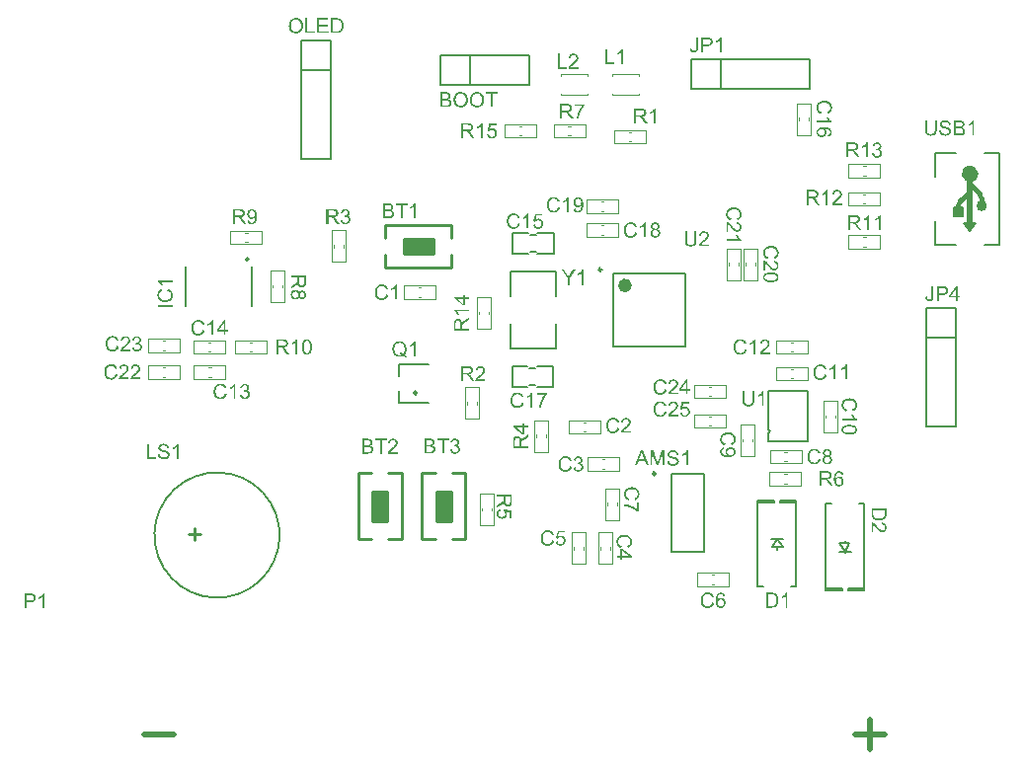
<source format=gto>
G04*
G04 #@! TF.GenerationSoftware,Altium Limited,Altium Designer,21.3.2 (30)*
G04*
G04 Layer_Color=65535*
%FSTAX24Y24*%
%MOIN*%
G70*
G04*
G04 #@! TF.SameCoordinates,0DAA6520-49A2-4E49-A6F4-E70CAC7CC759*
G04*
G04*
G04 #@! TF.FilePolarity,Positive*
G04*
G01*
G75*
%ADD10C,0.0098*%
%ADD11C,0.0236*%
%ADD12C,0.0080*%
%ADD13C,0.0350*%
%ADD14C,0.0200*%
%ADD15C,0.0150*%
%ADD16C,0.0079*%
%ADD17C,0.0040*%
%ADD18C,0.0100*%
%ADD19C,0.0197*%
%ADD20C,0.0050*%
%ADD21C,0.0060*%
%ADD22C,0.0070*%
%ADD23R,0.0500X0.1000*%
%ADD24R,0.1000X0.0500*%
G36*
X04507Y025948D02*
X044873Y026224D01*
X045267D01*
X04507Y025948D01*
D02*
G37*
G36*
X044529Y02648D02*
Y026775D01*
X044824Y026775D01*
Y02648D01*
X044529D01*
D02*
G37*
G36*
X029116Y030592D02*
X028949D01*
Y030148D01*
X028882D01*
Y030592D01*
X028716D01*
Y030652D01*
X029116D01*
Y030592D01*
D02*
G37*
G36*
X027388Y030652D02*
X027394D01*
X027407Y03065D01*
X027421Y030649D01*
X027437Y030646D01*
X027452Y030642D01*
X027466Y030637D01*
X027467D01*
X027467Y030636D01*
X027472Y030634D01*
X027478Y03063D01*
X027486Y030625D01*
X027494Y030619D01*
X027504Y030611D01*
X027512Y0306D01*
X027521Y03059D01*
X027521Y030588D01*
X027523Y030584D01*
X027527Y030578D01*
X027531Y030569D01*
X027534Y030559D01*
X027538Y030548D01*
X02754Y030536D01*
X027541Y030523D01*
Y030522D01*
Y030518D01*
X02754Y030512D01*
X027539Y030504D01*
X027537Y030494D01*
X027533Y030484D01*
X027529Y030474D01*
X027523Y030463D01*
X027522Y030461D01*
X02752Y030458D01*
X027515Y030452D01*
X02751Y030447D01*
X027502Y030439D01*
X027494Y030431D01*
X027483Y030424D01*
X02747Y030417D01*
X027471D01*
X027472Y030416D01*
X027475Y030415D01*
X027478Y030414D01*
X027486Y030411D01*
X027496Y030406D01*
X027507Y030399D01*
X02752Y030391D01*
X027531Y030382D01*
X027541Y03037D01*
X027542Y030369D01*
X027545Y030364D01*
X027549Y030358D01*
X027553Y030349D01*
X027558Y030337D01*
X027562Y030325D01*
X027565Y03031D01*
X027566Y030294D01*
Y030294D01*
Y030293D01*
Y030288D01*
X027565Y030281D01*
X027564Y030272D01*
X027562Y030262D01*
X027559Y030251D01*
X027555Y03024D01*
X02755Y030228D01*
X02755Y030227D01*
X027547Y030223D01*
X027545Y030218D01*
X02754Y03021D01*
X027534Y030203D01*
X027529Y030195D01*
X027521Y030187D01*
X027513Y030181D01*
X027512Y03018D01*
X02751Y030178D01*
X027504Y030175D01*
X027498Y030172D01*
X02749Y030167D01*
X02748Y030163D01*
X02747Y030159D01*
X027458Y030156D01*
X027456D01*
X027452Y030154D01*
X027445Y030154D01*
X027435Y030152D01*
X027424Y030151D01*
X02741Y030149D01*
X027394Y030148D01*
X027377Y030148D01*
X027184D01*
Y030652D01*
X027383D01*
X027388Y030652D01*
D02*
G37*
G36*
X028438Y03066D02*
X028445D01*
X028451Y03066D01*
X02846Y030658D01*
X028469Y030657D01*
X028488Y030653D01*
X02851Y030647D01*
X028531Y030638D01*
X028542Y030633D01*
X028553Y030627D01*
X028554Y030627D01*
X028555Y030626D01*
X028558Y030624D01*
X028562Y030622D01*
X028567Y030618D01*
X028572Y030614D01*
X028585Y030603D01*
X028598Y03059D01*
X028613Y030574D01*
X028626Y030555D01*
X028638Y030534D01*
Y030533D01*
X02864Y030531D01*
X028641Y030528D01*
X028642Y030524D01*
X028645Y030518D01*
X028648Y030512D01*
X02865Y030504D01*
X028653Y030495D01*
X028656Y030485D01*
X028658Y030475D01*
X028661Y030463D01*
X028664Y030452D01*
X028667Y030426D01*
X028668Y030399D01*
Y030398D01*
Y030395D01*
Y030391D01*
X028667Y030385D01*
Y030379D01*
X028667Y030371D01*
X028665Y030362D01*
X028664Y030353D01*
X028661Y030331D01*
X028655Y030308D01*
X028647Y030285D01*
X028642Y030273D01*
X028637Y030261D01*
Y030261D01*
X028635Y030259D01*
X028634Y030256D01*
X028631Y030251D01*
X028628Y030246D01*
X028624Y030241D01*
X028614Y030227D01*
X028602Y030213D01*
X028587Y030197D01*
X02857Y030183D01*
X028549Y03017D01*
X028548D01*
X028547Y030168D01*
X028543Y030167D01*
X028539Y030165D01*
X028534Y030162D01*
X028528Y03016D01*
X028521Y030157D01*
X028513Y030154D01*
X028504Y030151D01*
X028494Y030148D01*
X028473Y030144D01*
X028451Y03014D01*
X028427Y030139D01*
X028419D01*
X028415Y03014D01*
X028408D01*
X028401Y030141D01*
X028393Y030142D01*
X028384Y030143D01*
X028364Y030148D01*
X028343Y030154D01*
X028321Y030162D01*
X02831Y030167D01*
X028299Y030173D01*
X028298Y030174D01*
X028297Y030175D01*
X028294Y030177D01*
X02829Y03018D01*
X028285Y030183D01*
X02828Y030187D01*
X028268Y030198D01*
X028254Y030211D01*
X028239Y030227D01*
X028226Y030245D01*
X028214Y030267D01*
Y030267D01*
X028212Y03027D01*
X028211Y030272D01*
X028209Y030277D01*
X028207Y030283D01*
X028205Y030289D01*
X028202Y030296D01*
X0282Y030305D01*
X028197Y030314D01*
X028194Y030323D01*
X02819Y030345D01*
X028187Y030368D01*
X028185Y030393D01*
Y030393D01*
Y030394D01*
Y030399D01*
X028186Y030405D01*
Y030414D01*
X028188Y030424D01*
X028189Y030436D01*
X028191Y03045D01*
X028194Y030465D01*
X028197Y03048D01*
X028201Y030496D01*
X028207Y030512D01*
X028214Y030529D01*
X028221Y030545D01*
X028231Y030561D01*
X028241Y030576D01*
X028252Y03059D01*
X028253Y03059D01*
X028255Y030592D01*
X02826Y030596D01*
X028265Y0306D01*
X028271Y030606D01*
X028279Y030612D01*
X028289Y030619D01*
X0283Y030625D01*
X028311Y030632D01*
X028325Y030638D01*
X028339Y030644D01*
X028354Y03065D01*
X028371Y030654D01*
X028389Y030658D01*
X028407Y03066D01*
X028427Y030661D01*
X028433D01*
X028438Y03066D01*
D02*
G37*
G36*
X02789D02*
X027897D01*
X027903Y03066D01*
X027912Y030658D01*
X027921Y030657D01*
X02794Y030653D01*
X027962Y030647D01*
X027983Y030638D01*
X027994Y030633D01*
X028005Y030627D01*
X028005Y030627D01*
X028007Y030626D01*
X02801Y030624D01*
X028014Y030622D01*
X028018Y030618D01*
X028024Y030614D01*
X028037Y030603D01*
X02805Y03059D01*
X028064Y030574D01*
X028078Y030555D01*
X02809Y030534D01*
Y030533D01*
X028091Y030531D01*
X028093Y030528D01*
X028094Y030524D01*
X028097Y030518D01*
X028099Y030512D01*
X028102Y030504D01*
X028105Y030495D01*
X028107Y030485D01*
X02811Y030475D01*
X028113Y030463D01*
X028115Y030452D01*
X028118Y030426D01*
X02812Y030399D01*
Y030398D01*
Y030395D01*
Y030391D01*
X028119Y030385D01*
Y030379D01*
X028118Y030371D01*
X028117Y030362D01*
X028116Y030353D01*
X028112Y030331D01*
X028107Y030308D01*
X028099Y030285D01*
X028094Y030273D01*
X028088Y030261D01*
Y030261D01*
X028087Y030259D01*
X028085Y030256D01*
X028083Y030251D01*
X02808Y030246D01*
X028076Y030241D01*
X028066Y030227D01*
X028053Y030213D01*
X028039Y030197D01*
X028021Y030183D01*
X028001Y03017D01*
X028D01*
X027999Y030168D01*
X027995Y030167D01*
X027991Y030165D01*
X027986Y030162D01*
X02798Y03016D01*
X027972Y030157D01*
X027964Y030154D01*
X027956Y030151D01*
X027946Y030148D01*
X027925Y030144D01*
X027903Y03014D01*
X027878Y030139D01*
X027871D01*
X027867Y03014D01*
X02786D01*
X027853Y030141D01*
X027845Y030142D01*
X027835Y030143D01*
X027816Y030148D01*
X027795Y030154D01*
X027773Y030162D01*
X027762Y030167D01*
X027751Y030173D01*
X02775Y030174D01*
X027749Y030175D01*
X027746Y030177D01*
X027741Y03018D01*
X027737Y030183D01*
X027732Y030187D01*
X02772Y030198D01*
X027706Y030211D01*
X027691Y030227D01*
X027678Y030245D01*
X027666Y030267D01*
Y030267D01*
X027664Y03027D01*
X027663Y030272D01*
X027661Y030277D01*
X027659Y030283D01*
X027657Y030289D01*
X027654Y030296D01*
X027652Y030305D01*
X027649Y030314D01*
X027646Y030323D01*
X027642Y030345D01*
X027639Y030368D01*
X027637Y030393D01*
Y030393D01*
Y030394D01*
Y030399D01*
X027638Y030405D01*
Y030414D01*
X027639Y030424D01*
X027641Y030436D01*
X027643Y03045D01*
X027646Y030465D01*
X027649Y03048D01*
X027653Y030496D01*
X027659Y030512D01*
X027666Y030529D01*
X027673Y030545D01*
X027682Y030561D01*
X027693Y030576D01*
X027704Y03059D01*
X027705Y03059D01*
X027707Y030592D01*
X027712Y030596D01*
X027717Y0306D01*
X027723Y030606D01*
X027731Y030612D01*
X027741Y030619D01*
X027752Y030625D01*
X027763Y030632D01*
X027776Y030638D01*
X027791Y030644D01*
X027806Y03065D01*
X027823Y030654D01*
X027841Y030658D01*
X027859Y03066D01*
X027878Y030661D01*
X027885D01*
X02789Y03066D01*
D02*
G37*
G36*
X025606Y018953D02*
X025611Y018952D01*
X025619Y018951D01*
X025627Y01895D01*
X025635Y018948D01*
X025654Y018943D01*
X025673Y018936D01*
X025682Y018931D01*
X025692Y018926D01*
X0257Y01892D01*
X025708Y018913D01*
X025709Y018912D01*
X025711Y018911D01*
X025712Y018908D01*
X025715Y018905D01*
X025719Y018902D01*
X025722Y018896D01*
X025726Y018891D01*
X02573Y018885D01*
X025738Y018871D01*
X025745Y018853D01*
X025748Y018845D01*
X025749Y018835D01*
X025751Y018824D01*
X025751Y018813D01*
Y018812D01*
Y018808D01*
X025751Y018802D01*
X02575Y018794D01*
X025749Y018786D01*
X025746Y018775D01*
X025743Y018765D01*
X025738Y018754D01*
X025738Y018752D01*
X025736Y018748D01*
X025733Y018743D01*
X025729Y018735D01*
X025723Y018726D01*
X025716Y018715D01*
X025707Y018704D01*
X025697Y018692D01*
X025695Y01869D01*
X025692Y018686D01*
X025688Y018682D01*
X025684Y018678D01*
X02568Y018674D01*
X025674Y018668D01*
X025668Y018662D01*
X025661Y018656D01*
X025654Y018649D01*
X025645Y018641D01*
X025636Y018633D01*
X025625Y018623D01*
X025614Y018614D01*
X025602Y018603D01*
X025601Y018603D01*
X0256Y018601D01*
X025597Y018599D01*
X025593Y018596D01*
X025589Y018592D01*
X025584Y018587D01*
X025572Y018578D01*
X02556Y018567D01*
X025548Y018556D01*
X025538Y018547D01*
X025533Y018543D01*
X02553Y018539D01*
X025529Y018539D01*
X025527Y018536D01*
X025524Y018533D01*
X02552Y018529D01*
X025517Y018524D01*
X025512Y018519D01*
X025504Y018506D01*
X025752D01*
Y018447D01*
X025418D01*
Y018447D01*
Y01845D01*
Y018455D01*
X025418Y018461D01*
X025419Y018467D01*
X02542Y018474D01*
X025422Y018482D01*
X025425Y01849D01*
Y01849D01*
X025426Y018491D01*
X025427Y018496D01*
X02543Y018502D01*
X025434Y018511D01*
X02544Y018521D01*
X025447Y018533D01*
X025455Y018544D01*
X025466Y018557D01*
Y018557D01*
X025467Y018558D01*
X025471Y018563D01*
X025477Y018569D01*
X025487Y018579D01*
X025498Y01859D01*
X025512Y018603D01*
X025528Y018617D01*
X025547Y018633D01*
X025547Y018633D01*
X02555Y018635D01*
X025555Y018639D01*
X02556Y018643D01*
X025566Y018649D01*
X025574Y018656D01*
X025582Y018663D01*
X025592Y018671D01*
X02561Y018689D01*
X025628Y018706D01*
X025637Y018715D01*
X025645Y018724D01*
X025652Y018732D01*
X025658Y01874D01*
Y01874D01*
X02566Y018741D01*
X025661Y018743D01*
X025662Y018746D01*
X025668Y018754D01*
X025673Y018764D01*
X025679Y018775D01*
X025684Y018788D01*
X025687Y018802D01*
X025688Y018815D01*
Y018816D01*
Y018816D01*
X025687Y018821D01*
X025687Y018828D01*
X025684Y018836D01*
X025681Y018846D01*
X025676Y018856D01*
X02567Y018867D01*
X025661Y018877D01*
X02566Y018878D01*
X025656Y018881D01*
X025651Y018885D01*
X025643Y01889D01*
X025633Y018894D01*
X025621Y018899D01*
X025607Y018902D01*
X025592Y018902D01*
X025587D01*
X025584Y018902D01*
X025576Y018901D01*
X025566Y018899D01*
X025555Y018896D01*
X025542Y018891D01*
X025531Y018884D01*
X02552Y018875D01*
X025518Y018874D01*
X025515Y01887D01*
X025511Y018864D01*
X025506Y018856D01*
X025501Y018845D01*
X025497Y018832D01*
X025494Y018818D01*
X025493Y018801D01*
X025429Y018808D01*
Y018808D01*
X02543Y01881D01*
Y018814D01*
X025431Y018819D01*
X025432Y018825D01*
X025434Y018832D01*
X025436Y01884D01*
X025438Y018848D01*
X025444Y018865D01*
X025453Y018883D01*
X025458Y018891D01*
X025464Y0189D01*
X025471Y018908D01*
X025478Y018915D01*
X025479Y018916D01*
X02548Y018917D01*
X025482Y018919D01*
X025486Y018921D01*
X02549Y018924D01*
X025496Y018927D01*
X025501Y018931D01*
X025509Y018934D01*
X025517Y018938D01*
X025525Y018942D01*
X025535Y018945D01*
X025545Y018947D01*
X025556Y01895D01*
X025568Y018952D01*
X02558Y018953D01*
X025593Y018953D01*
X025601D01*
X025606Y018953D01*
D02*
G37*
G36*
X025383Y018891D02*
X025216D01*
Y018447D01*
X025149D01*
Y018891D01*
X024983D01*
Y018951D01*
X025383D01*
Y018891D01*
D02*
G37*
G36*
X024751Y01895D02*
X024757D01*
X02477Y018949D01*
X024785Y018947D01*
X0248Y018945D01*
X024815Y018941D01*
X024829Y018936D01*
X02483D01*
X024831Y018935D01*
X024835Y018933D01*
X024842Y018929D01*
X024849Y018924D01*
X024858Y018918D01*
X024867Y01891D01*
X024876Y018899D01*
X024884Y018888D01*
X024885Y018887D01*
X024887Y018883D01*
X02489Y018877D01*
X024894Y018868D01*
X024898Y018858D01*
X024901Y018847D01*
X024904Y018835D01*
X024904Y018822D01*
Y018821D01*
Y018817D01*
X024904Y01881D01*
X024902Y018802D01*
X0249Y018793D01*
X024896Y018783D01*
X024892Y018773D01*
X024886Y018762D01*
X024885Y01876D01*
X024883Y018757D01*
X024879Y018751D01*
X024873Y018746D01*
X024866Y018738D01*
X024857Y01873D01*
X024846Y018723D01*
X024834Y018716D01*
X024834D01*
X024836Y018715D01*
X024838Y018714D01*
X024841Y018713D01*
X02485Y01871D01*
X02486Y018705D01*
X024871Y018698D01*
X024883Y01869D01*
X024894Y018681D01*
X024904Y018669D01*
X024905Y018668D01*
X024908Y018663D01*
X024912Y018657D01*
X024917Y018648D01*
X024921Y018636D01*
X024925Y018624D01*
X024928Y018609D01*
X024929Y018593D01*
Y018592D01*
Y018592D01*
Y018587D01*
X024928Y01858D01*
X024927Y018571D01*
X024925Y018561D01*
X024923Y01855D01*
X024919Y018539D01*
X024914Y018527D01*
X024913Y018525D01*
X024911Y018522D01*
X024908Y018517D01*
X024904Y018509D01*
X024898Y018502D01*
X024892Y018494D01*
X024885Y018486D01*
X024877Y018479D01*
X024876Y018479D01*
X024873Y018477D01*
X024868Y018474D01*
X024861Y018471D01*
X024853Y018466D01*
X024844Y018462D01*
X024834Y018458D01*
X024821Y018455D01*
X02482D01*
X024815Y018453D01*
X024808Y018453D01*
X024799Y018451D01*
X024787Y01845D01*
X024773Y018448D01*
X024758Y018447D01*
X02474Y018447D01*
X024548D01*
Y018951D01*
X024746D01*
X024751Y01895D01*
D02*
G37*
G36*
X034635Y02021D02*
X034642Y02021D01*
X03465Y020209D01*
X034658Y020208D01*
X034667Y020206D01*
X034687Y020201D01*
X034709Y020195D01*
X03472Y020191D01*
X03473Y020185D01*
X03474Y020179D01*
X03475Y020172D01*
X034751Y020172D01*
X034753Y020171D01*
X034755Y020169D01*
X034759Y020165D01*
X034763Y020161D01*
X034768Y020156D01*
X034773Y02015D01*
X034779Y020145D01*
X034785Y020137D01*
X03479Y020129D01*
X034797Y02012D01*
X034803Y02011D01*
X034808Y020099D01*
X034814Y020089D01*
X034818Y020077D01*
X034822Y020064D01*
X034757Y020048D01*
Y020049D01*
X034756Y020051D01*
X034755Y020054D01*
X034753Y020057D01*
X034752Y020062D01*
X03475Y020067D01*
X034744Y020079D01*
X034736Y020092D01*
X034728Y020105D01*
X034717Y020118D01*
X034705Y020129D01*
X034704Y02013D01*
X034699Y020133D01*
X034692Y020137D01*
X034683Y020142D01*
X03467Y020146D01*
X034656Y02015D01*
X03464Y020153D01*
X034621Y020154D01*
X034615D01*
X034612Y020153D01*
X034607D01*
X034601Y020153D01*
X034587Y02015D01*
X034572Y020148D01*
X034556Y020142D01*
X034539Y020135D01*
X034524Y020126D01*
X034523D01*
X034522Y020124D01*
X034517Y020121D01*
X03451Y020115D01*
X034502Y020106D01*
X034493Y020095D01*
X034484Y020083D01*
X034476Y020067D01*
X034469Y020051D01*
Y02005D01*
X034468Y020048D01*
X034467Y020046D01*
X034467Y020043D01*
X034465Y020038D01*
X034464Y020033D01*
X034462Y020021D01*
X034459Y020006D01*
X034456Y01999D01*
X034454Y019973D01*
X034454Y019954D01*
Y019953D01*
Y019951D01*
Y019947D01*
Y019943D01*
X034454Y019938D01*
Y019931D01*
X034455Y019924D01*
X034456Y019916D01*
X034458Y019898D01*
X034462Y019879D01*
X034466Y01986D01*
X034472Y019841D01*
Y019841D01*
X034473Y019839D01*
X034474Y019837D01*
X034475Y019833D01*
X03448Y019825D01*
X034486Y019814D01*
X034494Y019803D01*
X034505Y01979D01*
X034516Y019779D01*
X03453Y019769D01*
X034531D01*
X034532Y019768D01*
X034535Y019767D01*
X034537Y019766D01*
X034541Y019764D01*
X034545Y019762D01*
X034556Y019758D01*
X034569Y019753D01*
X034583Y01975D01*
X034599Y019747D01*
X034616Y019746D01*
X034621D01*
X034626Y019747D01*
X034631D01*
X034636Y019747D01*
X034649Y01975D01*
X034664Y019754D01*
X03468Y01976D01*
X034696Y019768D01*
X034704Y019772D01*
X034711Y019778D01*
X034712Y019779D01*
X034712Y019779D01*
X034715Y019782D01*
X034718Y019784D01*
X03472Y019787D01*
X034724Y019792D01*
X034728Y019796D01*
X034732Y019802D01*
X034736Y019809D01*
X034742Y019816D01*
X034746Y019823D01*
X03475Y019832D01*
X034754Y019841D01*
X034758Y019852D01*
X034761Y019863D01*
X034764Y019874D01*
X034831Y019857D01*
Y019857D01*
X034831Y019854D01*
X034829Y019849D01*
X034827Y019844D01*
X034825Y019837D01*
X034822Y019829D01*
X034818Y01982D01*
X034814Y019811D01*
X034804Y01979D01*
X03479Y01977D01*
X034782Y01976D01*
X034774Y01975D01*
X034766Y019741D01*
X034755Y019732D01*
X034755Y019731D01*
X034753Y01973D01*
X03475Y019728D01*
X034746Y019725D01*
X03474Y019722D01*
X034734Y019718D01*
X034726Y019715D01*
X034718Y019711D01*
X034709Y019707D01*
X034699Y019703D01*
X034688Y019699D01*
X034676Y019696D01*
X034664Y019693D01*
X03465Y019691D01*
X034637Y01969D01*
X034622Y019689D01*
X034614D01*
X034608Y01969D01*
X034602D01*
X034594Y01969D01*
X034585Y019692D01*
X034575Y019693D01*
X034553Y019697D01*
X034532Y019703D01*
X03451Y019711D01*
X0345Y019716D01*
X034489Y019722D01*
X034489Y019723D01*
X034487Y019723D01*
X034484Y019725D01*
X034481Y019728D01*
X034477Y019731D01*
X034472Y019736D01*
X034466Y019741D01*
X03446Y019747D01*
X034454Y019753D01*
X034448Y01976D01*
X034435Y019777D01*
X034422Y019796D01*
X034411Y019818D01*
Y019819D01*
X03441Y019821D01*
X034409Y019825D01*
X034407Y019829D01*
X034406Y019835D01*
X034403Y019842D01*
X0344Y01985D01*
X034398Y019859D01*
X034396Y019868D01*
X034393Y019879D01*
X034389Y019902D01*
X034387Y019927D01*
X034385Y019954D01*
Y019954D01*
Y019957D01*
Y019962D01*
X034386Y019967D01*
Y019974D01*
X034387Y019981D01*
X034387Y019991D01*
X034389Y02D01*
X034392Y020021D01*
X034397Y020045D01*
X034405Y020068D01*
X034415Y020091D01*
X034416Y020091D01*
X034416Y020094D01*
X034418Y020097D01*
X034421Y0201D01*
X034424Y020105D01*
X034427Y020111D01*
X034437Y020124D01*
X034449Y020139D01*
X034464Y020153D01*
X034481Y020168D01*
X0345Y02018D01*
X034501Y020181D01*
X034503Y020182D01*
X034506Y020183D01*
X03451Y020185D01*
X034516Y020188D01*
X034521Y02019D01*
X034529Y020193D01*
X034537Y020196D01*
X034545Y020199D01*
X034555Y020201D01*
X034575Y020206D01*
X034599Y02021D01*
X034623Y020211D01*
X03463D01*
X034635Y02021D01*
D02*
G37*
G36*
X035591Y020137D02*
X035389D01*
X035362Y02D01*
X035363Y020001D01*
X035364Y020002D01*
X035366Y020003D01*
X03537Y020005D01*
X035374Y020008D01*
X035379Y020011D01*
X035391Y020016D01*
X035406Y020022D01*
X035422Y020027D01*
X035439Y020031D01*
X035448Y020032D01*
X035464D01*
X035468Y020032D01*
X035474Y020031D01*
X035481Y02003D01*
X035488Y020029D01*
X035496Y020027D01*
X035514Y020021D01*
X035523Y020018D01*
X035533Y020013D01*
X035542Y020008D01*
X035551Y020002D01*
X03556Y019994D01*
X035569Y019986D01*
X03557Y019986D01*
X035571Y019984D01*
X035573Y019982D01*
X035576Y019978D01*
X03558Y019973D01*
X035584Y019968D01*
X035588Y019962D01*
X035592Y019954D01*
X035596Y019946D01*
X0356Y019938D01*
X035604Y019927D01*
X035608Y019917D01*
X035611Y019906D01*
X035613Y019894D01*
X035614Y019881D01*
X035615Y019868D01*
Y019868D01*
Y019865D01*
Y019862D01*
X035614Y019857D01*
X035613Y019851D01*
X035613Y019844D01*
X035611Y019836D01*
X03561Y019828D01*
X035605Y019809D01*
X035598Y01979D01*
X035594Y019779D01*
X035588Y01977D01*
X035582Y01976D01*
X035575Y01975D01*
X035574Y01975D01*
X035573Y019747D01*
X03557Y019744D01*
X035566Y019741D01*
X035561Y019736D01*
X035555Y019731D01*
X035548Y019725D01*
X03554Y01972D01*
X035531Y019714D01*
X035521Y019709D01*
X03551Y019704D01*
X035498Y019698D01*
X035486Y019695D01*
X035472Y019692D01*
X035457Y01969D01*
X035442Y019689D01*
X035436D01*
X03543Y01969D01*
X035425Y01969D01*
X035418Y019691D01*
X03541Y019692D01*
X035402Y019694D01*
X035384Y019698D01*
X035366Y019705D01*
X035356Y019709D01*
X035347Y019715D01*
X035338Y01972D01*
X035329Y019727D01*
X035328Y019728D01*
X035327Y019728D01*
X035326Y019731D01*
X035323Y019734D01*
X035319Y019738D01*
X035315Y019742D01*
X035311Y019748D01*
X035307Y019755D01*
X035303Y019761D01*
X035299Y019769D01*
X035291Y019787D01*
X035284Y019807D01*
X035282Y019818D01*
X03528Y01983D01*
X035345Y019835D01*
Y019834D01*
Y019833D01*
X035346Y01983D01*
X035347Y019827D01*
X035349Y019819D01*
X035352Y019808D01*
X035356Y019797D01*
X035362Y019785D01*
X035369Y019774D01*
X035378Y019763D01*
X035379Y019763D01*
X035382Y01976D01*
X035388Y019756D01*
X035396Y019752D01*
X035405Y019747D01*
X035416Y019744D01*
X035428Y019741D01*
X035442Y01974D01*
X035447D01*
X035449Y019741D01*
X035458Y019742D01*
X035468Y019744D01*
X035481Y019748D01*
X035493Y019754D01*
X035506Y019763D01*
X035512Y019768D01*
X035518Y019774D01*
X035519Y019774D01*
X035519Y019775D01*
X035521Y019777D01*
X035523Y019779D01*
X035528Y019787D01*
X035534Y019798D01*
X035539Y01981D01*
X035544Y019825D01*
X035548Y019844D01*
X035549Y019853D01*
Y019863D01*
Y019864D01*
Y019865D01*
Y019868D01*
X035549Y019872D01*
Y019876D01*
X035548Y019881D01*
X035546Y019893D01*
X035542Y019907D01*
X035537Y019921D01*
X03553Y019934D01*
X035519Y019946D01*
Y019947D01*
X035518Y019948D01*
X035514Y019951D01*
X035508Y019957D01*
X035499Y019962D01*
X035487Y019967D01*
X035474Y019973D01*
X035459Y019976D01*
X03545Y019978D01*
X035436D01*
X03543Y019977D01*
X035423Y019976D01*
X035414Y019974D01*
X035406Y019972D01*
X035396Y019968D01*
X035387Y019964D01*
X035386Y019963D01*
X035383Y019962D01*
X035379Y019958D01*
X035373Y019954D01*
X035367Y019949D01*
X035361Y019943D01*
X035355Y019936D01*
X03535Y019928D01*
X035291Y019936D01*
X03534Y020196D01*
X035591D01*
Y020137D01*
D02*
G37*
G36*
X035067Y020204D02*
X035073Y020203D01*
X035081Y020202D01*
X035089Y020201D01*
X035097Y020199D01*
X035116Y020194D01*
X035134Y020187D01*
X035144Y020183D01*
X035153Y020177D01*
X035162Y020171D01*
X03517Y020164D01*
X035171Y020163D01*
X035172Y020162D01*
X035174Y020159D01*
X035177Y020156D01*
X03518Y020153D01*
X035184Y020148D01*
X035188Y020142D01*
X035192Y020136D01*
X035199Y020122D01*
X035207Y020105D01*
X03521Y020096D01*
X035211Y020086D01*
X035213Y020075D01*
X035213Y020064D01*
Y020063D01*
Y020059D01*
X035213Y020054D01*
X035212Y020045D01*
X03521Y020037D01*
X035207Y020027D01*
X035204Y020016D01*
X0352Y020005D01*
X035199Y020003D01*
X035198Y02D01*
X035195Y019994D01*
X035191Y019986D01*
X035185Y019977D01*
X035178Y019966D01*
X035169Y019955D01*
X035159Y019943D01*
X035157Y019941D01*
X035153Y019937D01*
X03515Y019933D01*
X035146Y01993D01*
X035142Y019925D01*
X035136Y019919D01*
X03513Y019914D01*
X035123Y019907D01*
X035116Y0199D01*
X035107Y019892D01*
X035097Y019884D01*
X035087Y019874D01*
X035075Y019865D01*
X035064Y019855D01*
X035063Y019854D01*
X035062Y019852D01*
X035059Y01985D01*
X035055Y019847D01*
X035051Y019843D01*
X035046Y019838D01*
X035034Y019829D01*
X035022Y019818D01*
X03501Y019807D01*
X035Y019798D01*
X034995Y019794D01*
X034992Y01979D01*
X034991Y01979D01*
X034989Y019787D01*
X034986Y019785D01*
X034982Y01978D01*
X034978Y019775D01*
X034974Y01977D01*
X034965Y019758D01*
X035214D01*
Y019698D01*
X034879D01*
Y019698D01*
Y019701D01*
Y019706D01*
X03488Y019712D01*
X034881Y019718D01*
X034882Y019725D01*
X034884Y019733D01*
X034887Y019741D01*
Y019742D01*
X034887Y019742D01*
X034889Y019747D01*
X034892Y019753D01*
X034896Y019762D01*
X034902Y019772D01*
X034909Y019784D01*
X034917Y019795D01*
X034927Y019808D01*
Y019809D01*
X034929Y019809D01*
X034933Y019814D01*
X034939Y01982D01*
X034949Y01983D01*
X03496Y019841D01*
X034973Y019854D01*
X03499Y019868D01*
X035008Y019884D01*
X035009Y019884D01*
X035012Y019887D01*
X035016Y01989D01*
X035022Y019895D01*
X035028Y0199D01*
X035036Y019907D01*
X035044Y019914D01*
X035054Y019922D01*
X035072Y01994D01*
X03509Y019957D01*
X035099Y019966D01*
X035107Y019975D01*
X035114Y019983D01*
X03512Y019991D01*
Y019992D01*
X035121Y019992D01*
X035123Y019994D01*
X035124Y019997D01*
X035129Y020005D01*
X035135Y020015D01*
X03514Y020027D01*
X035145Y020039D01*
X035148Y020053D01*
X03515Y020066D01*
Y020067D01*
Y020067D01*
X035149Y020072D01*
X035148Y020079D01*
X035146Y020087D01*
X035143Y020097D01*
X035138Y020107D01*
X035132Y020118D01*
X035123Y020128D01*
X035121Y020129D01*
X035118Y020132D01*
X035113Y020136D01*
X035105Y020141D01*
X035094Y020145D01*
X035083Y02015D01*
X035069Y020153D01*
X035054Y020153D01*
X035049D01*
X035046Y020153D01*
X035038Y020152D01*
X035027Y02015D01*
X035016Y020147D01*
X035004Y020142D01*
X034992Y020135D01*
X034981Y020126D01*
X03498Y020125D01*
X034977Y020121D01*
X034973Y020115D01*
X034968Y020107D01*
X034963Y020097D01*
X034959Y020083D01*
X034956Y020069D01*
X034954Y020052D01*
X034891Y020059D01*
Y020059D01*
X034892Y020062D01*
Y020065D01*
X034892Y02007D01*
X034894Y020076D01*
X034895Y020083D01*
X034898Y020091D01*
X0349Y020099D01*
X034906Y020116D01*
X034914Y020134D01*
X034919Y020142D01*
X034926Y020151D01*
X034933Y020159D01*
X03494Y020167D01*
X034941Y020167D01*
X034942Y020168D01*
X034944Y02017D01*
X034948Y020172D01*
X034952Y020175D01*
X034957Y020178D01*
X034963Y020182D01*
X03497Y020185D01*
X034978Y020189D01*
X034987Y020193D01*
X034997Y020196D01*
X035007Y020199D01*
X035018Y020201D01*
X03503Y020203D01*
X035042Y020204D01*
X035055Y020204D01*
X035062D01*
X035067Y020204D01*
D02*
G37*
G36*
X034638Y02096D02*
X034645Y02096D01*
X034653Y020959D01*
X034661Y020958D01*
X03467Y020956D01*
X03469Y020952D01*
X034712Y020945D01*
X034723Y020941D01*
X034733Y020935D01*
X034743Y020929D01*
X034753Y020922D01*
X034754Y020922D01*
X034755Y020921D01*
X034758Y020919D01*
X034762Y020915D01*
X034766Y020911D01*
X034771Y020906D01*
X034776Y0209D01*
X034782Y020895D01*
X034787Y020887D01*
X034793Y020879D01*
X0348Y02087D01*
X034806Y02086D01*
X034811Y020849D01*
X034817Y020839D01*
X034821Y020827D01*
X034825Y020814D01*
X03476Y020798D01*
Y020799D01*
X034759Y020801D01*
X034758Y020804D01*
X034756Y020807D01*
X034755Y020812D01*
X034753Y020817D01*
X034747Y020829D01*
X034739Y020842D01*
X034731Y020855D01*
X03472Y020868D01*
X034708Y020879D01*
X034707Y02088D01*
X034702Y020883D01*
X034695Y020887D01*
X034685Y020892D01*
X034673Y020896D01*
X034659Y0209D01*
X034642Y020903D01*
X034624Y020904D01*
X034618D01*
X034615Y020903D01*
X03461D01*
X034604Y020903D01*
X03459Y0209D01*
X034575Y020898D01*
X034559Y020892D01*
X034542Y020885D01*
X034527Y020876D01*
X034526D01*
X034525Y020874D01*
X03452Y020871D01*
X034513Y020865D01*
X034505Y020856D01*
X034496Y020845D01*
X034487Y020833D01*
X034479Y020817D01*
X034472Y020801D01*
Y0208D01*
X034471Y020798D01*
X03447Y020796D01*
X03447Y020793D01*
X034468Y020788D01*
X034467Y020783D01*
X034465Y020771D01*
X034462Y020756D01*
X034459Y02074D01*
X034457Y020723D01*
X034457Y020704D01*
Y020703D01*
Y020701D01*
Y020697D01*
Y020693D01*
X034457Y020688D01*
Y020681D01*
X034458Y020674D01*
X034459Y020666D01*
X034461Y020648D01*
X034465Y020629D01*
X034469Y02061D01*
X034475Y020591D01*
Y020591D01*
X034475Y020589D01*
X034477Y020587D01*
X034478Y020583D01*
X034483Y020575D01*
X034489Y020564D01*
X034497Y020553D01*
X034508Y02054D01*
X034519Y020529D01*
X034533Y020519D01*
X034534D01*
X034535Y020518D01*
X034537Y020517D01*
X03454Y020516D01*
X034544Y020514D01*
X034548Y020512D01*
X034559Y020508D01*
X034572Y020503D01*
X034586Y0205D01*
X034602Y020497D01*
X034619Y020496D01*
X034624D01*
X034629Y020497D01*
X034634D01*
X034639Y020497D01*
X034652Y0205D01*
X034667Y020504D01*
X034683Y02051D01*
X034699Y020518D01*
X034707Y020522D01*
X034714Y020528D01*
X034715Y020529D01*
X034715Y020529D01*
X034718Y020532D01*
X03472Y020534D01*
X034723Y020537D01*
X034727Y020542D01*
X034731Y020546D01*
X034735Y020552D01*
X034739Y020559D01*
X034744Y020566D01*
X034749Y020573D01*
X034753Y020582D01*
X034757Y020591D01*
X034761Y020602D01*
X034764Y020613D01*
X034767Y020624D01*
X034834Y020607D01*
Y020607D01*
X034833Y020604D01*
X034832Y020599D01*
X03483Y020594D01*
X034828Y020587D01*
X034825Y020579D01*
X034821Y02057D01*
X034817Y020561D01*
X034806Y02054D01*
X034793Y02052D01*
X034785Y02051D01*
X034777Y0205D01*
X034769Y020491D01*
X034758Y020482D01*
X034758Y020481D01*
X034756Y02048D01*
X034753Y020478D01*
X034749Y020475D01*
X034743Y020472D01*
X034737Y020468D01*
X034729Y020465D01*
X034721Y020461D01*
X034712Y020457D01*
X034701Y020453D01*
X034691Y020449D01*
X034679Y020446D01*
X034666Y020443D01*
X034653Y020441D01*
X03464Y02044D01*
X034625Y020439D01*
X034617D01*
X034611Y02044D01*
X034605D01*
X034597Y02044D01*
X034588Y020442D01*
X034578Y020443D01*
X034556Y020447D01*
X034535Y020453D01*
X034513Y020461D01*
X034502Y020466D01*
X034492Y020472D01*
X034492Y020473D01*
X03449Y020473D01*
X034487Y020475D01*
X034484Y020478D01*
X03448Y020481D01*
X034475Y020486D01*
X034469Y020491D01*
X034463Y020497D01*
X034457Y020503D01*
X034451Y02051D01*
X034438Y020526D01*
X034425Y020546D01*
X034414Y020568D01*
Y020569D01*
X034413Y020571D01*
X034412Y020575D01*
X03441Y020579D01*
X034408Y020585D01*
X034406Y020592D01*
X034403Y0206D01*
X034401Y020609D01*
X034399Y020618D01*
X034396Y020629D01*
X034392Y020652D01*
X034389Y020677D01*
X034388Y020704D01*
Y020704D01*
Y020707D01*
Y020712D01*
X034389Y020717D01*
Y020724D01*
X034389Y020731D01*
X03439Y020741D01*
X034392Y02075D01*
X034395Y020771D01*
X0344Y020795D01*
X034408Y020818D01*
X034418Y020841D01*
X034419Y020841D01*
X034419Y020844D01*
X034421Y020847D01*
X034424Y02085D01*
X034427Y020855D01*
X03443Y020861D01*
X03444Y020874D01*
X034452Y020889D01*
X034467Y020903D01*
X034483Y020918D01*
X034503Y02093D01*
X034504Y020931D01*
X034506Y020932D01*
X034509Y020933D01*
X034513Y020935D01*
X034518Y020938D01*
X034524Y02094D01*
X034532Y020943D01*
X03454Y020946D01*
X034548Y020949D01*
X034558Y020952D01*
X034578Y020956D01*
X034602Y02096D01*
X034626Y020961D01*
X034633D01*
X034638Y02096D01*
D02*
G37*
G36*
X035543Y020626D02*
X035612D01*
Y020569D01*
X035543D01*
Y020448D01*
X035482D01*
Y020569D01*
X035262D01*
Y020626D01*
X035493Y020952D01*
X035543D01*
Y020626D01*
D02*
G37*
G36*
X03507Y020954D02*
X035076Y020953D01*
X035083Y020952D01*
X035091Y020951D01*
X0351Y020949D01*
X035118Y020944D01*
X035137Y020937D01*
X035147Y020933D01*
X035156Y020927D01*
X035165Y020921D01*
X035173Y020914D01*
X035174Y020913D01*
X035175Y020912D01*
X035177Y020909D01*
X03518Y020906D01*
X035183Y020903D01*
X035187Y020898D01*
X035191Y020892D01*
X035195Y020886D01*
X035202Y020872D01*
X03521Y020855D01*
X035213Y020846D01*
X035214Y020836D01*
X035215Y020825D01*
X035216Y020814D01*
Y020813D01*
Y020809D01*
X035215Y020804D01*
X035215Y020796D01*
X035213Y020787D01*
X03521Y020777D01*
X035207Y020766D01*
X035203Y020755D01*
X035202Y020753D01*
X035201Y02075D01*
X035198Y020744D01*
X035194Y020736D01*
X035188Y020727D01*
X03518Y020716D01*
X035172Y020705D01*
X035161Y020693D01*
X03516Y020691D01*
X035156Y020687D01*
X035153Y020683D01*
X035149Y02068D01*
X035145Y020675D01*
X035139Y020669D01*
X035133Y020664D01*
X035126Y020657D01*
X035118Y02065D01*
X03511Y020642D01*
X0351Y020634D01*
X03509Y020624D01*
X035078Y020615D01*
X035067Y020605D01*
X035066Y020604D01*
X035065Y020602D01*
X035062Y0206D01*
X035058Y020597D01*
X035054Y020593D01*
X035048Y020588D01*
X035037Y020579D01*
X035024Y020568D01*
X035013Y020557D01*
X035003Y020548D01*
X034998Y020544D01*
X034995Y02054D01*
X034994Y02054D01*
X034992Y020537D01*
X034989Y020535D01*
X034985Y02053D01*
X034981Y020525D01*
X034977Y02052D01*
X034968Y020508D01*
X035217D01*
Y020448D01*
X034882D01*
Y020449D01*
Y020451D01*
Y020456D01*
X034883Y020462D01*
X034884Y020468D01*
X034885Y020475D01*
X034887Y020483D01*
X03489Y020491D01*
Y020492D01*
X03489Y020492D01*
X034892Y020497D01*
X034895Y020503D01*
X034899Y020512D01*
X034905Y020522D01*
X034912Y020534D01*
X03492Y020545D01*
X03493Y020558D01*
Y020559D01*
X034932Y020559D01*
X034935Y020564D01*
X034942Y02057D01*
X034952Y02058D01*
X034962Y020591D01*
X034976Y020604D01*
X034993Y020618D01*
X035011Y020634D01*
X035012Y020634D01*
X035015Y020637D01*
X035019Y02064D01*
X035024Y020645D01*
X035031Y02065D01*
X035039Y020657D01*
X035047Y020664D01*
X035057Y020672D01*
X035075Y02069D01*
X035093Y020707D01*
X035102Y020716D01*
X03511Y020725D01*
X035117Y020733D01*
X035123Y020741D01*
Y020742D01*
X035124Y020742D01*
X035126Y020744D01*
X035127Y020747D01*
X035132Y020755D01*
X035138Y020765D01*
X035143Y020777D01*
X035148Y020789D01*
X035151Y020803D01*
X035153Y020816D01*
Y020817D01*
Y020817D01*
X035152Y020822D01*
X035151Y020829D01*
X035149Y020837D01*
X035146Y020847D01*
X035141Y020857D01*
X035134Y020868D01*
X035126Y020878D01*
X035124Y020879D01*
X035121Y020882D01*
X035116Y020886D01*
X035108Y020891D01*
X035097Y020895D01*
X035086Y0209D01*
X035072Y020903D01*
X035057Y020903D01*
X035052D01*
X035049Y020903D01*
X03504Y020902D01*
X03503Y0209D01*
X035019Y020897D01*
X035007Y020892D01*
X034995Y020885D01*
X034984Y020876D01*
X034983Y020875D01*
X03498Y020871D01*
X034976Y020865D01*
X034971Y020857D01*
X034966Y020847D01*
X034962Y020833D01*
X034959Y020819D01*
X034957Y020802D01*
X034894Y020809D01*
Y020809D01*
X034895Y020812D01*
Y020815D01*
X034895Y02082D01*
X034897Y020826D01*
X034898Y020833D01*
X0349Y020841D01*
X034903Y020849D01*
X034909Y020866D01*
X034917Y020884D01*
X034922Y020892D01*
X034929Y020901D01*
X034935Y020909D01*
X034943Y020917D01*
X034943Y020917D01*
X034945Y020918D01*
X034947Y02092D01*
X034951Y020922D01*
X034955Y020925D01*
X03496Y020928D01*
X034966Y020932D01*
X034973Y020935D01*
X034981Y020939D01*
X03499Y020943D01*
X035Y020946D01*
X03501Y020949D01*
X035021Y020951D01*
X035032Y020953D01*
X035045Y020954D01*
X035058Y020954D01*
X035065D01*
X03507Y020954D01*
D02*
G37*
G36*
X016142Y022418D02*
X016148Y022417D01*
X016156Y022416D01*
X016164Y022416D01*
X016174Y022413D01*
X016193Y022409D01*
X016215Y022402D01*
X016226Y022398D01*
X016236Y022393D01*
X016247Y022386D01*
X016257Y02238D01*
X016258Y022379D01*
X016259Y022378D01*
X016262Y022376D01*
X016266Y022373D01*
X016269Y022369D01*
X016274Y022364D01*
X016279Y022358D01*
X016285Y022352D01*
X016291Y022345D01*
X016297Y022336D01*
X016304Y022327D01*
X016309Y022318D01*
X016314Y022307D01*
X01632Y022296D01*
X016325Y022284D01*
X016329Y022271D01*
X016263Y022256D01*
Y022257D01*
X016263Y022258D01*
X016261Y022261D01*
X01626Y022265D01*
X016258Y022269D01*
X016256Y022275D01*
X01625Y022287D01*
X016243Y0223D01*
X016234Y022313D01*
X016223Y022325D01*
X016212Y022336D01*
X01621Y022338D01*
X016206Y02234D01*
X016199Y022344D01*
X016189Y022349D01*
X016177Y022354D01*
X016163Y022358D01*
X016146Y022361D01*
X016128Y022362D01*
X016122D01*
X016118Y022361D01*
X016113D01*
X016107Y02236D01*
X016094Y022358D01*
X016078Y022355D01*
X016062Y02235D01*
X016045Y022343D01*
X01603Y022333D01*
X016029D01*
X016029Y022332D01*
X016024Y022328D01*
X016017Y022322D01*
X016009Y022313D01*
X016Y022303D01*
X015991Y02229D01*
X015983Y022275D01*
X015975Y022258D01*
Y022257D01*
X015975Y022256D01*
X015974Y022254D01*
X015973Y02225D01*
X015972Y022246D01*
X01597Y022241D01*
X015968Y022228D01*
X015965Y022214D01*
X015962Y022198D01*
X015961Y02218D01*
X01596Y022161D01*
Y02216D01*
Y022158D01*
Y022155D01*
Y02215D01*
X015961Y022145D01*
Y022139D01*
X015962Y022131D01*
X015962Y022123D01*
X015965Y022106D01*
X015968Y022087D01*
X015973Y022068D01*
X015978Y022049D01*
Y022048D01*
X015979Y022047D01*
X015981Y022044D01*
X015982Y022041D01*
X015986Y022032D01*
X015993Y022022D01*
X016001Y02201D01*
X016011Y021998D01*
X016023Y021987D01*
X016037Y021977D01*
X016037D01*
X016039Y021976D01*
X016041Y021974D01*
X016044Y021973D01*
X016048Y021972D01*
X016052Y021969D01*
X016062Y021965D01*
X016075Y021961D01*
X01609Y021957D01*
X016106Y021954D01*
X016123Y021953D01*
X016128D01*
X016132Y021954D01*
X016137D01*
X016142Y021955D01*
X016156Y021958D01*
X016171Y021961D01*
X016186Y021967D01*
X016202Y021975D01*
X01621Y02198D01*
X016217Y021985D01*
X016218Y021986D01*
X016219Y021987D01*
X016221Y021989D01*
X016224Y021991D01*
X016227Y021995D01*
X016231Y021999D01*
X016235Y022004D01*
X016239Y022009D01*
X016243Y022016D01*
X016248Y022023D01*
X016252Y022031D01*
X016257Y022039D01*
X016261Y022049D01*
X016264Y022059D01*
X016268Y02207D01*
X016271Y022082D01*
X016338Y022065D01*
Y022064D01*
X016337Y022061D01*
X016336Y022057D01*
X016333Y022051D01*
X016331Y022044D01*
X016328Y022036D01*
X016325Y022028D01*
X01632Y022018D01*
X01631Y021998D01*
X016297Y021977D01*
X016289Y021967D01*
X016281Y021957D01*
X016272Y021948D01*
X016262Y02194D01*
X016261Y021939D01*
X01626Y021937D01*
X016256Y021936D01*
X016252Y021933D01*
X016247Y021929D01*
X016241Y021926D01*
X016233Y021922D01*
X016225Y021918D01*
X016215Y021914D01*
X016205Y02191D01*
X016194Y021907D01*
X016183Y021903D01*
X01617Y0219D01*
X016157Y021899D01*
X016143Y021897D01*
X016129Y021897D01*
X016121D01*
X016115Y021897D01*
X016108D01*
X0161Y021898D01*
X016091Y021899D01*
X016081Y021901D01*
X01606Y021905D01*
X016038Y02191D01*
X016016Y021918D01*
X016006Y021923D01*
X015996Y021929D01*
X015995Y02193D01*
X015994Y021931D01*
X015991Y021933D01*
X015988Y021936D01*
X015983Y021939D01*
X015978Y021943D01*
X015973Y021948D01*
X015967Y021954D01*
X015961Y021961D01*
X015954Y021967D01*
X015941Y021984D01*
X015929Y022004D01*
X015918Y022026D01*
Y022026D01*
X015916Y022028D01*
X015916Y022032D01*
X015913Y022036D01*
X015912Y022042D01*
X01591Y02205D01*
X015907Y022058D01*
X015905Y022066D01*
X015903Y022076D01*
X0159Y022087D01*
X015896Y022109D01*
X015893Y022135D01*
X015892Y022161D01*
Y022162D01*
Y022165D01*
Y022169D01*
X015892Y022174D01*
Y022182D01*
X015893Y022189D01*
X015894Y022198D01*
X015895Y022208D01*
X015899Y022229D01*
X015904Y022252D01*
X015911Y022276D01*
X015922Y022298D01*
X015922Y022299D01*
X015923Y022301D01*
X015924Y022304D01*
X015927Y022308D01*
X01593Y022313D01*
X015934Y022319D01*
X015943Y022332D01*
X015956Y022346D01*
X01597Y022361D01*
X015987Y022375D01*
X016007Y022388D01*
X016008Y022389D01*
X01601Y022389D01*
X016013Y022391D01*
X016016Y022393D01*
X016022Y022395D01*
X016028Y022397D01*
X016035Y0224D01*
X016043Y022403D01*
X016052Y022406D01*
X016061Y022409D01*
X016082Y022413D01*
X016105Y022417D01*
X016129Y022418D01*
X016137D01*
X016142Y022418D01*
D02*
G37*
G36*
X01696Y022411D02*
X01697Y02241D01*
X016981Y022408D01*
X016995Y022404D01*
X017008Y0224D01*
X017021Y022394D01*
X017022D01*
X017022Y022393D01*
X017027Y022391D01*
X017033Y022386D01*
X017041Y022381D01*
X017049Y022374D01*
X017058Y022366D01*
X017067Y022357D01*
X017074Y022346D01*
X017075Y022344D01*
X017077Y02234D01*
X01708Y022334D01*
X017084Y022326D01*
X017087Y022316D01*
X01709Y022305D01*
X017092Y022293D01*
X017093Y022281D01*
Y022279D01*
Y022275D01*
X017092Y022269D01*
X017091Y022261D01*
X017089Y022252D01*
X017085Y022241D01*
X017081Y022231D01*
X017075Y022221D01*
X017074Y022219D01*
X017072Y022217D01*
X017068Y022211D01*
X017062Y022206D01*
X017054Y022199D01*
X017046Y022192D01*
X017035Y022185D01*
X017023Y022179D01*
X017024D01*
X017025Y022178D01*
X017027Y022177D01*
X01703Y022176D01*
X017038Y022174D01*
X017049Y022169D01*
X01706Y022163D01*
X017072Y022156D01*
X017083Y022147D01*
X017093Y022136D01*
X017094Y022134D01*
X017097Y02213D01*
X017101Y022122D01*
X017105Y022113D01*
X01711Y022101D01*
X017114Y022088D01*
X017117Y022071D01*
X017118Y022054D01*
Y022053D01*
Y022051D01*
Y022047D01*
X017117Y022043D01*
X017116Y022037D01*
X017115Y022031D01*
X017113Y022023D01*
X017112Y022015D01*
X017106Y021998D01*
X017102Y021988D01*
X017097Y02198D01*
X017092Y02197D01*
X017085Y021961D01*
X017078Y021951D01*
X017069Y021942D01*
X017068Y021942D01*
X017067Y02194D01*
X017064Y021938D01*
X01706Y021935D01*
X017056Y021931D01*
X01705Y021928D01*
X017043Y021923D01*
X017035Y02192D01*
X017027Y021915D01*
X017018Y021911D01*
X017008Y021907D01*
X016998Y021904D01*
X016986Y021901D01*
X016973Y021899D01*
X016961Y021897D01*
X016947Y021897D01*
X016941D01*
X016936Y021897D01*
X01693Y021898D01*
X016924Y021899D01*
X016917Y0219D01*
X016909Y021902D01*
X016891Y021906D01*
X016873Y021913D01*
X016863Y021918D01*
X016855Y021923D01*
X016846Y021929D01*
X016837Y021936D01*
X016836Y021937D01*
X016835Y021938D01*
X016833Y02194D01*
X016831Y021943D01*
X016827Y021947D01*
X016823Y021952D01*
X016819Y021957D01*
X016815Y021964D01*
X01681Y021971D01*
X016806Y021978D01*
X016798Y021996D01*
X016791Y022016D01*
X016789Y022027D01*
X016788Y022039D01*
X01685Y022047D01*
Y022046D01*
X01685Y022044D01*
X016851Y022042D01*
X016852Y022038D01*
X016852Y022034D01*
X016854Y022028D01*
X016858Y022018D01*
X016863Y022004D01*
X016869Y021992D01*
X016877Y02198D01*
X016885Y02197D01*
X016887Y021969D01*
X01689Y021966D01*
X016895Y021963D01*
X016903Y021959D01*
X016911Y021955D01*
X016922Y021951D01*
X016935Y021948D01*
X016948Y021948D01*
X016952D01*
X016955Y021948D01*
X016963Y021949D01*
X016973Y021951D01*
X016985Y021955D01*
X016998Y02196D01*
X01701Y021967D01*
X017022Y021977D01*
X017023Y021979D01*
X017027Y021983D01*
X017031Y02199D01*
X017037Y021999D01*
X017043Y022009D01*
X017047Y022022D01*
X017051Y022036D01*
X017052Y022053D01*
Y022053D01*
Y022055D01*
Y022057D01*
X017051Y02206D01*
X017051Y022068D01*
X017049Y022077D01*
X017046Y022089D01*
X017041Y022101D01*
X017033Y022112D01*
X017024Y022123D01*
X017022Y022125D01*
X017019Y022128D01*
X017013Y022132D01*
X017005Y022137D01*
X016995Y022142D01*
X016982Y022147D01*
X016968Y022149D01*
X016953Y022151D01*
X016947D01*
X016941Y02215D01*
X016935Y022149D01*
X016928Y022148D01*
X016919Y022147D01*
X016909Y022144D01*
X016917Y022199D01*
X01692D01*
X016923Y022198D01*
X016933D01*
X016941Y0222D01*
X01695Y022201D01*
X016961Y022203D01*
X016973Y022207D01*
X016985Y022212D01*
X016998Y022219D01*
X016998D01*
X016999Y022219D01*
X017003Y022222D01*
X017008Y022227D01*
X017014Y022234D01*
X017019Y022243D01*
X017025Y022254D01*
X017028Y022267D01*
X01703Y022274D01*
Y022282D01*
Y022283D01*
Y022284D01*
Y022288D01*
X017028Y022294D01*
X017027Y022302D01*
X017024Y022311D01*
X01702Y02232D01*
X017014Y02233D01*
X017006Y022338D01*
X017006Y022339D01*
X017002Y022342D01*
X016997Y022346D01*
X01699Y02235D01*
X016981Y022354D01*
X016971Y022357D01*
X01696Y02236D01*
X016947Y022361D01*
X016941D01*
X016934Y022359D01*
X016925Y022358D01*
X016916Y022355D01*
X016906Y022351D01*
X016896Y022346D01*
X016887Y022338D01*
X016886Y022338D01*
X016883Y022334D01*
X016879Y022329D01*
X016874Y022322D01*
X016868Y022312D01*
X016863Y0223D01*
X016859Y022287D01*
X016856Y02227D01*
X016794Y022281D01*
Y022282D01*
X016795Y022284D01*
X016796Y022287D01*
X016796Y022292D01*
X016798Y022297D01*
X0168Y022303D01*
X016804Y022316D01*
X016812Y022332D01*
X01682Y022348D01*
X016831Y022364D01*
X016845Y022378D01*
X016846Y022378D01*
X016847Y022379D01*
X01685Y022381D01*
X016852Y022383D01*
X016856Y022386D01*
X016861Y022389D01*
X016866Y022391D01*
X016873Y022395D01*
X016887Y022401D01*
X016904Y022407D01*
X016924Y02241D01*
X016934Y022412D01*
X016952D01*
X01696Y022411D01*
D02*
G37*
G36*
X016574D02*
X01658Y02241D01*
X016587Y02241D01*
X016595Y022408D01*
X016603Y022407D01*
X016622Y022402D01*
X016641Y022394D01*
X016651Y02239D01*
X01666Y022385D01*
X016669Y022378D01*
X016677Y022371D01*
X016678Y02237D01*
X016679Y02237D01*
X01668Y022367D01*
X016683Y022364D01*
X016687Y02236D01*
X016691Y022355D01*
X016694Y02235D01*
X016699Y022343D01*
X016706Y02233D01*
X016713Y022312D01*
X016716Y022303D01*
X016718Y022293D01*
X016719Y022283D01*
X01672Y022272D01*
Y02227D01*
Y022267D01*
X016719Y022261D01*
X016718Y022253D01*
X016717Y022244D01*
X016714Y022234D01*
X016711Y022223D01*
X016707Y022212D01*
X016706Y022211D01*
X016704Y022207D01*
X016702Y022201D01*
X016697Y022193D01*
X016691Y022184D01*
X016684Y022174D01*
X016675Y022163D01*
X016665Y02215D01*
X016664Y022149D01*
X01666Y022144D01*
X016656Y022141D01*
X016653Y022137D01*
X016648Y022133D01*
X016643Y022127D01*
X016637Y022121D01*
X016629Y022114D01*
X016622Y022107D01*
X016613Y022099D01*
X016604Y022091D01*
X016594Y022082D01*
X016582Y022072D01*
X01657Y022062D01*
X01657Y022061D01*
X016568Y02206D01*
X016565Y022058D01*
X016562Y022055D01*
X016557Y02205D01*
X016552Y022046D01*
X01654Y022036D01*
X016528Y022026D01*
X016516Y022015D01*
X016506Y022005D01*
X016502Y022001D01*
X016498Y021998D01*
X016497Y021997D01*
X016495Y021995D01*
X016492Y021992D01*
X016489Y021988D01*
X016485Y021983D01*
X016481Y021977D01*
X016472Y021965D01*
X016721D01*
Y021905D01*
X016386D01*
Y021906D01*
Y021909D01*
Y021913D01*
X016387Y021919D01*
X016387Y021926D01*
X016389Y021933D01*
X01639Y02194D01*
X016393Y021948D01*
Y021949D01*
X016394Y02195D01*
X016395Y021954D01*
X016398Y021961D01*
X016403Y021969D01*
X016408Y02198D01*
X016416Y021991D01*
X016424Y022003D01*
X016434Y022015D01*
Y022016D01*
X016435Y022017D01*
X016439Y022021D01*
X016446Y022028D01*
X016455Y022037D01*
X016466Y022048D01*
X01648Y022061D01*
X016497Y022076D01*
X016515Y022091D01*
X016516Y022092D01*
X016519Y022094D01*
X016523Y022098D01*
X016528Y022102D01*
X016535Y022108D01*
X016543Y022114D01*
X016551Y022122D01*
X01656Y02213D01*
X016578Y022147D01*
X016597Y022165D01*
X016605Y022174D01*
X016613Y022182D01*
X016621Y02219D01*
X016626Y022198D01*
Y022199D01*
X016628Y0222D01*
X016629Y022202D01*
X016631Y022205D01*
X016636Y022213D01*
X016642Y022222D01*
X016647Y022234D01*
X016652Y022246D01*
X016655Y02226D01*
X016656Y022273D01*
Y022274D01*
Y022275D01*
X016656Y022279D01*
X016655Y022287D01*
X016653Y022295D01*
X01665Y022305D01*
X016645Y022315D01*
X016638Y022325D01*
X016629Y022335D01*
X016628Y022337D01*
X016624Y02234D01*
X016619Y022343D01*
X016611Y022348D01*
X016601Y022353D01*
X016589Y022357D01*
X016575Y02236D01*
X01656Y022361D01*
X016556D01*
X016553Y02236D01*
X016544Y022359D01*
X016534Y022357D01*
X016523Y022354D01*
X016511Y022349D01*
X016499Y022343D01*
X016488Y022334D01*
X016487Y022332D01*
X016484Y022329D01*
X016479Y022323D01*
X016475Y022314D01*
X01647Y022304D01*
X016465Y022291D01*
X016462Y022276D01*
X016461Y02226D01*
X016398Y022266D01*
Y022267D01*
X016398Y022269D01*
Y022273D01*
X016399Y022278D01*
X0164Y022284D01*
X016402Y02229D01*
X016404Y022298D01*
X016406Y022306D01*
X016412Y022324D01*
X016421Y022341D01*
X016426Y02235D01*
X016433Y022359D01*
X016439Y022367D01*
X016446Y022374D01*
X016447Y022375D01*
X016449Y022375D01*
X016451Y022378D01*
X016454Y02238D01*
X016459Y022383D01*
X016464Y022386D01*
X01647Y022389D01*
X016477Y022393D01*
X016485Y022397D01*
X016494Y0224D01*
X016503Y022403D01*
X016513Y022406D01*
X016524Y022408D01*
X016536Y02241D01*
X016548Y022411D01*
X016562Y022412D01*
X016569D01*
X016574Y022411D01*
D02*
G37*
G36*
X016094Y021468D02*
X016101Y021467D01*
X016109Y021466D01*
X016117Y021466D01*
X016126Y021463D01*
X016146Y021459D01*
X016168Y021452D01*
X016179Y021448D01*
X016189Y021443D01*
X016199Y021436D01*
X016209Y02143D01*
X01621Y021429D01*
X016212Y021428D01*
X016215Y021426D01*
X016218Y021423D01*
X016222Y021419D01*
X016227Y021414D01*
X016232Y021408D01*
X016238Y021402D01*
X016244Y021395D01*
X01625Y021386D01*
X016256Y021377D01*
X016262Y021368D01*
X016267Y021357D01*
X016273Y021346D01*
X016277Y021334D01*
X016282Y021321D01*
X016216Y021306D01*
Y021307D01*
X016215Y021308D01*
X016214Y021311D01*
X016212Y021315D01*
X016211Y021319D01*
X016209Y021325D01*
X016203Y021337D01*
X016196Y02135D01*
X016187Y021363D01*
X016176Y021375D01*
X016164Y021386D01*
X016163Y021388D01*
X016158Y02139D01*
X016151Y021394D01*
X016142Y021399D01*
X016129Y021404D01*
X016115Y021408D01*
X016099Y021411D01*
X01608Y021412D01*
X016075D01*
X016071Y021411D01*
X016066D01*
X01606Y02141D01*
X016046Y021408D01*
X016031Y021405D01*
X016015Y0214D01*
X015998Y021393D01*
X015983Y021383D01*
X015982D01*
X015981Y021382D01*
X015976Y021378D01*
X01597Y021372D01*
X015962Y021363D01*
X015952Y021353D01*
X015943Y02134D01*
X015935Y021325D01*
X015928Y021308D01*
Y021307D01*
X015927Y021306D01*
X015927Y021304D01*
X015926Y0213D01*
X015924Y021296D01*
X015923Y021291D01*
X015921Y021278D01*
X015918Y021264D01*
X015915Y021248D01*
X015913Y02123D01*
X015913Y021211D01*
Y02121D01*
Y021208D01*
Y021205D01*
Y0212D01*
X015913Y021195D01*
Y021189D01*
X015914Y021181D01*
X015915Y021173D01*
X015917Y021156D01*
X015921Y021137D01*
X015925Y021118D01*
X015931Y021099D01*
Y021098D01*
X015932Y021097D01*
X015933Y021094D01*
X015935Y021091D01*
X015939Y021082D01*
X015946Y021072D01*
X015954Y02106D01*
X015964Y021048D01*
X015975Y021037D01*
X015989Y021027D01*
X01599D01*
X015991Y021026D01*
X015994Y021024D01*
X015997Y021023D01*
X016Y021022D01*
X016005Y021019D01*
X016015Y021015D01*
X016028Y021011D01*
X016042Y021007D01*
X016059Y021004D01*
X016075Y021003D01*
X01608D01*
X016085Y021004D01*
X01609D01*
X016095Y021005D01*
X016108Y021008D01*
X016123Y021011D01*
X016139Y021017D01*
X016155Y021025D01*
X016163Y02103D01*
X01617Y021035D01*
X016171Y021036D01*
X016172Y021037D01*
X016174Y021039D01*
X016177Y021041D01*
X01618Y021045D01*
X016183Y021049D01*
X016188Y021054D01*
X016191Y021059D01*
X016196Y021066D01*
X016201Y021073D01*
X016205Y021081D01*
X016209Y021089D01*
X016213Y021099D01*
X016217Y021109D01*
X01622Y02112D01*
X016223Y021132D01*
X01629Y021115D01*
Y021114D01*
X01629Y021111D01*
X016288Y021107D01*
X016286Y021101D01*
X016284Y021094D01*
X016281Y021086D01*
X016277Y021078D01*
X016273Y021068D01*
X016263Y021048D01*
X01625Y021027D01*
X016241Y021017D01*
X016233Y021007D01*
X016225Y020998D01*
X016215Y02099D01*
X016214Y020989D01*
X016212Y020987D01*
X016209Y020986D01*
X016205Y020983D01*
X016199Y020979D01*
X016193Y020976D01*
X016185Y020972D01*
X016177Y020968D01*
X016168Y020964D01*
X016158Y02096D01*
X016147Y020957D01*
X016135Y020953D01*
X016123Y02095D01*
X01611Y020949D01*
X016096Y020947D01*
X016081Y020947D01*
X016073D01*
X016067Y020947D01*
X016061D01*
X016053Y020948D01*
X016044Y020949D01*
X016034Y020951D01*
X016013Y020955D01*
X015991Y02096D01*
X015969Y020968D01*
X015959Y020973D01*
X015948Y020979D01*
X015948Y02098D01*
X015946Y020981D01*
X015943Y020983D01*
X01594Y020986D01*
X015936Y020989D01*
X015931Y020993D01*
X015925Y020998D01*
X015919Y021004D01*
X015913Y021011D01*
X015907Y021017D01*
X015894Y021034D01*
X015881Y021054D01*
X01587Y021076D01*
Y021076D01*
X015869Y021078D01*
X015868Y021082D01*
X015866Y021086D01*
X015865Y021092D01*
X015862Y0211D01*
X015859Y021108D01*
X015857Y021116D01*
X015855Y021126D01*
X015852Y021137D01*
X015849Y021159D01*
X015846Y021185D01*
X015844Y021211D01*
Y021212D01*
Y021215D01*
Y021219D01*
X015845Y021224D01*
Y021232D01*
X015846Y021239D01*
X015846Y021248D01*
X015848Y021258D01*
X015851Y021279D01*
X015857Y021302D01*
X015864Y021326D01*
X015874Y021348D01*
X015875Y021349D01*
X015876Y021351D01*
X015877Y021354D01*
X01588Y021358D01*
X015883Y021363D01*
X015886Y021369D01*
X015896Y021382D01*
X015908Y021396D01*
X015923Y021411D01*
X01594Y021425D01*
X015959Y021438D01*
X01596Y021439D01*
X015962Y021439D01*
X015965Y021441D01*
X015969Y021443D01*
X015975Y021445D01*
X015981Y021447D01*
X015988Y02145D01*
X015996Y021453D01*
X016005Y021456D01*
X016014Y021459D01*
X016034Y021463D01*
X016058Y021467D01*
X016082Y021468D01*
X016089D01*
X016094Y021468D01*
D02*
G37*
G36*
X016919Y021461D02*
X016925Y02146D01*
X016932Y02146D01*
X01694Y021458D01*
X016948Y021457D01*
X016967Y021452D01*
X016986Y021444D01*
X016995Y02144D01*
X017005Y021435D01*
X017013Y021428D01*
X017022Y021421D01*
X017022Y02142D01*
X017024Y02142D01*
X017025Y021417D01*
X017028Y021414D01*
X017032Y02141D01*
X017035Y021405D01*
X017039Y0214D01*
X017043Y021393D01*
X017051Y02138D01*
X017058Y021362D01*
X017061Y021353D01*
X017062Y021343D01*
X017064Y021333D01*
X017065Y021322D01*
Y02132D01*
Y021317D01*
X017064Y021311D01*
X017063Y021303D01*
X017062Y021294D01*
X017059Y021284D01*
X017056Y021273D01*
X017051Y021262D01*
X017051Y021261D01*
X017049Y021257D01*
X017046Y021251D01*
X017042Y021243D01*
X017036Y021234D01*
X017029Y021224D01*
X01702Y021213D01*
X01701Y0212D01*
X017008Y021199D01*
X017005Y021194D01*
X017001Y021191D01*
X016997Y021187D01*
X016993Y021183D01*
X016987Y021177D01*
X016981Y021171D01*
X016974Y021164D01*
X016967Y021157D01*
X016958Y021149D01*
X016949Y021141D01*
X016938Y021132D01*
X016927Y021122D01*
X016915Y021112D01*
X016914Y021111D01*
X016913Y02111D01*
X01691Y021108D01*
X016906Y021105D01*
X016902Y0211D01*
X016897Y021096D01*
X016885Y021086D01*
X016873Y021076D01*
X016861Y021065D01*
X016851Y021055D01*
X016847Y021051D01*
X016843Y021048D01*
X016842Y021047D01*
X01684Y021045D01*
X016837Y021042D01*
X016833Y021038D01*
X01683Y021033D01*
X016825Y021027D01*
X016817Y021015D01*
X017065D01*
Y020955D01*
X016731D01*
Y020956D01*
Y020959D01*
Y020963D01*
X016731Y020969D01*
X016732Y020976D01*
X016734Y020983D01*
X016735Y02099D01*
X016738Y020998D01*
Y020999D01*
X016739Y021D01*
X01674Y021004D01*
X016743Y021011D01*
X016747Y021019D01*
X016753Y02103D01*
X016761Y021041D01*
X016769Y021053D01*
X016779Y021065D01*
Y021066D01*
X01678Y021067D01*
X016784Y021071D01*
X01679Y021078D01*
X0168Y021087D01*
X016811Y021098D01*
X016825Y021111D01*
X016841Y021126D01*
X01686Y021141D01*
X01686Y021142D01*
X016863Y021144D01*
X016868Y021148D01*
X016873Y021152D01*
X016879Y021158D01*
X016887Y021164D01*
X016895Y021172D01*
X016905Y02118D01*
X016923Y021197D01*
X016941Y021215D01*
X01695Y021224D01*
X016958Y021232D01*
X016965Y02124D01*
X016971Y021248D01*
Y021249D01*
X016973Y02125D01*
X016974Y021252D01*
X016976Y021255D01*
X016981Y021263D01*
X016987Y021272D01*
X016992Y021284D01*
X016997Y021296D01*
X017Y02131D01*
X017001Y021323D01*
Y021324D01*
Y021325D01*
X017Y021329D01*
X017Y021337D01*
X016997Y021345D01*
X016995Y021355D01*
X016989Y021365D01*
X016983Y021375D01*
X016974Y021385D01*
X016973Y021387D01*
X016969Y02139D01*
X016964Y021393D01*
X016956Y021398D01*
X016946Y021403D01*
X016934Y021407D01*
X01692Y02141D01*
X016905Y021411D01*
X016901D01*
X016898Y02141D01*
X016889Y021409D01*
X016879Y021407D01*
X016868Y021404D01*
X016855Y021399D01*
X016844Y021393D01*
X016833Y021384D01*
X016831Y021382D01*
X016828Y021379D01*
X016824Y021373D01*
X01682Y021364D01*
X016814Y021354D01*
X01681Y021341D01*
X016807Y021326D01*
X016806Y02131D01*
X016742Y021316D01*
Y021317D01*
X016743Y021319D01*
Y021323D01*
X016744Y021328D01*
X016745Y021334D01*
X016747Y02134D01*
X016749Y021348D01*
X016751Y021356D01*
X016757Y021374D01*
X016766Y021391D01*
X016771Y0214D01*
X016777Y021409D01*
X016784Y021417D01*
X016791Y021424D01*
X016792Y021425D01*
X016793Y021425D01*
X016796Y021428D01*
X016799Y02143D01*
X016804Y021433D01*
X016809Y021436D01*
X016814Y021439D01*
X016822Y021443D01*
X01683Y021447D01*
X016839Y02145D01*
X016848Y021453D01*
X016858Y021456D01*
X016869Y021458D01*
X016881Y02146D01*
X016893Y021461D01*
X016906Y021462D01*
X016914D01*
X016919Y021461D01*
D02*
G37*
G36*
X016527D02*
X016532Y02146D01*
X01654Y02146D01*
X016548Y021458D01*
X016556Y021457D01*
X016575Y021452D01*
X016594Y021444D01*
X016603Y02144D01*
X016613Y021435D01*
X016621Y021428D01*
X016629Y021421D01*
X01663Y02142D01*
X016632Y02142D01*
X016633Y021417D01*
X016636Y021414D01*
X01664Y02141D01*
X016643Y021405D01*
X016647Y0214D01*
X016651Y021393D01*
X016658Y02138D01*
X016666Y021362D01*
X016669Y021353D01*
X01667Y021343D01*
X016672Y021333D01*
X016672Y021322D01*
Y02132D01*
Y021317D01*
X016672Y021311D01*
X016671Y021303D01*
X016669Y021294D01*
X016667Y021284D01*
X016664Y021273D01*
X016659Y021262D01*
X016658Y021261D01*
X016657Y021257D01*
X016654Y021251D01*
X01665Y021243D01*
X016644Y021234D01*
X016637Y021224D01*
X016628Y021213D01*
X016618Y0212D01*
X016616Y021199D01*
X016613Y021194D01*
X016609Y021191D01*
X016605Y021187D01*
X016601Y021183D01*
X016595Y021177D01*
X016589Y021171D01*
X016582Y021164D01*
X016575Y021157D01*
X016566Y021149D01*
X016556Y021141D01*
X016546Y021132D01*
X016535Y021122D01*
X016523Y021112D01*
X016522Y021111D01*
X016521Y02111D01*
X016518Y021108D01*
X016514Y021105D01*
X01651Y0211D01*
X016505Y021096D01*
X016493Y021086D01*
X016481Y021076D01*
X016469Y021065D01*
X016459Y021055D01*
X016454Y021051D01*
X016451Y021048D01*
X01645Y021047D01*
X016448Y021045D01*
X016445Y021042D01*
X016441Y021038D01*
X016438Y021033D01*
X016433Y021027D01*
X016424Y021015D01*
X016673D01*
Y020955D01*
X016338D01*
Y020956D01*
Y020959D01*
Y020963D01*
X016339Y020969D01*
X01634Y020976D01*
X016341Y020983D01*
X016343Y02099D01*
X016346Y020998D01*
Y020999D01*
X016346Y021D01*
X016348Y021004D01*
X016351Y021011D01*
X016355Y021019D01*
X016361Y02103D01*
X016368Y021041D01*
X016376Y021053D01*
X016387Y021065D01*
Y021066D01*
X016388Y021067D01*
X016392Y021071D01*
X016398Y021078D01*
X016408Y021087D01*
X016419Y021098D01*
X016432Y021111D01*
X016449Y021126D01*
X016467Y021141D01*
X016468Y021142D01*
X016471Y021144D01*
X016475Y021148D01*
X016481Y021152D01*
X016487Y021158D01*
X016495Y021164D01*
X016503Y021172D01*
X016513Y02118D01*
X016531Y021197D01*
X016549Y021215D01*
X016558Y021224D01*
X016566Y021232D01*
X016573Y02124D01*
X016579Y021248D01*
Y021249D01*
X01658Y02125D01*
X016582Y021252D01*
X016583Y021255D01*
X016588Y021263D01*
X016594Y021272D01*
X016599Y021284D01*
X016605Y021296D01*
X016607Y02131D01*
X016609Y021323D01*
Y021324D01*
Y021325D01*
X016608Y021329D01*
X016607Y021337D01*
X016605Y021345D01*
X016602Y021355D01*
X016597Y021365D01*
X016591Y021375D01*
X016582Y021385D01*
X01658Y021387D01*
X016577Y02139D01*
X016572Y021393D01*
X016564Y021398D01*
X016553Y021403D01*
X016542Y021407D01*
X016528Y02141D01*
X016513Y021411D01*
X016508D01*
X016505Y02141D01*
X016497Y021409D01*
X016486Y021407D01*
X016475Y021404D01*
X016463Y021399D01*
X016451Y021393D01*
X016441Y021384D01*
X016439Y021382D01*
X016436Y021379D01*
X016432Y021373D01*
X016427Y021364D01*
X016422Y021354D01*
X016418Y021341D01*
X016415Y021326D01*
X016414Y02131D01*
X01635Y021316D01*
Y021317D01*
X016351Y021319D01*
Y021323D01*
X016352Y021328D01*
X016353Y021334D01*
X016354Y02134D01*
X016357Y021348D01*
X016359Y021356D01*
X016365Y021374D01*
X016373Y021391D01*
X016379Y0214D01*
X016385Y021409D01*
X016392Y021417D01*
X016399Y021424D01*
X0164Y021425D01*
X016401Y021425D01*
X016403Y021428D01*
X016407Y02143D01*
X016411Y021433D01*
X016416Y021436D01*
X016422Y021439D01*
X01643Y021443D01*
X016438Y021447D01*
X016446Y02145D01*
X016456Y021453D01*
X016466Y021456D01*
X016477Y021458D01*
X016489Y02146D01*
X016501Y021461D01*
X016514Y021462D01*
X016521D01*
X016527Y021461D01*
D02*
G37*
G36*
X013828Y01322D02*
X013766D01*
Y013614D01*
X013765Y013614D01*
X013762Y013611D01*
X013757Y013606D01*
X01375Y013601D01*
X013742Y013595D01*
X013732Y013587D01*
X01372Y013579D01*
X013707Y013571D01*
X013706D01*
X013706Y013571D01*
X013701Y013568D01*
X013694Y013564D01*
X013685Y01356D01*
X013675Y013555D01*
X013664Y01355D01*
X013653Y013544D01*
X013642Y01354D01*
Y0136D01*
X013643D01*
X013644Y013601D01*
X013647Y013602D01*
X013651Y013604D01*
X013655Y013606D01*
X01366Y013609D01*
X013673Y013617D01*
X013687Y013625D01*
X013702Y013635D01*
X013717Y013646D01*
X013732Y013659D01*
X013733Y01366D01*
X013734Y01366D01*
X013736Y013663D01*
X013739Y013665D01*
X013746Y013672D01*
X013754Y013681D01*
X013763Y013691D01*
X013773Y013703D01*
X013781Y013714D01*
X013788Y013727D01*
X013828D01*
Y01322D01*
D02*
G37*
G36*
X013368Y013724D02*
X01338Y013723D01*
X013393Y013722D01*
X013406Y013721D01*
X013417Y013719D01*
X013418D01*
X013423Y013718D01*
X01343Y013716D01*
X013439Y013714D01*
X013448Y013711D01*
X013458Y013706D01*
X013469Y013701D01*
X013479Y013695D01*
X01348Y013695D01*
X013483Y013692D01*
X013488Y013688D01*
X013493Y013683D01*
X0135Y013676D01*
X013506Y013668D01*
X013514Y013658D01*
X01352Y013647D01*
X01352Y013646D01*
X013522Y013642D01*
X013525Y013636D01*
X013528Y013627D01*
X01353Y013617D01*
X013533Y013605D01*
X013534Y013592D01*
X013535Y013578D01*
Y013577D01*
Y013575D01*
Y013572D01*
X013534Y013567D01*
X013533Y013562D01*
X013533Y013555D01*
X013531Y013548D01*
X01353Y01354D01*
X013525Y013523D01*
X013522Y013515D01*
X013517Y013505D01*
X013512Y013496D01*
X013507Y013487D01*
X013501Y013478D01*
X013493Y013469D01*
X013493Y013469D01*
X013491Y013467D01*
X013489Y013465D01*
X013485Y013463D01*
X013481Y013459D01*
X013475Y013455D01*
X013468Y013451D01*
X01346Y013447D01*
X01345Y013443D01*
X013439Y013439D01*
X013428Y013435D01*
X013414Y013432D01*
X013399Y013429D01*
X013383Y013427D01*
X013365Y013426D01*
X013346Y013425D01*
X013217D01*
Y01322D01*
X01315D01*
Y013724D01*
X013357D01*
X013368Y013724D01*
D02*
G37*
G36*
X029607Y016829D02*
X029606Y016823D01*
Y016817D01*
X029605Y016802D01*
X029603Y016786D01*
X029601Y016768D01*
X029597Y016752D01*
X029595Y016744D01*
X029593Y016737D01*
Y016737D01*
X029592Y016736D01*
X02959Y016732D01*
X029587Y016725D01*
X029582Y016717D01*
X029575Y016708D01*
X029567Y016699D01*
X029556Y01669D01*
X029545Y016681D01*
X029544D01*
X029543Y016681D01*
X029539Y016678D01*
X029532Y016675D01*
X029522Y01667D01*
X029511Y016667D01*
X029498Y016663D01*
X029484Y016661D01*
X029469Y01666D01*
X029468D01*
X029467D01*
X029464D01*
X02946Y016661D01*
X029455D01*
X02945Y016662D01*
X029437Y016665D01*
X029423Y016669D01*
X029408Y016675D01*
X029392Y016684D01*
X029385Y016689D01*
X029378Y016695D01*
X029377Y016696D01*
X029376Y016697D01*
X029374Y016699D01*
X029372Y016702D01*
X029369Y016705D01*
X029366Y01671D01*
X029362Y016716D01*
X029358Y016721D01*
X029354Y016729D01*
X029351Y016737D01*
X029346Y016745D01*
X029343Y016755D01*
X02934Y016766D01*
X029336Y016777D01*
X029334Y016789D01*
X029332Y016802D01*
X029331Y016801D01*
X02933Y016798D01*
X029327Y016794D01*
X029324Y016788D01*
X029316Y016775D01*
X029311Y016768D01*
X029306Y016762D01*
X029305Y016761D01*
X029301Y016757D01*
X029295Y016751D01*
X029288Y016744D01*
X029278Y016736D01*
X029267Y016727D01*
X029254Y016717D01*
X029239Y016707D01*
X029102Y01662D01*
Y016703D01*
X029207Y01677D01*
X029208D01*
X029209Y016771D01*
X029211Y016772D01*
X029214Y016775D01*
X029222Y01678D01*
X029233Y016786D01*
X029244Y016794D01*
X029255Y016802D01*
X029266Y01681D01*
X029276Y016818D01*
X029277Y016818D01*
X02928Y016821D01*
X029284Y016824D01*
X029289Y016829D01*
X0293Y01684D01*
X029306Y016846D01*
X02931Y016852D01*
X029311Y016853D01*
X029311Y016854D01*
X029313Y016857D01*
X029315Y016861D01*
X029317Y016866D01*
X029319Y016871D01*
X029323Y016883D01*
Y016883D01*
X029324Y016885D01*
Y016888D01*
X029324Y016891D01*
X029325Y016896D01*
Y016902D01*
X029326Y01691D01*
Y016996D01*
X029102D01*
Y017063D01*
X029607D01*
Y016829D01*
D02*
G37*
G36*
X029239Y016516D02*
X029238D01*
X029237D01*
X029235Y016515D01*
X029231Y016514D01*
X029223Y016512D01*
X029212Y016509D01*
X029201Y016505D01*
X029189Y016499D01*
X029178Y016492D01*
X029168Y016483D01*
X029167Y016482D01*
X029164Y016479D01*
X02916Y016473D01*
X029156Y016465D01*
X029152Y016456D01*
X029148Y016445D01*
X029145Y016433D01*
X029144Y016419D01*
Y016415D01*
X029145Y016412D01*
X029146Y016403D01*
X029149Y016393D01*
X029152Y01638D01*
X029158Y016368D01*
X029167Y016355D01*
X029172Y016349D01*
X029178Y016343D01*
X029179Y016342D01*
X029179Y016342D01*
X029182Y01634D01*
X029184Y016338D01*
X029192Y016333D01*
X029202Y016327D01*
X029214Y016322D01*
X02923Y016317D01*
X029248Y016313D01*
X029257Y016312D01*
X029268D01*
X029268D01*
X02927D01*
X029273D01*
X029276Y016312D01*
X029281D01*
X029286Y016313D01*
X029298Y016315D01*
X029311Y016319D01*
X029325Y016324D01*
X029338Y016331D01*
X029351Y016342D01*
X029351D01*
X029352Y016343D01*
X029356Y016347D01*
X029361Y016353D01*
X029367Y016362D01*
X029372Y016374D01*
X029377Y016387D01*
X029381Y016402D01*
X029382Y016411D01*
Y016425D01*
X029381Y016431D01*
X029381Y016438D01*
X029378Y016447D01*
X029376Y016455D01*
X029373Y016465D01*
X029368Y016474D01*
X029367Y016475D01*
X029366Y016478D01*
X029362Y016482D01*
X029359Y016488D01*
X029354Y016494D01*
X029347Y0165D01*
X029341Y016506D01*
X029332Y016511D01*
X029341Y01657D01*
X0296Y016521D01*
Y01627D01*
X029541D01*
Y016472D01*
X029405Y016499D01*
X029405Y016498D01*
X029406Y016497D01*
X029408Y016495D01*
X02941Y016491D01*
X029412Y016487D01*
X029415Y016482D01*
X029421Y01647D01*
X029427Y016455D01*
X029432Y016439D01*
X029435Y016422D01*
X029437Y016413D01*
Y016397D01*
X029436Y016393D01*
X029435Y016387D01*
X029435Y01638D01*
X029433Y016373D01*
X029431Y016365D01*
X029426Y016347D01*
X029422Y016338D01*
X029417Y016329D01*
X029412Y016319D01*
X029406Y01631D01*
X029399Y016301D01*
X029391Y016292D01*
X02939Y016291D01*
X029389Y01629D01*
X029386Y016288D01*
X029383Y016285D01*
X029378Y016281D01*
X029373Y016277D01*
X029366Y016273D01*
X029359Y016269D01*
X029351Y016265D01*
X029342Y016261D01*
X029332Y016257D01*
X029322Y016253D01*
X029311Y01625D01*
X029298Y016248D01*
X029286Y016247D01*
X029273Y016246D01*
X029272D01*
X02927D01*
X029266D01*
X029261Y016247D01*
X029255Y016248D01*
X029249Y016248D01*
X029241Y01625D01*
X029233Y016251D01*
X029214Y016256D01*
X029194Y016263D01*
X029184Y016267D01*
X029174Y016273D01*
X029164Y016279D01*
X029155Y016286D01*
X029154Y016287D01*
X029152Y016288D01*
X029149Y016291D01*
X029145Y016295D01*
X029141Y0163D01*
X029135Y016306D01*
X02913Y016313D01*
X029124Y016321D01*
X029118Y01633D01*
X029113Y01634D01*
X029108Y016351D01*
X029103Y016363D01*
X029099Y016375D01*
X029096Y016389D01*
X029094Y016404D01*
X029093Y016419D01*
Y016425D01*
X029094Y016431D01*
X029095Y016436D01*
X029096Y016443D01*
X029096Y016451D01*
X029098Y016459D01*
X029103Y016477D01*
X029109Y016495D01*
X029114Y016505D01*
X029119Y016514D01*
X029125Y016523D01*
X029131Y016532D01*
X029132Y016533D01*
X029133Y016534D01*
X029136Y016536D01*
X029139Y016538D01*
X029142Y016542D01*
X029147Y016546D01*
X029152Y01655D01*
X029159Y016554D01*
X029166Y016558D01*
X029174Y016563D01*
X029191Y016571D01*
X029211Y016577D01*
X029222Y016579D01*
X029234Y016581D01*
X029239Y016516D01*
D02*
G37*
G36*
X030031Y019387D02*
X030152D01*
Y019325D01*
X030031D01*
Y019106D01*
X029974D01*
X029648Y019337D01*
Y019387D01*
X029974D01*
Y019456D01*
X030031D01*
Y019387D01*
D02*
G37*
G36*
X030152Y019004D02*
X030047Y018938D01*
X030047D01*
X030045Y018937D01*
X030043Y018935D01*
X03004Y018933D01*
X030032Y018928D01*
X030022Y018921D01*
X030011Y018913D01*
X029999Y018905D01*
X029988Y018897D01*
X029978Y01889D01*
X029977Y018889D01*
X029974Y018887D01*
X02997Y018883D01*
X029965Y018878D01*
X029954Y018867D01*
X029949Y018862D01*
X029944Y018856D01*
X029944Y018855D01*
X029943Y018854D01*
X029942Y018851D01*
X029939Y018846D01*
X029937Y018842D01*
X029935Y018837D01*
X029931Y018825D01*
Y018824D01*
X029931Y018823D01*
Y01882D01*
X02993Y018816D01*
X029929Y018811D01*
Y018805D01*
X029928Y018797D01*
Y018711D01*
X030152D01*
Y018644D01*
X029648D01*
Y018878D01*
X029648Y018884D01*
Y018891D01*
X029649Y018906D01*
X029651Y018922D01*
X029654Y01894D01*
X029657Y018956D01*
X029659Y018964D01*
X029662Y01897D01*
Y018971D01*
X029662Y018972D01*
X029665Y018976D01*
X029667Y018983D01*
X029673Y018991D01*
X029679Y018999D01*
X029688Y019009D01*
X029698Y019018D01*
X02971Y019026D01*
X02971D01*
X029711Y019027D01*
X029716Y01903D01*
X029723Y019033D01*
X029732Y019037D01*
X029743Y019041D01*
X029756Y019045D01*
X02977Y019047D01*
X029786Y019047D01*
X029786D01*
X029788D01*
X029791D01*
X029794Y019047D01*
X029799D01*
X029804Y019046D01*
X029817Y019043D01*
X029831Y019039D01*
X029847Y019033D01*
X029862Y019024D01*
X029869Y019018D01*
X029877Y019012D01*
X029877Y019012D01*
X029878Y019011D01*
X02988Y019009D01*
X029883Y019006D01*
X029885Y019002D01*
X029888Y018998D01*
X029892Y018992D01*
X029896Y018986D01*
X0299Y018979D01*
X029904Y018971D01*
X029908Y018962D01*
X029912Y018953D01*
X029915Y018942D01*
X029918Y018931D01*
X02992Y018918D01*
X029923Y018905D01*
X029923Y018907D01*
X029925Y01891D01*
X029928Y018914D01*
X029931Y01892D01*
X029939Y018933D01*
X029944Y01894D01*
X029948Y018945D01*
X02995Y018947D01*
X029953Y01895D01*
X029959Y018956D01*
X029966Y018964D01*
X029977Y018972D01*
X029987Y018981D01*
X030001Y018991D01*
X030015Y019001D01*
X030152Y019088D01*
Y019004D01*
D02*
G37*
G36*
X031433Y01836D02*
X03144Y01836D01*
X031448Y018359D01*
X031456Y018358D01*
X031465Y018356D01*
X031485Y018352D01*
X031507Y018345D01*
X031518Y018341D01*
X031528Y018335D01*
X031538Y018329D01*
X031548Y018322D01*
X031549Y018322D01*
X03155Y018321D01*
X031553Y018319D01*
X031557Y018315D01*
X031561Y018311D01*
X031566Y018306D01*
X031571Y0183D01*
X031577Y018295D01*
X031583Y018287D01*
X031588Y018279D01*
X031595Y01827D01*
X031601Y01826D01*
X031606Y018249D01*
X031612Y018239D01*
X031616Y018227D01*
X03162Y018214D01*
X031555Y018198D01*
Y018199D01*
X031554Y018201D01*
X031553Y018204D01*
X031551Y018207D01*
X03155Y018212D01*
X031548Y018217D01*
X031542Y018229D01*
X031534Y018242D01*
X031526Y018255D01*
X031515Y018268D01*
X031503Y018279D01*
X031502Y01828D01*
X031497Y018283D01*
X03149Y018287D01*
X03148Y018292D01*
X031468Y018296D01*
X031454Y0183D01*
X031437Y018303D01*
X031419Y018304D01*
X031413D01*
X03141Y018303D01*
X031405D01*
X031399Y018303D01*
X031385Y0183D01*
X03137Y018298D01*
X031354Y018292D01*
X031337Y018285D01*
X031322Y018276D01*
X031321D01*
X03132Y018274D01*
X031315Y018271D01*
X031308Y018265D01*
X0313Y018256D01*
X031291Y018245D01*
X031282Y018233D01*
X031274Y018217D01*
X031267Y018201D01*
Y0182D01*
X031266Y018198D01*
X031265Y018196D01*
X031265Y018193D01*
X031263Y018188D01*
X031262Y018183D01*
X03126Y018171D01*
X031257Y018156D01*
X031254Y01814D01*
X031252Y018123D01*
X031252Y018104D01*
Y018103D01*
Y018101D01*
Y018097D01*
Y018093D01*
X031252Y018088D01*
Y018081D01*
X031253Y018074D01*
X031254Y018066D01*
X031256Y018048D01*
X03126Y018029D01*
X031264Y01801D01*
X03127Y017991D01*
Y017991D01*
X03127Y017989D01*
X031272Y017987D01*
X031273Y017983D01*
X031278Y017975D01*
X031284Y017964D01*
X031292Y017953D01*
X031303Y01794D01*
X031314Y017929D01*
X031328Y017919D01*
X031329D01*
X03133Y017918D01*
X031332Y017917D01*
X031335Y017916D01*
X031339Y017914D01*
X031343Y017912D01*
X031354Y017908D01*
X031367Y017903D01*
X031381Y0179D01*
X031397Y017897D01*
X031414Y017896D01*
X031419D01*
X031424Y017897D01*
X031429D01*
X031434Y017897D01*
X031447Y0179D01*
X031462Y017904D01*
X031478Y01791D01*
X031494Y017918D01*
X031502Y017922D01*
X031509Y017928D01*
X03151Y017929D01*
X03151Y017929D01*
X031513Y017932D01*
X031515Y017934D01*
X031518Y017937D01*
X031522Y017942D01*
X031526Y017946D01*
X03153Y017952D01*
X031534Y017959D01*
X031539Y017966D01*
X031544Y017973D01*
X031548Y017982D01*
X031552Y017991D01*
X031556Y018002D01*
X031559Y018013D01*
X031562Y018024D01*
X031629Y018007D01*
Y018007D01*
X031628Y018004D01*
X031627Y017999D01*
X031625Y017994D01*
X031623Y017987D01*
X03162Y017979D01*
X031616Y01797D01*
X031612Y017961D01*
X031601Y01794D01*
X031588Y01792D01*
X03158Y01791D01*
X031572Y0179D01*
X031564Y017891D01*
X031553Y017882D01*
X031553Y017881D01*
X031551Y01788D01*
X031548Y017878D01*
X031544Y017875D01*
X031538Y017872D01*
X031532Y017868D01*
X031524Y017865D01*
X031516Y017861D01*
X031507Y017857D01*
X031496Y017853D01*
X031486Y017849D01*
X031474Y017846D01*
X031461Y017843D01*
X031448Y017841D01*
X031435Y01784D01*
X03142Y017839D01*
X031412D01*
X031406Y01784D01*
X0314D01*
X031392Y01784D01*
X031383Y017842D01*
X031373Y017843D01*
X031351Y017847D01*
X03133Y017853D01*
X031308Y017861D01*
X031297Y017866D01*
X031287Y017872D01*
X031287Y017873D01*
X031285Y017873D01*
X031282Y017875D01*
X031279Y017878D01*
X031275Y017881D01*
X03127Y017886D01*
X031264Y017891D01*
X031258Y017897D01*
X031252Y017903D01*
X031246Y01791D01*
X031233Y017926D01*
X03122Y017946D01*
X031209Y017968D01*
Y017969D01*
X031208Y017971D01*
X031207Y017975D01*
X031205Y017979D01*
X031203Y017985D01*
X031201Y017992D01*
X031198Y018D01*
X031196Y018009D01*
X031194Y018018D01*
X031191Y018029D01*
X031187Y018052D01*
X031184Y018077D01*
X031183Y018104D01*
Y018104D01*
Y018107D01*
Y018112D01*
X031184Y018117D01*
Y018124D01*
X031184Y018131D01*
X031185Y018141D01*
X031187Y01815D01*
X03119Y018171D01*
X031195Y018195D01*
X031203Y018218D01*
X031213Y018241D01*
X031214Y018241D01*
X031214Y018244D01*
X031216Y018247D01*
X031219Y01825D01*
X031222Y018255D01*
X031225Y018261D01*
X031235Y018274D01*
X031247Y018289D01*
X031262Y018303D01*
X031279Y018318D01*
X031298Y01833D01*
X031299Y018331D01*
X031301Y018332D01*
X031304Y018333D01*
X031308Y018335D01*
X031314Y018338D01*
X031319Y01834D01*
X031327Y018343D01*
X031335Y018346D01*
X031343Y018349D01*
X031353Y018352D01*
X031373Y018356D01*
X031397Y01836D01*
X031421Y018361D01*
X031428D01*
X031433Y01836D01*
D02*
G37*
G36*
X03186Y018354D02*
X031869Y018352D01*
X031881Y01835D01*
X031894Y018346D01*
X031907Y018342D01*
X03192Y018336D01*
X031921D01*
X031921Y018335D01*
X031926Y018333D01*
X031932Y018329D01*
X03194Y018324D01*
X031948Y018317D01*
X031957Y018308D01*
X031966Y018299D01*
X031973Y018288D01*
X031974Y018287D01*
X031976Y018283D01*
X031979Y018276D01*
X031983Y018268D01*
X031986Y018259D01*
X031989Y018248D01*
X031991Y018236D01*
X031992Y018223D01*
Y018222D01*
Y018217D01*
X031991Y018212D01*
X03199Y018204D01*
X031988Y018194D01*
X031984Y018184D01*
X03198Y018174D01*
X031974Y018163D01*
X031973Y018162D01*
X031971Y018159D01*
X031967Y018154D01*
X031961Y018148D01*
X031954Y018142D01*
X031945Y018134D01*
X031935Y018128D01*
X031922Y018121D01*
X031923D01*
X031924Y01812D01*
X031927Y01812D01*
X03193Y018119D01*
X031938Y018116D01*
X031948Y018112D01*
X031959Y018106D01*
X031971Y018099D01*
X031982Y018089D01*
X031992Y018078D01*
X031993Y018077D01*
X031996Y018072D01*
X032Y018065D01*
X032005Y018056D01*
X032009Y018044D01*
X032013Y01803D01*
X032016Y018014D01*
X032017Y017996D01*
Y017996D01*
Y017994D01*
Y01799D01*
X032016Y017986D01*
X032016Y01798D01*
X032014Y017973D01*
X032013Y017966D01*
X032011Y017958D01*
X032005Y01794D01*
X032001Y017931D01*
X031997Y017922D01*
X031991Y017913D01*
X031984Y017903D01*
X031977Y017894D01*
X031968Y017885D01*
X031967Y017884D01*
X031966Y017883D01*
X031963Y017881D01*
X031959Y017878D01*
X031955Y017874D01*
X031949Y01787D01*
X031943Y017866D01*
X031935Y017862D01*
X031927Y017858D01*
X031917Y017854D01*
X031908Y01785D01*
X031897Y017846D01*
X031885Y017843D01*
X031873Y017841D01*
X03186Y01784D01*
X031846Y017839D01*
X03184D01*
X031835Y01784D01*
X03183Y01784D01*
X031823Y017841D01*
X031816Y017843D01*
X031808Y017844D01*
X03179Y017849D01*
X031772Y017856D01*
X031763Y01786D01*
X031754Y017865D01*
X031745Y017872D01*
X031736Y017878D01*
X031736Y017879D01*
X031734Y017881D01*
X031732Y017883D01*
X03173Y017886D01*
X031726Y017889D01*
X031722Y017894D01*
X031718Y0179D01*
X031714Y017906D01*
X031709Y017913D01*
X031705Y017921D01*
X031697Y017938D01*
X03169Y017959D01*
X031688Y01797D01*
X031687Y017981D01*
X031749Y017989D01*
Y017988D01*
X031749Y017987D01*
X03175Y017984D01*
X031751Y01798D01*
X031752Y017976D01*
X031753Y017971D01*
X031757Y01796D01*
X031762Y017947D01*
X031768Y017935D01*
X031776Y017923D01*
X031784Y017913D01*
X031786Y017912D01*
X031789Y017909D01*
X031795Y017905D01*
X031802Y017902D01*
X031811Y017897D01*
X031822Y017894D01*
X031834Y017891D01*
X031847Y01789D01*
X031852D01*
X031854Y017891D01*
X031862Y017892D01*
X031873Y017894D01*
X031884Y017897D01*
X031897Y017902D01*
X031909Y01791D01*
X031921Y01792D01*
X031922Y017921D01*
X031926Y017926D01*
X03193Y017932D01*
X031936Y017941D01*
X031942Y017952D01*
X031946Y017964D01*
X03195Y017979D01*
X031951Y017995D01*
Y017996D01*
Y017997D01*
Y017999D01*
X031951Y018002D01*
X03195Y01801D01*
X031948Y01802D01*
X031945Y018031D01*
X03194Y018043D01*
X031932Y018055D01*
X031923Y018066D01*
X031921Y018067D01*
X031918Y01807D01*
X031912Y018074D01*
X031904Y01808D01*
X031894Y018085D01*
X031881Y018089D01*
X031868Y018092D01*
X031852Y018093D01*
X031846D01*
X031841Y018093D01*
X031834Y018092D01*
X031827Y018091D01*
X031818Y018089D01*
X031808Y018087D01*
X031816Y018142D01*
X031819D01*
X031822Y018141D01*
X031832D01*
X03184Y018142D01*
X031849Y018144D01*
X03186Y018146D01*
X031873Y01815D01*
X031884Y018155D01*
X031897Y018161D01*
X031897D01*
X031898Y018162D01*
X031902Y018165D01*
X031907Y01817D01*
X031913Y018177D01*
X031919Y018186D01*
X031924Y018197D01*
X031927Y018209D01*
X031929Y018217D01*
Y018225D01*
Y018225D01*
Y018226D01*
Y01823D01*
X031927Y018236D01*
X031926Y018244D01*
X031923Y018253D01*
X031919Y018263D01*
X031913Y018272D01*
X031905Y018281D01*
X031905Y018282D01*
X031901Y018284D01*
X031896Y018288D01*
X031889Y018292D01*
X031881Y018296D01*
X03187Y0183D01*
X031859Y018303D01*
X031846Y018303D01*
X03184D01*
X031833Y018302D01*
X031825Y0183D01*
X031815Y018298D01*
X031806Y018294D01*
X031795Y018288D01*
X031786Y018281D01*
X031785Y01828D01*
X031782Y018276D01*
X031778Y018271D01*
X031773Y018264D01*
X031768Y018255D01*
X031763Y018243D01*
X031758Y018229D01*
X031755Y018213D01*
X031693Y018224D01*
Y018225D01*
X031694Y018227D01*
X031695Y01823D01*
X031695Y018234D01*
X031697Y018239D01*
X031699Y018245D01*
X031704Y018259D01*
X031711Y018275D01*
X03172Y018291D01*
X03173Y018306D01*
X031744Y01832D01*
X031745Y018321D01*
X031747Y018322D01*
X031749Y018323D01*
X031752Y018325D01*
X031755Y018328D01*
X03176Y018331D01*
X031765Y018334D01*
X031772Y018338D01*
X031787Y018343D01*
X031803Y018349D01*
X031823Y018353D01*
X031833Y018354D01*
X031852D01*
X03186Y018354D01*
D02*
G37*
G36*
X03304Y01966D02*
X033047Y01966D01*
X033055Y019659D01*
X033063Y019658D01*
X033072Y019656D01*
X033092Y019651D01*
X033114Y019645D01*
X033125Y019641D01*
X033135Y019635D01*
X033145Y019629D01*
X033156Y019622D01*
X033156Y019622D01*
X033158Y019621D01*
X033161Y019619D01*
X033164Y019615D01*
X033168Y019611D01*
X033173Y019606D01*
X033178Y0196D01*
X033184Y019595D01*
X03319Y019587D01*
X033196Y019579D01*
X033202Y01957D01*
X033208Y01956D01*
X033213Y019549D01*
X033219Y019539D01*
X033223Y019527D01*
X033228Y019514D01*
X033162Y019498D01*
Y019499D01*
X033161Y019501D01*
X03316Y019504D01*
X033158Y019507D01*
X033157Y019512D01*
X033155Y019517D01*
X033149Y019529D01*
X033142Y019542D01*
X033133Y019555D01*
X033122Y019568D01*
X03311Y019579D01*
X033109Y01958D01*
X033104Y019583D01*
X033097Y019587D01*
X033088Y019592D01*
X033075Y019596D01*
X033061Y0196D01*
X033045Y019603D01*
X033026Y019604D01*
X033021D01*
X033017Y019603D01*
X033012D01*
X033006Y019603D01*
X032992Y0196D01*
X032977Y019598D01*
X032961Y019592D01*
X032944Y019585D01*
X032929Y019576D01*
X032928D01*
X032927Y019574D01*
X032922Y019571D01*
X032916Y019565D01*
X032908Y019556D01*
X032898Y019545D01*
X032889Y019533D01*
X032881Y019517D01*
X032874Y019501D01*
Y0195D01*
X032873Y019498D01*
X032873Y019496D01*
X032872Y019493D01*
X03287Y019488D01*
X032869Y019483D01*
X032867Y019471D01*
X032864Y019456D01*
X032861Y01944D01*
X03286Y019423D01*
X032859Y019404D01*
Y019403D01*
Y019401D01*
Y019397D01*
Y019393D01*
X03286Y019388D01*
Y019381D01*
X03286Y019374D01*
X032861Y019366D01*
X032863Y019348D01*
X032867Y019329D01*
X032871Y01931D01*
X032877Y019291D01*
Y019291D01*
X032878Y019289D01*
X032879Y019287D01*
X032881Y019283D01*
X032885Y019275D01*
X032892Y019264D01*
X0329Y019253D01*
X03291Y01924D01*
X032922Y019229D01*
X032935Y019219D01*
X032936D01*
X032938Y019218D01*
X03294Y019217D01*
X032943Y019216D01*
X032946Y019214D01*
X032951Y019212D01*
X032961Y019208D01*
X032974Y019203D01*
X032989Y0192D01*
X033005Y019197D01*
X033021Y019196D01*
X033026D01*
X033031Y019197D01*
X033036D01*
X033041Y019197D01*
X033054Y0192D01*
X03307Y019204D01*
X033085Y01921D01*
X033101Y019218D01*
X033109Y019222D01*
X033116Y019228D01*
X033117Y019229D01*
X033118Y019229D01*
X03312Y019232D01*
X033123Y019234D01*
X033126Y019237D01*
X033129Y019242D01*
X033134Y019246D01*
X033137Y019252D01*
X033142Y019259D01*
X033147Y019266D01*
X033151Y019273D01*
X033156Y019282D01*
X033159Y019291D01*
X033163Y019302D01*
X033166Y019313D01*
X033169Y019324D01*
X033236Y019307D01*
Y019307D01*
X033236Y019304D01*
X033234Y019299D01*
X033232Y019294D01*
X03323Y019287D01*
X033227Y019279D01*
X033223Y01927D01*
X033219Y019261D01*
X033209Y01924D01*
X033196Y01922D01*
X033188Y01921D01*
X03318Y0192D01*
X033171Y019191D01*
X033161Y019182D01*
X03316Y019181D01*
X033158Y01918D01*
X033155Y019178D01*
X033151Y019175D01*
X033145Y019172D01*
X033139Y019168D01*
X033131Y019165D01*
X033123Y019161D01*
X033114Y019157D01*
X033104Y019153D01*
X033093Y019149D01*
X033081Y019146D01*
X033069Y019143D01*
X033056Y019141D01*
X033042Y01914D01*
X033027Y019139D01*
X033019D01*
X033013Y01914D01*
X033007D01*
X032999Y01914D01*
X03299Y019142D01*
X03298Y019143D01*
X032959Y019147D01*
X032937Y019153D01*
X032915Y019161D01*
X032905Y019166D01*
X032895Y019172D01*
X032894Y019173D01*
X032892Y019173D01*
X032889Y019175D01*
X032887Y019178D01*
X032882Y019181D01*
X032877Y019186D01*
X032871Y019191D01*
X032865Y019197D01*
X03286Y019203D01*
X032853Y01921D01*
X03284Y019226D01*
X032827Y019246D01*
X032817Y019268D01*
Y019269D01*
X032815Y019271D01*
X032814Y019275D01*
X032812Y019279D01*
X032811Y019285D01*
X032809Y019292D01*
X032806Y0193D01*
X032803Y019309D01*
X032801Y019318D01*
X032798Y019329D01*
X032795Y019352D01*
X032792Y019377D01*
X03279Y019404D01*
Y019404D01*
Y019407D01*
Y019412D01*
X032791Y019417D01*
Y019424D01*
X032792Y019431D01*
X032792Y019441D01*
X032794Y01945D01*
X032798Y019471D01*
X032803Y019495D01*
X03281Y019518D01*
X03282Y019541D01*
X032821Y019541D01*
X032822Y019544D01*
X032823Y019547D01*
X032826Y01955D01*
X032829Y019555D01*
X032833Y019561D01*
X032842Y019574D01*
X032854Y019589D01*
X032869Y019603D01*
X032886Y019618D01*
X032905Y01963D01*
X032906Y019631D01*
X032908Y019632D01*
X032911Y019633D01*
X032915Y019635D01*
X032921Y019638D01*
X032927Y01964D01*
X032934Y019643D01*
X032942Y019646D01*
X032951Y019649D01*
X03296Y019651D01*
X032981Y019656D01*
X033004Y01966D01*
X033028Y019661D01*
X033035D01*
X03304Y01966D01*
D02*
G37*
G36*
X033473Y019654D02*
X033478Y019653D01*
X033486Y019652D01*
X033494Y019651D01*
X033502Y019649D01*
X033521Y019644D01*
X03354Y019637D01*
X033549Y019633D01*
X033559Y019627D01*
X033567Y019621D01*
X033575Y019614D01*
X033576Y019613D01*
X033578Y019612D01*
X033579Y019609D01*
X033582Y019606D01*
X033586Y019603D01*
X033589Y019598D01*
X033593Y019592D01*
X033597Y019586D01*
X033605Y019572D01*
X033612Y019555D01*
X033615Y019546D01*
X033616Y019536D01*
X033618Y019525D01*
X033618Y019514D01*
Y019513D01*
Y019509D01*
X033618Y019504D01*
X033617Y019496D01*
X033616Y019487D01*
X033613Y019477D01*
X03361Y019466D01*
X033605Y019455D01*
X033605Y019453D01*
X033603Y01945D01*
X0336Y019444D01*
X033596Y019436D01*
X03359Y019427D01*
X033583Y019416D01*
X033574Y019405D01*
X033564Y019393D01*
X033562Y019391D01*
X033559Y019387D01*
X033555Y019383D01*
X033551Y01938D01*
X033547Y019375D01*
X033541Y019369D01*
X033535Y019364D01*
X033528Y019357D01*
X033521Y01935D01*
X033512Y019342D01*
X033503Y019334D01*
X033492Y019324D01*
X033481Y019315D01*
X033469Y019304D01*
X033468Y019304D01*
X033467Y019302D01*
X033464Y0193D01*
X03346Y019297D01*
X033456Y019293D01*
X033451Y019288D01*
X033439Y019279D01*
X033427Y019268D01*
X033415Y019257D01*
X033405Y019248D01*
X0334Y019244D01*
X033397Y01924D01*
X033396Y01924D01*
X033394Y019237D01*
X033391Y019235D01*
X033387Y01923D01*
X033384Y019225D01*
X033379Y01922D01*
X033371Y019208D01*
X033619D01*
Y019148D01*
X033285D01*
Y019148D01*
Y019151D01*
Y019156D01*
X033285Y019162D01*
X033286Y019168D01*
X033287Y019175D01*
X033289Y019183D01*
X033292Y019191D01*
Y019192D01*
X033293Y019192D01*
X033294Y019197D01*
X033297Y019203D01*
X033301Y019212D01*
X033307Y019222D01*
X033314Y019234D01*
X033322Y019245D01*
X033333Y019258D01*
Y019259D01*
X033334Y019259D01*
X033338Y019264D01*
X033344Y01927D01*
X033354Y01928D01*
X033365Y019291D01*
X033379Y019304D01*
X033395Y019318D01*
X033414Y019334D01*
X033414Y019334D01*
X033417Y019337D01*
X033422Y01934D01*
X033427Y019345D01*
X033433Y01935D01*
X033441Y019357D01*
X033449Y019364D01*
X033459Y019372D01*
X033477Y01939D01*
X033495Y019407D01*
X033504Y019416D01*
X033512Y019425D01*
X033519Y019433D01*
X033525Y019441D01*
Y019442D01*
X033527Y019442D01*
X033528Y019444D01*
X033529Y019447D01*
X033535Y019455D01*
X03354Y019465D01*
X033546Y019477D01*
X033551Y019489D01*
X033554Y019503D01*
X033555Y019516D01*
Y019517D01*
Y019517D01*
X033554Y019522D01*
X033554Y019529D01*
X033551Y019537D01*
X033548Y019547D01*
X033543Y019557D01*
X033537Y019568D01*
X033528Y019578D01*
X033527Y019579D01*
X033523Y019582D01*
X033518Y019586D01*
X03351Y019591D01*
X0335Y019595D01*
X033488Y0196D01*
X033474Y019603D01*
X033459Y019603D01*
X033454D01*
X033451Y019603D01*
X033443Y019602D01*
X033433Y0196D01*
X033422Y019597D01*
X033409Y019592D01*
X033398Y019585D01*
X033387Y019576D01*
X033385Y019575D01*
X033382Y019571D01*
X033378Y019565D01*
X033373Y019557D01*
X033368Y019547D01*
X033364Y019533D01*
X033361Y019519D01*
X03336Y019502D01*
X033296Y019509D01*
Y019509D01*
X033297Y019512D01*
Y019515D01*
X033298Y01952D01*
X033299Y019526D01*
X033301Y019533D01*
X033303Y019541D01*
X033305Y019549D01*
X033311Y019566D01*
X03332Y019584D01*
X033325Y019592D01*
X033331Y019601D01*
X033338Y019609D01*
X033345Y019617D01*
X033346Y019617D01*
X033347Y019618D01*
X033349Y01962D01*
X033353Y019622D01*
X033357Y019625D01*
X033363Y019628D01*
X033368Y019632D01*
X033376Y019635D01*
X033384Y019639D01*
X033392Y019643D01*
X033402Y019646D01*
X033412Y019649D01*
X033423Y019651D01*
X033435Y019653D01*
X033447Y019654D01*
X03346Y019654D01*
X033468D01*
X033473Y019654D01*
D02*
G37*
G36*
X027697Y018957D02*
X027707Y018956D01*
X027718Y018953D01*
X027732Y01895D01*
X027745Y018945D01*
X027758Y018939D01*
X027758D01*
X027759Y018939D01*
X027764Y018937D01*
X02777Y018932D01*
X027777Y018927D01*
X027786Y01892D01*
X027795Y018912D01*
X027804Y018902D01*
X027811Y018891D01*
X027812Y01889D01*
X027814Y018886D01*
X027817Y01888D01*
X02782Y018872D01*
X027824Y018862D01*
X027827Y018851D01*
X027829Y018839D01*
X02783Y018826D01*
Y018825D01*
Y018821D01*
X027829Y018815D01*
X027828Y018807D01*
X027826Y018797D01*
X027822Y018787D01*
X027818Y018777D01*
X027812Y018767D01*
X027811Y018765D01*
X027809Y018762D01*
X027804Y018757D01*
X027799Y018751D01*
X027791Y018745D01*
X027783Y018738D01*
X027772Y018731D01*
X02776Y018724D01*
X027761D01*
X027762Y018724D01*
X027764Y018723D01*
X027767Y018722D01*
X027775Y018719D01*
X027785Y018715D01*
X027797Y018709D01*
X027809Y018702D01*
X02782Y018692D01*
X02783Y018681D01*
X027831Y01868D01*
X027834Y018676D01*
X027838Y018668D01*
X027842Y018659D01*
X027847Y018647D01*
X027851Y018633D01*
X027854Y018617D01*
X027855Y0186D01*
Y018599D01*
Y018597D01*
Y018593D01*
X027854Y018589D01*
X027853Y018583D01*
X027852Y018576D01*
X02785Y018569D01*
X027849Y018561D01*
X027843Y018544D01*
X027839Y018534D01*
X027834Y018525D01*
X027828Y018516D01*
X027822Y018506D01*
X027815Y018497D01*
X027806Y018488D01*
X027805Y018487D01*
X027804Y018486D01*
X027801Y018484D01*
X027797Y018481D01*
X027793Y018477D01*
X027787Y018474D01*
X02778Y018469D01*
X027772Y018466D01*
X027764Y018461D01*
X027755Y018457D01*
X027745Y018453D01*
X027734Y01845D01*
X027723Y018447D01*
X02771Y018444D01*
X027698Y018443D01*
X027684Y018442D01*
X027678D01*
X027673Y018443D01*
X027667Y018444D01*
X027661Y018444D01*
X027654Y018446D01*
X027645Y018447D01*
X027628Y018452D01*
X02761Y018459D01*
X0276Y018463D01*
X027592Y018469D01*
X027583Y018475D01*
X027574Y018482D01*
X027573Y018482D01*
X027572Y018484D01*
X02757Y018486D01*
X027567Y018489D01*
X027564Y018493D01*
X02756Y018498D01*
X027556Y018503D01*
X027551Y018509D01*
X027547Y018517D01*
X027543Y018524D01*
X027535Y018541D01*
X027528Y018562D01*
X027526Y018573D01*
X027524Y018584D01*
X027586Y018592D01*
Y018592D01*
X027587Y01859D01*
X027588Y018587D01*
X027589Y018584D01*
X027589Y018579D01*
X027591Y018574D01*
X027594Y018563D01*
X0276Y01855D01*
X027606Y018538D01*
X027613Y018526D01*
X027622Y018516D01*
X027624Y018515D01*
X027627Y018512D01*
X027632Y018509D01*
X02764Y018505D01*
X027648Y018501D01*
X027659Y018497D01*
X027672Y018494D01*
X027685Y018493D01*
X027689D01*
X027692Y018494D01*
X0277Y018495D01*
X02771Y018497D01*
X027722Y018501D01*
X027734Y018506D01*
X027747Y018513D01*
X027758Y018523D01*
X02776Y018525D01*
X027764Y018529D01*
X027768Y018536D01*
X027774Y018544D01*
X02778Y018555D01*
X027784Y018568D01*
X027788Y018582D01*
X027789Y018598D01*
Y018599D01*
Y0186D01*
Y018603D01*
X027788Y018606D01*
X027788Y018614D01*
X027785Y018623D01*
X027783Y018635D01*
X027777Y018646D01*
X02777Y018658D01*
X027761Y018669D01*
X027759Y01867D01*
X027756Y018673D01*
X02775Y018678D01*
X027742Y018683D01*
X027732Y018688D01*
X027719Y018692D01*
X027705Y018695D01*
X02769Y018697D01*
X027683D01*
X027678Y018696D01*
X027672Y018695D01*
X027664Y018694D01*
X027656Y018692D01*
X027646Y01869D01*
X027654Y018745D01*
X027657D01*
X02766Y018744D01*
X02767D01*
X027678Y018746D01*
X027687Y018747D01*
X027698Y018749D01*
X02771Y018753D01*
X027722Y018758D01*
X027734Y018765D01*
X027735D01*
X027736Y018765D01*
X02774Y018768D01*
X027745Y018773D01*
X02775Y01878D01*
X027756Y018789D01*
X027761Y0188D01*
X027765Y018813D01*
X027766Y01882D01*
Y018828D01*
Y018829D01*
Y018829D01*
Y018834D01*
X027765Y01884D01*
X027764Y018848D01*
X027761Y018856D01*
X027757Y018866D01*
X027751Y018875D01*
X027743Y018884D01*
X027742Y018885D01*
X027739Y018888D01*
X027734Y018891D01*
X027727Y018896D01*
X027718Y018899D01*
X027708Y018903D01*
X027697Y018906D01*
X027683Y018907D01*
X027678D01*
X027671Y018905D01*
X027662Y018904D01*
X027653Y018901D01*
X027643Y018897D01*
X027633Y018891D01*
X027624Y018884D01*
X027623Y018883D01*
X02762Y01888D01*
X027616Y018875D01*
X02761Y018867D01*
X027605Y018858D01*
X0276Y018846D01*
X027596Y018832D01*
X027593Y018816D01*
X027531Y018827D01*
Y018828D01*
X027532Y01883D01*
X027532Y018833D01*
X027533Y018837D01*
X027535Y018843D01*
X027537Y018848D01*
X027541Y018862D01*
X027549Y018878D01*
X027557Y018894D01*
X027568Y01891D01*
X027582Y018923D01*
X027583Y018924D01*
X027584Y018925D01*
X027586Y018926D01*
X027589Y018929D01*
X027593Y018931D01*
X027598Y018934D01*
X027603Y018937D01*
X02761Y018941D01*
X027624Y018947D01*
X027641Y018953D01*
X027661Y018956D01*
X027671Y018958D01*
X027689D01*
X027697Y018957D01*
D02*
G37*
G36*
X02748Y018896D02*
X027314D01*
Y018451D01*
X027247D01*
Y018896D01*
X027081D01*
Y018956D01*
X02748D01*
Y018896D01*
D02*
G37*
G36*
X026849Y018955D02*
X026855D01*
X026868Y018953D01*
X026882Y018952D01*
X026898Y018949D01*
X026913Y018945D01*
X026927Y01894D01*
X026927D01*
X026928Y018939D01*
X026933Y018937D01*
X026939Y018934D01*
X026946Y018929D01*
X026955Y018922D01*
X026965Y018914D01*
X026973Y018904D01*
X026981Y018893D01*
X026982Y018891D01*
X026984Y018887D01*
X026988Y018881D01*
X026992Y018872D01*
X026995Y018862D01*
X026999Y018851D01*
X027001Y018839D01*
X027002Y018826D01*
Y018825D01*
Y018821D01*
X027001Y018815D01*
X027Y018807D01*
X026997Y018797D01*
X026994Y018787D01*
X026989Y018777D01*
X026984Y018766D01*
X026983Y018765D01*
X026981Y018762D01*
X026976Y018756D01*
X02697Y01875D01*
X026963Y018743D01*
X026954Y018735D01*
X026943Y018727D01*
X026931Y01872D01*
X026932D01*
X026933Y018719D01*
X026935Y018719D01*
X026938Y018717D01*
X026947Y018714D01*
X026957Y018709D01*
X026968Y018703D01*
X026981Y018695D01*
X026992Y018685D01*
X027002Y018673D01*
X027003Y018672D01*
X027005Y018668D01*
X02701Y018661D01*
X027014Y018652D01*
X027019Y018641D01*
X027023Y018628D01*
X027026Y018614D01*
X027027Y018598D01*
Y018597D01*
Y018596D01*
Y018592D01*
X027026Y018584D01*
X027024Y018576D01*
X027023Y018565D01*
X02702Y018555D01*
X027016Y018543D01*
X027011Y018531D01*
X027011Y01853D01*
X027008Y018526D01*
X027005Y018521D01*
X027001Y018514D01*
X026995Y018506D01*
X026989Y018498D01*
X026982Y01849D01*
X026974Y018484D01*
X026973Y018483D01*
X02697Y018481D01*
X026965Y018478D01*
X026959Y018475D01*
X026951Y018471D01*
X026941Y018466D01*
X026931Y018463D01*
X026919Y018459D01*
X026917D01*
X026913Y018458D01*
X026906Y018457D01*
X026896Y018455D01*
X026884Y018454D01*
X026871Y018453D01*
X026855Y018452D01*
X026838Y018451D01*
X026645D01*
Y018956D01*
X026844D01*
X026849Y018955D01*
D02*
G37*
G36*
X032052Y030197D02*
X032051Y030196D01*
X03205Y030195D01*
X032047Y030192D01*
X032044Y030187D01*
X03204Y030182D01*
X032034Y030176D01*
X032028Y030169D01*
X032021Y03016D01*
X032015Y030152D01*
X032007Y030141D01*
X031999Y03013D01*
X031991Y030118D01*
X031982Y030105D01*
X031973Y030091D01*
X031965Y030076D01*
X031956Y030061D01*
X031955Y03006D01*
X031954Y030057D01*
X031951Y030052D01*
X031948Y030046D01*
X031944Y030038D01*
X03194Y030029D01*
X031935Y030019D01*
X03193Y030007D01*
X031924Y029994D01*
X031917Y029981D01*
X031911Y029966D01*
X031906Y029951D01*
X031894Y02992D01*
X031883Y029886D01*
Y029886D01*
X031882Y029883D01*
X031881Y02988D01*
X03188Y029875D01*
X031879Y02987D01*
X031877Y029862D01*
X031875Y029854D01*
X031873Y029845D01*
X031871Y029835D01*
X031869Y029824D01*
X031865Y029801D01*
X031862Y029775D01*
X03186Y029748D01*
X031796D01*
Y029748D01*
Y029751D01*
Y029754D01*
X031797Y029758D01*
Y029764D01*
X031798Y029771D01*
X031798Y029779D01*
X031799Y029788D01*
X031801Y029798D01*
X031802Y029808D01*
X031804Y029821D01*
X031806Y029833D01*
X031809Y029846D01*
X031811Y029861D01*
X031819Y029891D01*
Y029891D01*
X03182Y029894D01*
X031821Y029899D01*
X031823Y029905D01*
X031825Y029913D01*
X031828Y029921D01*
X031831Y029931D01*
X031836Y029942D01*
X03184Y029955D01*
X031844Y029967D01*
X031855Y029995D01*
X031868Y030024D01*
X031883Y030053D01*
X031884Y030054D01*
X031885Y030057D01*
X031887Y030061D01*
X03189Y030066D01*
X031894Y030073D01*
X031899Y030081D01*
X031904Y03009D01*
X03191Y030099D01*
X031924Y03012D01*
X031938Y030142D01*
X031955Y030165D01*
X031973Y030186D01*
X031725D01*
Y030246D01*
X032052D01*
Y030197D01*
D02*
G37*
G36*
X031478Y030252D02*
X031485D01*
X0315Y030251D01*
X031516Y030249D01*
X031534Y030246D01*
X03155Y030243D01*
X031558Y030241D01*
X031564Y030238D01*
X031565D01*
X031566Y030238D01*
X03157Y030235D01*
X031577Y030233D01*
X031585Y030227D01*
X031594Y030221D01*
X031603Y030212D01*
X031612Y030202D01*
X03162Y03019D01*
Y03019D01*
X031621Y030189D01*
X031624Y030184D01*
X031627Y030177D01*
X031631Y030168D01*
X031635Y030157D01*
X031639Y030144D01*
X031641Y03013D01*
X031642Y030114D01*
Y030114D01*
Y030112D01*
Y030109D01*
X031641Y030106D01*
Y030101D01*
X03164Y030096D01*
X031637Y030083D01*
X031633Y030069D01*
X031627Y030053D01*
X031618Y030038D01*
X031612Y030031D01*
X031607Y030023D01*
X031606Y030023D01*
X031605Y030022D01*
X031603Y03002D01*
X0316Y030017D01*
X031596Y030015D01*
X031592Y030012D01*
X031586Y030008D01*
X03158Y030004D01*
X031573Y03D01*
X031565Y029996D01*
X031556Y029992D01*
X031547Y029988D01*
X031536Y029985D01*
X031525Y029982D01*
X031513Y02998D01*
X031499Y029977D01*
X031501Y029977D01*
X031504Y029975D01*
X031508Y029972D01*
X031514Y029969D01*
X031527Y029961D01*
X031534Y029956D01*
X03154Y029952D01*
X031541Y02995D01*
X031545Y029947D01*
X031551Y029941D01*
X031558Y029934D01*
X031566Y029923D01*
X031575Y029913D01*
X031585Y029899D01*
X031595Y029885D01*
X031682Y029748D01*
X031599D01*
X031532Y029853D01*
Y029853D01*
X031531Y029855D01*
X031529Y029857D01*
X031527Y02986D01*
X031522Y029868D01*
X031516Y029878D01*
X031507Y029889D01*
X031499Y029901D01*
X031491Y029912D01*
X031484Y029922D01*
X031483Y029923D01*
X031481Y029926D01*
X031478Y02993D01*
X031472Y029935D01*
X031462Y029946D01*
X031456Y029951D01*
X03145Y029956D01*
X031449Y029956D01*
X031448Y029957D01*
X031445Y029958D01*
X03144Y029961D01*
X031436Y029963D01*
X031431Y029965D01*
X031419Y029969D01*
X031419D01*
X031417Y029969D01*
X031414D01*
X031411Y02997D01*
X031405Y029971D01*
X0314D01*
X031392Y029972D01*
X031306D01*
Y029748D01*
X031238D01*
Y030252D01*
X031472D01*
X031478Y030252D01*
D02*
G37*
G36*
X034458Y029597D02*
X034396D01*
Y029991D01*
X034395Y02999D01*
X034392Y029987D01*
X034387Y029983D01*
X03438Y029978D01*
X034372Y029971D01*
X034362Y029964D01*
X03435Y029956D01*
X034337Y029948D01*
X034336D01*
X034335Y029947D01*
X034331Y029944D01*
X034324Y029941D01*
X034315Y029936D01*
X034305Y029931D01*
X034294Y029926D01*
X034283Y029921D01*
X034272Y029917D01*
Y029976D01*
X034273D01*
X034274Y029978D01*
X034277Y029979D01*
X034281Y029981D01*
X034285Y029983D01*
X03429Y029986D01*
X034303Y029993D01*
X034317Y030001D01*
X034332Y030011D01*
X034347Y030023D01*
X034362Y030036D01*
X034363Y030036D01*
X034364Y030037D01*
X034366Y030039D01*
X034369Y030041D01*
X034376Y030049D01*
X034384Y030057D01*
X034393Y030068D01*
X034403Y030079D01*
X034411Y030091D01*
X034418Y030103D01*
X034458D01*
Y029597D01*
D02*
G37*
G36*
X033982Y0301D02*
X033988D01*
X034004Y0301D01*
X03402Y030097D01*
X034037Y030095D01*
X034053Y030092D01*
X034061Y030089D01*
X034068Y030087D01*
X034069D01*
X034069Y030087D01*
X034074Y030084D01*
X03408Y030081D01*
X034088Y030076D01*
X034097Y03007D01*
X034107Y030061D01*
X034115Y030051D01*
X034124Y030039D01*
Y030038D01*
X034125Y030038D01*
X034128Y030033D01*
X034131Y030026D01*
X034135Y030017D01*
X034139Y030006D01*
X034142Y029993D01*
X034144Y029979D01*
X034145Y029963D01*
Y029963D01*
Y029961D01*
Y029958D01*
X034144Y029955D01*
Y02995D01*
X034144Y029944D01*
X034141Y029932D01*
X034136Y029917D01*
X034131Y029902D01*
X034122Y029887D01*
X034116Y02988D01*
X03411Y029872D01*
X034109Y029872D01*
X034109Y029871D01*
X034107Y029869D01*
X034104Y029866D01*
X0341Y029863D01*
X034096Y029861D01*
X03409Y029857D01*
X034084Y029853D01*
X034077Y029849D01*
X034069Y029845D01*
X03406Y029841D01*
X03405Y029837D01*
X034039Y029834D01*
X034029Y029831D01*
X034016Y029828D01*
X034003Y029826D01*
X034004Y029826D01*
X034007Y029824D01*
X034012Y029821D01*
X034018Y029818D01*
X034031Y02981D01*
X034037Y029805D01*
X034043Y029801D01*
X034045Y029799D01*
X034048Y029796D01*
X034054Y02979D01*
X034061Y029783D01*
X034069Y029772D01*
X034079Y029761D01*
X034088Y029748D01*
X034099Y029734D01*
X034185Y029597D01*
X034102D01*
X034036Y029702D01*
Y029702D01*
X034034Y029704D01*
X034033Y029706D01*
X034031Y029709D01*
X034026Y029717D01*
X034019Y029727D01*
X034011Y029738D01*
X034003Y02975D01*
X033995Y029761D01*
X033988Y029771D01*
X033987Y029772D01*
X033985Y029775D01*
X033981Y029779D01*
X033976Y029784D01*
X033965Y029795D01*
X033959Y0298D01*
X033953Y029804D01*
X033953Y029805D01*
X033951Y029806D01*
X033948Y029807D01*
X033944Y02981D01*
X03394Y029812D01*
X033935Y029814D01*
X033923Y029818D01*
X033922D01*
X033921Y029818D01*
X033918D01*
X033914Y029819D01*
X033909Y02982D01*
X033903D01*
X033895Y02982D01*
X033809D01*
Y029597D01*
X033742D01*
Y030101D01*
X033976D01*
X033982Y0301D01*
D02*
G37*
G36*
X028558Y021403D02*
X028564Y021402D01*
X028571Y021401D01*
X028579Y0214D01*
X028587Y021398D01*
X028606Y021393D01*
X028625Y021386D01*
X028634Y021381D01*
X028644Y021376D01*
X028652Y02137D01*
X02866Y021363D01*
X028661Y021362D01*
X028663Y021361D01*
X028664Y021358D01*
X028667Y021355D01*
X028671Y021352D01*
X028674Y021346D01*
X028678Y021341D01*
X028682Y021335D01*
X02869Y021321D01*
X028697Y021303D01*
X0287Y021295D01*
X028701Y021284D01*
X028703Y021274D01*
X028703Y021263D01*
Y021262D01*
Y021258D01*
X028703Y021252D01*
X028702Y021244D01*
X028701Y021236D01*
X028698Y021225D01*
X028695Y021215D01*
X02869Y021204D01*
X02869Y021202D01*
X028688Y021198D01*
X028685Y021193D01*
X028681Y021185D01*
X028675Y021176D01*
X028668Y021165D01*
X028659Y021154D01*
X028649Y021142D01*
X028647Y02114D01*
X028644Y021136D01*
X02864Y021132D01*
X028636Y021128D01*
X028632Y021124D01*
X028626Y021118D01*
X02862Y021112D01*
X028613Y021106D01*
X028606Y021099D01*
X028597Y021091D01*
X028588Y021083D01*
X028577Y021073D01*
X028566Y021064D01*
X028554Y021053D01*
X028553Y021053D01*
X028552Y021051D01*
X028549Y021049D01*
X028545Y021046D01*
X028541Y021042D01*
X028536Y021037D01*
X028524Y021028D01*
X028512Y021017D01*
X0285Y021006D01*
X02849Y020997D01*
X028486Y020993D01*
X028482Y020989D01*
X028481Y020989D01*
X028479Y020986D01*
X028476Y020983D01*
X028472Y020979D01*
X028469Y020974D01*
X028464Y020969D01*
X028456Y020956D01*
X028704D01*
Y020897D01*
X02837D01*
Y020897D01*
Y0209D01*
Y020905D01*
X02837Y020911D01*
X028371Y020917D01*
X028373Y020924D01*
X028374Y020932D01*
X028377Y02094D01*
Y02094D01*
X028378Y020941D01*
X028379Y020946D01*
X028382Y020952D01*
X028386Y020961D01*
X028392Y020971D01*
X0284Y020983D01*
X028408Y020994D01*
X028418Y021007D01*
Y021007D01*
X028419Y021008D01*
X028423Y021013D01*
X028429Y021019D01*
X028439Y021029D01*
X02845Y02104D01*
X028464Y021053D01*
X02848Y021067D01*
X028499Y021083D01*
X028499Y021083D01*
X028502Y021085D01*
X028507Y021089D01*
X028512Y021093D01*
X028518Y021099D01*
X028526Y021106D01*
X028534Y021113D01*
X028544Y021121D01*
X028562Y021139D01*
X02858Y021156D01*
X028589Y021165D01*
X028597Y021174D01*
X028604Y021182D01*
X02861Y02119D01*
Y02119D01*
X028612Y021191D01*
X028613Y021193D01*
X028615Y021196D01*
X02862Y021204D01*
X028626Y021214D01*
X028631Y021225D01*
X028636Y021238D01*
X028639Y021252D01*
X02864Y021265D01*
Y021266D01*
Y021266D01*
X028639Y021271D01*
X028639Y021278D01*
X028636Y021286D01*
X028634Y021296D01*
X028628Y021306D01*
X028622Y021317D01*
X028613Y021327D01*
X028612Y021328D01*
X028608Y021331D01*
X028603Y021335D01*
X028595Y02134D01*
X028585Y021344D01*
X028573Y021349D01*
X028559Y021352D01*
X028544Y021352D01*
X028539D01*
X028537Y021352D01*
X028528Y021351D01*
X028518Y021349D01*
X028507Y021346D01*
X028494Y021341D01*
X028483Y021334D01*
X028472Y021325D01*
X02847Y021324D01*
X028467Y02132D01*
X028463Y021314D01*
X028459Y021306D01*
X028453Y021295D01*
X028449Y021282D01*
X028446Y021268D01*
X028445Y021251D01*
X028381Y021258D01*
Y021258D01*
X028382Y02126D01*
Y021264D01*
X028383Y021269D01*
X028384Y021275D01*
X028386Y021282D01*
X028388Y02129D01*
X02839Y021298D01*
X028396Y021315D01*
X028405Y021333D01*
X02841Y021341D01*
X028416Y02135D01*
X028423Y021358D01*
X02843Y021365D01*
X028431Y021366D01*
X028432Y021367D01*
X028435Y021369D01*
X028438Y021371D01*
X028443Y021374D01*
X028448Y021377D01*
X028453Y021381D01*
X028461Y021384D01*
X028469Y021388D01*
X028478Y021392D01*
X028487Y021395D01*
X028497Y021398D01*
X028508Y0214D01*
X02852Y021402D01*
X028532Y021403D01*
X028545Y021403D01*
X028553D01*
X028558Y021403D01*
D02*
G37*
G36*
X028136Y0214D02*
X028142D01*
X028157Y0214D01*
X028174Y021398D01*
X028191Y021395D01*
X028207Y021392D01*
X028215Y021389D01*
X028222Y021387D01*
X028222D01*
X028223Y021387D01*
X028227Y021384D01*
X028234Y021381D01*
X028242Y021376D01*
X028251Y02137D01*
X02826Y021361D01*
X028269Y021351D01*
X028278Y021339D01*
Y021338D01*
X028278Y021338D01*
X028281Y021333D01*
X028284Y021326D01*
X028289Y021317D01*
X028292Y021306D01*
X028296Y021293D01*
X028298Y021279D01*
X028299Y021263D01*
Y021263D01*
Y021261D01*
Y021258D01*
X028298Y021255D01*
Y02125D01*
X028297Y021244D01*
X028295Y021232D01*
X02829Y021217D01*
X028284Y021202D01*
X028276Y021187D01*
X02827Y02118D01*
X028264Y021172D01*
X028263Y021172D01*
X028262Y021171D01*
X02826Y021169D01*
X028257Y021166D01*
X028254Y021163D01*
X028249Y021161D01*
X028244Y021157D01*
X028238Y021153D01*
X02823Y021149D01*
X028222Y021145D01*
X028214Y021141D01*
X028204Y021137D01*
X028193Y021134D01*
X028182Y021131D01*
X02817Y021128D01*
X028157Y021126D01*
X028158Y021126D01*
X028161Y021124D01*
X028166Y021121D01*
X028171Y021118D01*
X028184Y02111D01*
X028191Y021105D01*
X028197Y021101D01*
X028198Y021099D01*
X028202Y021096D01*
X028208Y02109D01*
X028215Y021083D01*
X028223Y021072D01*
X028233Y021061D01*
X028242Y021048D01*
X028252Y021034D01*
X028339Y020897D01*
X028256D01*
X02819Y021002D01*
Y021002D01*
X028188Y021004D01*
X028187Y021006D01*
X028184Y021009D01*
X028179Y021017D01*
X028173Y021027D01*
X028165Y021038D01*
X028157Y02105D01*
X028149Y021061D01*
X028141Y021071D01*
X028141Y021072D01*
X028139Y021075D01*
X028135Y021079D01*
X02813Y021084D01*
X028119Y021095D01*
X028113Y0211D01*
X028107Y021104D01*
X028106Y021105D01*
X028105Y021106D01*
X028102Y021107D01*
X028098Y02111D01*
X028093Y021112D01*
X028088Y021114D01*
X028077Y021118D01*
X028076D01*
X028074Y021118D01*
X028071D01*
X028068Y021119D01*
X028063Y02112D01*
X028057D01*
X028049Y02112D01*
X027963D01*
Y020897D01*
X027896D01*
Y021401D01*
X02813D01*
X028136Y0214D01*
D02*
G37*
G36*
X02635Y02173D02*
X026288D01*
Y022124D01*
X026287Y022124D01*
X026284Y022121D01*
X026279Y022116D01*
X026272Y022111D01*
X026264Y022105D01*
X026254Y022097D01*
X026242Y022089D01*
X026229Y022081D01*
X026228D01*
X026228Y022081D01*
X026223Y022078D01*
X026216Y022074D01*
X026207Y02207D01*
X026197Y022065D01*
X026186Y02206D01*
X026175Y022054D01*
X026164Y02205D01*
Y02211D01*
X026165D01*
X026166Y022111D01*
X026169Y022112D01*
X026173Y022114D01*
X026177Y022116D01*
X026182Y022119D01*
X026195Y022127D01*
X026209Y022135D01*
X026224Y022145D01*
X026239Y022156D01*
X026255Y022169D01*
X026255Y02217D01*
X026256Y02217D01*
X026258Y022173D01*
X026261Y022175D01*
X026268Y022182D01*
X026276Y022191D01*
X026285Y022201D01*
X026295Y022213D01*
X026303Y022224D01*
X02631Y022237D01*
X02635D01*
Y02173D01*
D02*
G37*
G36*
X025823Y022242D02*
X02583D01*
X025836Y022242D01*
X025845Y02224D01*
X025854Y022239D01*
X025873Y022235D01*
X025894Y022229D01*
X025916Y022221D01*
X025926Y022216D01*
X025937Y02221D01*
X025938Y022209D01*
X02594Y022208D01*
X025943Y022206D01*
X025947Y022204D01*
X025951Y0222D01*
X025957Y022196D01*
X025969Y022186D01*
X025983Y022173D01*
X025997Y022156D01*
X026011Y022138D01*
X026023Y022116D01*
Y022116D01*
X026024Y022113D01*
X026026Y022111D01*
X026027Y022106D01*
X02603Y0221D01*
X026032Y022094D01*
X026035Y022086D01*
X026038Y022077D01*
X02604Y022068D01*
X026043Y022057D01*
X026046Y022046D01*
X026048Y022035D01*
X026051Y022009D01*
X026053Y021982D01*
Y021982D01*
Y021979D01*
Y021976D01*
Y021972D01*
X026052Y021966D01*
Y02196D01*
X026051Y021952D01*
X02605Y021945D01*
X026048Y021928D01*
X026045Y021909D01*
X02604Y021889D01*
X026034Y02187D01*
Y021869D01*
X026033Y021868D01*
X026031Y021865D01*
X02603Y021862D01*
X026028Y021858D01*
X026026Y021852D01*
X02602Y021841D01*
X026012Y021827D01*
X026002Y021812D01*
X02599Y021798D01*
X025977Y021783D01*
X025978D01*
X025979Y021782D01*
X025981Y02178D01*
X025985Y021778D01*
X025988Y021775D01*
X025994Y021772D01*
X026004Y021766D01*
X026018Y021758D01*
X026032Y02175D01*
X026047Y021743D01*
X026062Y021737D01*
X026042Y021691D01*
X026042D01*
X02604Y021691D01*
X026037Y021693D01*
X026033Y021694D01*
X026028Y021696D01*
X026022Y021699D01*
X026015Y021702D01*
X026008Y021706D01*
X025992Y021715D01*
X025974Y021725D01*
X025954Y021738D01*
X025934Y021753D01*
X025933D01*
X025932Y021751D01*
X025928Y02175D01*
X025924Y021748D01*
X025918Y021745D01*
X025913Y021742D01*
X025905Y02174D01*
X025897Y021737D01*
X025889Y021734D01*
X025879Y021731D01*
X025858Y021726D01*
X025835Y021723D01*
X025822Y021722D01*
X02581Y021721D01*
X025803D01*
X025798Y021722D01*
X025792D01*
X025785Y021723D01*
X025777Y021724D01*
X025768Y021726D01*
X025749Y021729D01*
X025728Y021735D01*
X025706Y021743D01*
X025696Y021748D01*
X025685Y021754D01*
X025684Y021755D01*
X025683Y021756D01*
X02568Y021758D01*
X025676Y02176D01*
X025671Y021764D01*
X025666Y021768D01*
X025654Y021778D01*
X02564Y021791D01*
X025626Y021807D01*
X025612Y021825D01*
X0256Y021847D01*
Y021847D01*
X025598Y02185D01*
X025597Y021852D01*
X025596Y021857D01*
X025593Y021863D01*
X02559Y021869D01*
X025587Y021877D01*
X025585Y021886D01*
X025582Y021895D01*
X025579Y021906D01*
X025577Y021917D01*
X025574Y021929D01*
X025571Y021955D01*
X02557Y021982D01*
Y021982D01*
Y021985D01*
Y021989D01*
X025571Y021994D01*
Y022D01*
X025571Y022008D01*
X025572Y022017D01*
X025574Y022027D01*
X025577Y022048D01*
X025582Y02207D01*
X02559Y022095D01*
X0256Y022118D01*
X025601Y022119D01*
X025601Y022121D01*
X025603Y022124D01*
X025606Y022128D01*
X025609Y022133D01*
X025612Y022139D01*
X025622Y022153D01*
X025634Y022167D01*
X025649Y022183D01*
X025666Y022198D01*
X025686Y022211D01*
X025687Y022212D01*
X025689Y022213D01*
X025692Y022214D01*
X025696Y022216D01*
X025701Y022218D01*
X025707Y022221D01*
X025714Y022224D01*
X025722Y022227D01*
X025732Y02223D01*
X025741Y022233D01*
X025762Y022238D01*
X025786Y022242D01*
X025798Y022243D01*
X025818D01*
X025823Y022242D01*
D02*
G37*
G36*
X017863Y018782D02*
X017868D01*
X017882Y018781D01*
X017897Y018779D01*
X017914Y018775D01*
X017931Y018771D01*
X017947Y018765D01*
X017948D01*
X017949Y018764D01*
X017951Y018763D01*
X017954Y018761D01*
X017962Y018758D01*
X017971Y018751D01*
X017982Y018744D01*
X017993Y018734D01*
X018003Y018723D01*
X018013Y018711D01*
Y01871D01*
X018013Y01871D01*
X018015Y018707D01*
X018016Y018705D01*
X01802Y018698D01*
X018024Y018688D01*
X018029Y018677D01*
X018033Y018663D01*
X018037Y018648D01*
X018038Y018632D01*
X017974Y018627D01*
Y018628D01*
Y018629D01*
X017973Y018632D01*
X017973Y018635D01*
X01797Y018643D01*
X017967Y018654D01*
X017963Y018666D01*
X017957Y018678D01*
X017948Y018688D01*
X017938Y018699D01*
X017937Y018699D01*
X017933Y018702D01*
X017926Y018707D01*
X017916Y018711D01*
X017904Y018715D01*
X017889Y01872D01*
X017871Y018723D01*
X017851Y018723D01*
X017841D01*
X017836Y018723D01*
X01783Y018722D01*
X017817Y018721D01*
X017803Y018718D01*
X017788Y018714D01*
X017774Y018708D01*
X017768Y018704D01*
X017763Y018701D01*
X017761Y0187D01*
X017758Y018697D01*
X017754Y018692D01*
X017749Y018686D01*
X017744Y018678D01*
X01774Y018669D01*
X017737Y018659D01*
X017736Y018648D01*
Y018646D01*
Y018643D01*
X017736Y018638D01*
X017738Y018632D01*
X01774Y018625D01*
X017744Y018618D01*
X017748Y01861D01*
X017755Y018603D01*
X017755Y018602D01*
X017759Y0186D01*
X017762Y018598D01*
X017765Y018597D01*
X017769Y018594D01*
X017774Y018591D01*
X017781Y018589D01*
X017788Y018586D01*
X017796Y018583D01*
X017806Y01858D01*
X017816Y018577D01*
X017827Y018573D01*
X017841Y01857D01*
X017855Y018567D01*
X017856D01*
X017859Y018566D01*
X017863Y018565D01*
X017868Y018564D01*
X017875Y018562D01*
X017883Y01856D01*
X017891Y018558D01*
X0179Y018556D01*
X017919Y018551D01*
X017937Y018546D01*
X017946Y018543D01*
X017954Y01854D01*
X017961Y018538D01*
X017967Y018535D01*
X017967D01*
X017969Y018534D01*
X017971Y018532D01*
X017974Y018531D01*
X017982Y018527D01*
X017991Y018521D01*
X018002Y018513D01*
X018013Y018504D01*
X018024Y018494D01*
X018032Y018483D01*
X018033Y018481D01*
X018036Y018478D01*
X018039Y018471D01*
X018043Y018462D01*
X018047Y018452D01*
X018051Y01844D01*
X018053Y018426D01*
X018053Y018411D01*
Y018411D01*
Y01841D01*
Y018408D01*
Y018405D01*
X018052Y018397D01*
X018051Y018387D01*
X018048Y018375D01*
X018044Y018363D01*
X018038Y018349D01*
X01803Y018336D01*
Y018335D01*
X018029Y018334D01*
X018026Y01833D01*
X018021Y018323D01*
X018013Y018316D01*
X018004Y018307D01*
X017992Y018298D01*
X017979Y018289D01*
X017964Y018281D01*
X017963D01*
X017962Y01828D01*
X017959Y018279D01*
X017957Y018278D01*
X017952Y018277D01*
X017947Y018274D01*
X017935Y018271D01*
X017922Y018268D01*
X017905Y018264D01*
X017887Y018262D01*
X017867Y018261D01*
X017855D01*
X017849Y018262D01*
X017843D01*
X017836Y018263D01*
X017827Y018263D01*
X017809Y018266D01*
X01779Y018269D01*
X017771Y018274D01*
X017752Y018281D01*
X017752D01*
X01775Y018282D01*
X017748Y018283D01*
X017745Y018285D01*
X017736Y018289D01*
X017726Y018296D01*
X017714Y018304D01*
X017702Y018314D01*
X01769Y018327D01*
X017679Y018341D01*
Y018341D01*
X017678Y018343D01*
X017677Y018345D01*
X017675Y018348D01*
X017674Y018352D01*
X017671Y018356D01*
X017666Y018367D01*
X017661Y018381D01*
X017657Y018396D01*
X017654Y018414D01*
X017653Y018432D01*
X017715Y018438D01*
Y018437D01*
Y018436D01*
X017716Y018434D01*
Y018431D01*
X017717Y018425D01*
X01772Y018415D01*
X017723Y018406D01*
X017725Y018395D01*
X017731Y018384D01*
X017736Y018375D01*
X017736Y018374D01*
X017739Y018371D01*
X017742Y018366D01*
X017748Y018361D01*
X017755Y018355D01*
X017763Y018348D01*
X017774Y018341D01*
X017786Y018336D01*
X017787D01*
X017787Y018335D01*
X01779Y018334D01*
X017792Y018333D01*
X017799Y018331D01*
X017809Y018328D01*
X01782Y018325D01*
X017833Y018323D01*
X017848Y018322D01*
X017864Y018321D01*
X01787D01*
X017878Y018322D01*
X017887Y018322D01*
X017897Y018324D01*
X017908Y018325D01*
X01792Y018328D01*
X017931Y018332D01*
X017932Y018333D01*
X017936Y018334D01*
X017941Y018337D01*
X017948Y01834D01*
X017954Y018345D01*
X017962Y01835D01*
X017969Y018356D01*
X017975Y018363D01*
X017975Y018364D01*
X017977Y018367D01*
X017979Y018371D01*
X017982Y018376D01*
X017985Y018382D01*
X017987Y01839D01*
X017989Y018398D01*
X017989Y018406D01*
Y018407D01*
Y018411D01*
X017989Y018415D01*
X017988Y018421D01*
X017986Y018427D01*
X017983Y018434D01*
X01798Y018441D01*
X017975Y018448D01*
X017974Y018449D01*
X017972Y018451D01*
X017969Y018454D01*
X017964Y018458D01*
X017958Y018462D01*
X01795Y018468D01*
X01794Y018473D01*
X01793Y018477D01*
X017929Y018478D01*
X017925Y018478D01*
X017919Y018481D01*
X017916Y018481D01*
X017911Y018483D01*
X017905Y018485D01*
X017899Y018487D01*
X017892Y018489D01*
X017883Y018491D01*
X017874Y018493D01*
X017864Y018496D01*
X017852Y018499D01*
X01784Y018502D01*
X017839D01*
X017837Y018503D01*
X017833Y018503D01*
X017829Y018505D01*
X017823Y018506D01*
X017817Y018508D01*
X017802Y018512D01*
X017786Y018517D01*
X017769Y018522D01*
X017755Y018527D01*
X017748Y01853D01*
X017742Y018533D01*
X017741D01*
X017741Y018534D01*
X017736Y018537D01*
X01773Y01854D01*
X017723Y018546D01*
X017714Y018553D01*
X017705Y018561D01*
X017696Y01857D01*
X017689Y018581D01*
X017688Y018582D01*
X017686Y018586D01*
X017683Y018591D01*
X01768Y018599D01*
X017677Y018608D01*
X017674Y018619D01*
X017672Y018631D01*
X017671Y018643D01*
Y018644D01*
Y018645D01*
Y018647D01*
Y01865D01*
X017673Y018657D01*
X017674Y018667D01*
X017677Y018678D01*
X01768Y01869D01*
X017685Y018702D01*
X017693Y018715D01*
Y018715D01*
X017693Y018716D01*
X017697Y018721D01*
X017702Y018726D01*
X017709Y018734D01*
X017717Y018742D01*
X017728Y01875D01*
X017741Y018758D01*
X017756Y018766D01*
X017757D01*
X017758Y018766D01*
X01776Y018767D01*
X017763Y018769D01*
X017767Y01877D01*
X017772Y018772D01*
X017783Y018774D01*
X017797Y018777D01*
X017813Y01878D01*
X01783Y018782D01*
X017849Y018783D01*
X017858D01*
X017863Y018782D01*
D02*
G37*
G36*
X018353Y01827D02*
X018291D01*
Y018664D01*
X01829Y018664D01*
X018287Y018661D01*
X018282Y018656D01*
X018275Y018651D01*
X018267Y018645D01*
X018257Y018637D01*
X018245Y018629D01*
X018232Y018621D01*
X018231D01*
X018231Y018621D01*
X018226Y018618D01*
X018219Y018614D01*
X01821Y01861D01*
X0182Y018605D01*
X018189Y0186D01*
X018178Y018594D01*
X018167Y01859D01*
Y01865D01*
X018168D01*
X018169Y018651D01*
X018172Y018652D01*
X018176Y018654D01*
X01818Y018656D01*
X018185Y018659D01*
X018198Y018667D01*
X018212Y018675D01*
X018227Y018685D01*
X018242Y018696D01*
X018258Y018709D01*
X018258Y01871D01*
X018259Y01871D01*
X018261Y018713D01*
X018264Y018715D01*
X018271Y018722D01*
X018279Y018731D01*
X018288Y018741D01*
X018298Y018753D01*
X018306Y018764D01*
X018313Y018777D01*
X018353D01*
Y01827D01*
D02*
G37*
G36*
X017347Y01833D02*
X017596D01*
Y01827D01*
X01728D01*
Y018774D01*
X017347D01*
Y01833D01*
D02*
G37*
G36*
X040665Y017857D02*
X04067D01*
X040676Y017856D01*
X040689Y017853D01*
X040705Y01785D01*
X040721Y017844D01*
X040737Y017835D01*
X040745Y01783D01*
X040752Y017824D01*
X040753Y017823D01*
X040754Y017823D01*
X040756Y017821D01*
X040758Y017818D01*
X040762Y017815D01*
X040764Y01781D01*
X040773Y0178D01*
X040781Y017787D01*
X040788Y017771D01*
X040794Y017753D01*
X040799Y017732D01*
X040737Y017727D01*
Y017728D01*
X040736Y017729D01*
X040735Y017733D01*
X040733Y01774D01*
X04073Y017748D01*
X040727Y017756D01*
X040723Y017765D01*
X040718Y017773D01*
X040713Y01778D01*
X040711Y017781D01*
X040708Y017784D01*
X040703Y017788D01*
X040696Y017794D01*
X040686Y017798D01*
X040676Y017802D01*
X040664Y017805D01*
X040651Y017807D01*
X040646D01*
X04064Y017806D01*
X040633Y017804D01*
X040625Y017802D01*
X040616Y017799D01*
X040607Y017796D01*
X040598Y01779D01*
X040597Y017789D01*
X040593Y017786D01*
X040588Y017781D01*
X040582Y017774D01*
X040574Y017765D01*
X040566Y017755D01*
X040559Y017742D01*
X040552Y017727D01*
Y017726D01*
X040551Y017725D01*
X04055Y017723D01*
X040549Y01772D01*
X040548Y017716D01*
X040547Y01771D01*
X040545Y017705D01*
X040544Y017697D01*
X040541Y017689D01*
X04054Y017681D01*
X040539Y017671D01*
X040538Y017661D01*
X040536Y017649D01*
X040536Y017638D01*
X040535Y017624D01*
Y017611D01*
X040536Y017612D01*
X040539Y017616D01*
X040544Y017622D01*
X04055Y01763D01*
X040557Y017638D01*
X040567Y017646D01*
X040577Y017654D01*
X040589Y017662D01*
X04059D01*
X04059Y017662D01*
X040595Y017665D01*
X040601Y017667D01*
X04061Y01767D01*
X04062Y017673D01*
X040632Y017675D01*
X040644Y017678D01*
X040657Y017678D01*
X040663D01*
X040668Y017678D01*
X040673Y017677D01*
X040679Y017676D01*
X040686Y017675D01*
X040694Y017673D01*
X040711Y017667D01*
X040719Y017664D01*
X040728Y017659D01*
X040737Y017654D01*
X040746Y017648D01*
X040755Y01764D01*
X040763Y017632D01*
X040764Y017632D01*
X040765Y01763D01*
X040767Y017628D01*
X04077Y017624D01*
X040773Y017619D01*
X040777Y017614D01*
X040781Y017608D01*
X040785Y0176D01*
X040789Y017592D01*
X040793Y017584D01*
X040797Y017573D01*
X0408Y017563D01*
X040802Y017552D01*
X040805Y01754D01*
X040806Y017527D01*
X040807Y017514D01*
Y017514D01*
Y017512D01*
Y01751D01*
Y017506D01*
X040806Y017502D01*
Y017498D01*
X040804Y017486D01*
X040802Y017472D01*
X040798Y017457D01*
X040793Y017441D01*
X040786Y017426D01*
Y017425D01*
X040785Y017425D01*
X040783Y017422D01*
X040782Y01742D01*
X040778Y017412D01*
X040771Y017403D01*
X040763Y017393D01*
X040754Y017382D01*
X040742Y017372D01*
X04073Y017363D01*
X040729D01*
X040728Y017363D01*
X040726Y017361D01*
X040723Y017361D01*
X040716Y017357D01*
X040706Y017353D01*
X040694Y017349D01*
X04068Y017346D01*
X040665Y017343D01*
X040648Y017342D01*
X040644D01*
X040641Y017343D01*
X040635D01*
X040628Y017344D01*
X040621Y017345D01*
X040612Y017347D01*
X040603Y01735D01*
X040593Y017353D01*
X040583Y017356D01*
X040573Y017361D01*
X040562Y017366D01*
X040552Y017373D01*
X040541Y01738D01*
X040531Y017389D01*
X040522Y017399D01*
X040521Y0174D01*
X04052Y017402D01*
X040517Y017405D01*
X040514Y01741D01*
X04051Y017417D01*
X040506Y017424D01*
X040502Y017433D01*
X040498Y017444D01*
X040493Y017456D01*
X040488Y01747D01*
X040485Y017485D01*
X040481Y017502D01*
X040477Y017521D01*
X040475Y017541D01*
X040474Y017563D01*
X040473Y017587D01*
Y017587D01*
Y017588D01*
Y01759D01*
Y017593D01*
X040474Y0176D01*
Y017611D01*
X040474Y017622D01*
X040476Y017636D01*
X040477Y017651D01*
X040479Y017668D01*
X040482Y017685D01*
X040486Y017703D01*
X04049Y017721D01*
X040496Y017738D01*
X040502Y017755D01*
X040509Y017771D01*
X040517Y017786D01*
X040527Y017799D01*
X040528Y0178D01*
X040529Y017802D01*
X040532Y017804D01*
X040536Y017809D01*
X04054Y017813D01*
X040546Y017818D01*
X040553Y017823D01*
X04056Y017829D01*
X040569Y017834D01*
X040579Y017839D01*
X04059Y017844D01*
X0406Y017849D01*
X040613Y017853D01*
X040626Y017856D01*
X04064Y017857D01*
X040654Y017858D01*
X04066D01*
X040665Y017857D01*
D02*
G37*
G36*
X040233Y017855D02*
X04024D01*
X040255Y017854D01*
X040271Y017852D01*
X040288Y01785D01*
X040304Y017846D01*
X040313Y017844D01*
X040319Y017842D01*
X04032D01*
X040321Y017841D01*
X040325Y017839D01*
X040331Y017836D01*
X040339Y017831D01*
X040348Y017824D01*
X040358Y017815D01*
X040366Y017805D01*
X040375Y017794D01*
Y017793D01*
X040376Y017792D01*
X040379Y017788D01*
X040382Y01778D01*
X040386Y017771D01*
X04039Y01776D01*
X040393Y017747D01*
X040396Y017733D01*
X040396Y017718D01*
Y017717D01*
Y017716D01*
Y017713D01*
X040396Y017709D01*
Y017704D01*
X040395Y017699D01*
X040392Y017686D01*
X040388Y017672D01*
X040382Y017657D01*
X040373Y017641D01*
X040367Y017634D01*
X040361Y017627D01*
X040361Y017626D01*
X04036Y017625D01*
X040358Y017623D01*
X040355Y017621D01*
X040351Y017618D01*
X040347Y017615D01*
X040341Y017611D01*
X040335Y017607D01*
X040328Y017603D01*
X04032Y0176D01*
X040311Y017595D01*
X040302Y017592D01*
X040291Y017589D01*
X04028Y017585D01*
X040267Y017583D01*
X040254Y017581D01*
X040256Y01758D01*
X040259Y017579D01*
X040263Y017576D01*
X040269Y017573D01*
X040282Y017565D01*
X040288Y01756D01*
X040294Y017555D01*
X040296Y017554D01*
X040299Y01755D01*
X040305Y017544D01*
X040313Y017537D01*
X040321Y017527D01*
X04033Y017516D01*
X040339Y017503D01*
X04035Y017488D01*
X040436Y017351D01*
X040353D01*
X040287Y017456D01*
Y017457D01*
X040286Y017458D01*
X040284Y01746D01*
X040282Y017463D01*
X040277Y017471D01*
X04027Y017482D01*
X040262Y017492D01*
X040254Y017504D01*
X040246Y017515D01*
X040239Y017525D01*
X040238Y017526D01*
X040236Y017529D01*
X040232Y017533D01*
X040227Y017538D01*
X040216Y017549D01*
X04021Y017554D01*
X040205Y017559D01*
X040204Y01756D01*
X040202Y01756D01*
X0402Y017562D01*
X040195Y017564D01*
X040191Y017566D01*
X040186Y017568D01*
X040174Y017572D01*
X040173D01*
X040172Y017573D01*
X040169D01*
X040165Y017573D01*
X04016Y017574D01*
X040154D01*
X040146Y017575D01*
X04006D01*
Y017351D01*
X039993D01*
Y017856D01*
X040227D01*
X040233Y017855D01*
D02*
G37*
G36*
X042251Y016411D02*
X04225Y016398D01*
X04225Y016383D01*
X042248Y016368D01*
X042246Y016354D01*
X042244Y016341D01*
Y016341D01*
X042243Y016339D01*
Y016337D01*
X042242Y016334D01*
X042239Y016326D01*
X042236Y016316D01*
X042231Y016304D01*
X042224Y016292D01*
X042217Y016279D01*
X042207Y016268D01*
X042207Y016267D01*
X042206Y016266D01*
X042204Y016264D01*
X042202Y016261D01*
X042194Y016254D01*
X042184Y016245D01*
X042172Y016236D01*
X042157Y016226D01*
X04214Y016216D01*
X042121Y016208D01*
X042121D01*
X042119Y016207D01*
X042116Y016206D01*
X042112Y016205D01*
X042107Y016203D01*
X042101Y016201D01*
X042094Y0162D01*
X042086Y016198D01*
X042078Y016196D01*
X042069Y016194D01*
X042048Y016191D01*
X042026Y016188D01*
X042001Y016188D01*
X042D01*
X041999D01*
X041995D01*
X041992D01*
X041987Y016188D01*
X041981D01*
X041967Y016189D01*
X041951Y016191D01*
X041934Y016193D01*
X041917Y016197D01*
X041899Y016201D01*
X041898D01*
X041897Y016202D01*
X041895Y016203D01*
X041892Y016204D01*
X041884Y016207D01*
X041874Y016211D01*
X041862Y016215D01*
X04185Y016221D01*
X041838Y016228D01*
X041826Y016236D01*
X041825Y016236D01*
X041821Y016239D01*
X041816Y016244D01*
X041809Y01625D01*
X041802Y016256D01*
X041795Y016264D01*
X041787Y016272D01*
X04178Y016282D01*
X041779Y016283D01*
X041777Y016286D01*
X041774Y016291D01*
X041771Y016298D01*
X041766Y016307D01*
X041763Y016317D01*
X041758Y016329D01*
X041755Y016342D01*
Y016344D01*
X041754Y016346D01*
X041753Y016348D01*
X041753Y016355D01*
X041751Y016365D01*
X04175Y016377D01*
X041748Y016391D01*
X041747Y016406D01*
X041747Y016423D01*
Y016605D01*
X042251D01*
Y016411D01*
D02*
G37*
G36*
X041761Y016129D02*
X041767Y016129D01*
X041774Y016127D01*
X041782Y016126D01*
X04179Y016123D01*
X04179D01*
X041791Y016122D01*
X041796Y016121D01*
X041802Y016118D01*
X041811Y016113D01*
X041821Y016107D01*
X041833Y0161D01*
X041844Y016092D01*
X041857Y016082D01*
X041857D01*
X041858Y01608D01*
X041863Y016077D01*
X041869Y01607D01*
X041879Y016061D01*
X04189Y01605D01*
X041903Y016036D01*
X041917Y016019D01*
X041933Y016001D01*
X041933Y016D01*
X041935Y015997D01*
X041939Y015993D01*
X041943Y015988D01*
X041949Y015981D01*
X041956Y015973D01*
X041963Y015965D01*
X041971Y015956D01*
X041989Y015938D01*
X042006Y015919D01*
X042015Y015911D01*
X042024Y015903D01*
X042032Y015895D01*
X04204Y015889D01*
X04204D01*
X042041Y015888D01*
X042043Y015887D01*
X042046Y015885D01*
X042054Y01588D01*
X042064Y015874D01*
X042075Y015869D01*
X042088Y015864D01*
X042102Y015861D01*
X042115Y01586D01*
X042116D01*
X042116D01*
X042121Y01586D01*
X042128Y015861D01*
X042136Y015863D01*
X042146Y015866D01*
X042156Y015871D01*
X042167Y015878D01*
X042177Y015887D01*
X042178Y015888D01*
X042181Y015892D01*
X042185Y015897D01*
X04219Y015905D01*
X042194Y015915D01*
X042199Y015927D01*
X042202Y01594D01*
X042202Y015956D01*
Y01596D01*
X042202Y015963D01*
X042201Y015972D01*
X042199Y015982D01*
X042196Y015993D01*
X042191Y016005D01*
X042184Y016017D01*
X042175Y016028D01*
X042174Y016029D01*
X04217Y016032D01*
X042164Y016037D01*
X042156Y016041D01*
X042145Y016046D01*
X042132Y016051D01*
X042118Y016053D01*
X042101Y016055D01*
X042108Y016118D01*
X042108D01*
X04211Y016118D01*
X042114D01*
X042119Y016117D01*
X042125Y016115D01*
X042132Y016114D01*
X04214Y016112D01*
X042148Y01611D01*
X042165Y016104D01*
X042183Y016095D01*
X042191Y01609D01*
X0422Y016083D01*
X042208Y016077D01*
X042215Y01607D01*
X042216Y016069D01*
X042217Y016067D01*
X042219Y016065D01*
X042221Y016061D01*
X042224Y016057D01*
X042227Y016052D01*
X042231Y016046D01*
X042234Y016039D01*
X042238Y016031D01*
X042242Y016022D01*
X042245Y016013D01*
X042248Y016002D01*
X04225Y015992D01*
X042252Y01598D01*
X042253Y015967D01*
X042253Y015954D01*
Y015947D01*
X042253Y015942D01*
X042252Y015936D01*
X042251Y015929D01*
X04225Y015921D01*
X042248Y015913D01*
X042243Y015894D01*
X042236Y015875D01*
X042231Y015865D01*
X042226Y015856D01*
X04222Y015847D01*
X042213Y015839D01*
X042212Y015838D01*
X042211Y015837D01*
X042208Y015835D01*
X042205Y015833D01*
X042202Y015829D01*
X042196Y015825D01*
X042191Y015822D01*
X042185Y015817D01*
X042171Y01581D01*
X042153Y015803D01*
X042145Y0158D01*
X042134Y015798D01*
X042124Y015797D01*
X042113Y015796D01*
X042112D01*
X042108D01*
X042102Y015797D01*
X042094Y015798D01*
X042086Y015799D01*
X042075Y015802D01*
X042065Y015805D01*
X042054Y015809D01*
X042052Y01581D01*
X042048Y015811D01*
X042043Y015814D01*
X042035Y015819D01*
X042026Y015825D01*
X042015Y015832D01*
X042004Y015841D01*
X041992Y015851D01*
X04199Y015852D01*
X041986Y015856D01*
X041982Y01586D01*
X041979Y015863D01*
X041974Y015868D01*
X041968Y015873D01*
X041962Y015879D01*
X041956Y015887D01*
X041949Y015894D01*
X041941Y015903D01*
X041933Y015912D01*
X041923Y015922D01*
X041914Y015934D01*
X041903Y015946D01*
X041903Y015946D01*
X041901Y015948D01*
X041899Y015951D01*
X041896Y015954D01*
X041892Y015959D01*
X041887Y015964D01*
X041878Y015975D01*
X041867Y015988D01*
X041856Y016D01*
X041847Y01601D01*
X041843Y016014D01*
X041839Y016018D01*
X041839Y016018D01*
X041836Y016021D01*
X041833Y016024D01*
X041829Y016027D01*
X041824Y016031D01*
X041819Y016035D01*
X041806Y016044D01*
Y015795D01*
X041747D01*
Y01613D01*
X041747D01*
X04175D01*
X041755D01*
X041761Y016129D01*
D02*
G37*
G36*
X038908Y013247D02*
X038846D01*
Y013641D01*
X038846Y01364D01*
X038842Y013637D01*
X038838Y013633D01*
X03883Y013628D01*
X038822Y013621D01*
X038812Y013614D01*
X0388Y013606D01*
X038787Y013598D01*
X038787D01*
X038786Y013597D01*
X038781Y013594D01*
X038774Y013591D01*
X038765Y013586D01*
X038755Y013581D01*
X038744Y013576D01*
X038733Y013571D01*
X038722Y013567D01*
Y013626D01*
X038723D01*
X038725Y013628D01*
X038728Y013629D01*
X038731Y013631D01*
X038736Y013633D01*
X038741Y013636D01*
X038753Y013643D01*
X038768Y013651D01*
X038782Y013661D01*
X038798Y013673D01*
X038813Y013686D01*
X038814Y013686D01*
X038814Y013687D01*
X038816Y013689D01*
X038819Y013691D01*
X038826Y013699D01*
X038835Y013707D01*
X038843Y013718D01*
X038853Y013729D01*
X038861Y013741D01*
X038868Y013753D01*
X038908D01*
Y013247D01*
D02*
G37*
G36*
X038399Y01375D02*
X038413Y01375D01*
X038428Y013748D01*
X038442Y013746D01*
X038455Y013744D01*
X038456D01*
X038457Y013743D01*
X038459D01*
X038462Y013742D01*
X03847Y013739D01*
X03848Y013736D01*
X038492Y013731D01*
X038504Y013724D01*
X038517Y013717D01*
X038528Y013707D01*
X038529Y013707D01*
X03853Y013706D01*
X038532Y013704D01*
X038535Y013702D01*
X038542Y013694D01*
X038551Y013684D01*
X038561Y013672D01*
X038571Y013657D01*
X03858Y01364D01*
X038588Y013621D01*
Y013621D01*
X038589Y013619D01*
X03859Y013616D01*
X038591Y013612D01*
X038593Y013607D01*
X038595Y013601D01*
X038596Y013594D01*
X038598Y013586D01*
X038601Y013578D01*
X038602Y013569D01*
X038606Y013548D01*
X038608Y013526D01*
X038609Y013501D01*
Y0135D01*
Y013499D01*
Y013495D01*
Y013492D01*
X038608Y013487D01*
Y013481D01*
X038607Y013467D01*
X038605Y013451D01*
X038603Y013434D01*
X038599Y013417D01*
X038595Y013399D01*
Y013398D01*
X038594Y013397D01*
X038593Y013395D01*
X038593Y013392D01*
X03859Y013384D01*
X038585Y013374D01*
X038581Y013362D01*
X038575Y01335D01*
X038568Y013338D01*
X038561Y013326D01*
X03856Y013325D01*
X038557Y013321D01*
X038553Y013316D01*
X038547Y013309D01*
X03854Y013302D01*
X038532Y013295D01*
X038524Y013287D01*
X038515Y01328D01*
X038513Y013279D01*
X03851Y013277D01*
X038505Y013274D01*
X038498Y013271D01*
X038489Y013266D01*
X038479Y013263D01*
X038467Y013258D01*
X038454Y013255D01*
X038453D01*
X03845Y013254D01*
X038448Y013253D01*
X038441Y013253D01*
X038431Y013251D01*
X038419Y01325D01*
X038405Y013248D01*
X03839Y013247D01*
X038373Y013247D01*
X038192D01*
Y013751D01*
X038386D01*
X038399Y01375D01*
D02*
G37*
G36*
X043839Y02376D02*
Y02376D01*
Y023757D01*
Y023755D01*
Y02375D01*
X043838Y023744D01*
Y023739D01*
X043837Y023725D01*
X043836Y023709D01*
X043833Y023692D01*
X043828Y023677D01*
X043823Y023662D01*
Y023661D01*
X043822Y023661D01*
X04382Y023656D01*
X043817Y02365D01*
X043811Y023642D01*
X043804Y023634D01*
X043796Y023626D01*
X043786Y023617D01*
X043774Y023609D01*
X043773Y023609D01*
X043768Y023607D01*
X043762Y023604D01*
X043752Y023601D01*
X043741Y023597D01*
X043728Y023594D01*
X043713Y023592D01*
X043697Y023591D01*
X04369D01*
X043686Y023592D01*
X04368Y023593D01*
X043674Y023593D01*
X043659Y023596D01*
X043643Y023601D01*
X043626Y023607D01*
X043618Y023612D01*
X04361Y023617D01*
X043602Y023623D01*
X043595Y023629D01*
X043594Y02363D01*
X043594Y023631D01*
X043592Y023634D01*
X04359Y023636D01*
X043587Y02364D01*
X043584Y023645D01*
X043581Y023651D01*
X043577Y023658D01*
X043575Y023665D01*
X043572Y023674D01*
X043569Y023682D01*
X043566Y023693D01*
X043564Y023704D01*
X043562Y023716D01*
X043561Y023728D01*
Y023742D01*
X043622Y023751D01*
Y02375D01*
Y023749D01*
Y023746D01*
X043623Y023741D01*
X043623Y023737D01*
Y023732D01*
X043626Y02372D01*
X043628Y023706D01*
X043632Y023693D01*
X043637Y023682D01*
X043639Y023677D01*
X043643Y023672D01*
X043644Y023671D01*
X043647Y023669D01*
X043651Y023666D01*
X043657Y023662D01*
X043665Y023658D01*
X043674Y023655D01*
X043685Y023652D01*
X043696Y023651D01*
X043701D01*
X043705Y023652D01*
X043712Y023652D01*
X043718Y023654D01*
X043725Y023655D01*
X043733Y023658D01*
X04374Y023662D01*
X043741Y023663D01*
X043743Y023664D01*
X043746Y023667D01*
X04375Y02367D01*
X043754Y023675D01*
X043758Y02368D01*
X043762Y023686D01*
X043765Y023693D01*
Y023694D01*
X043766Y023697D01*
X043767Y023702D01*
X043768Y023709D01*
X04377Y023717D01*
X043771Y023728D01*
X043772Y023741D01*
Y023757D01*
Y024104D01*
X043839D01*
Y02376D01*
D02*
G37*
G36*
X044654Y023778D02*
X044722D01*
Y023721D01*
X044654D01*
Y0236D01*
X044592D01*
Y023721D01*
X044372D01*
Y023778D01*
X044603Y024104D01*
X044654D01*
Y023778D01*
D02*
G37*
G36*
X044167Y024104D02*
X044179Y024103D01*
X044192Y024102D01*
X044204Y024101D01*
X044215Y024099D01*
X044217D01*
X044222Y024098D01*
X044228Y024096D01*
X044237Y024094D01*
X044247Y024091D01*
X044257Y024086D01*
X044268Y024081D01*
X044277Y024075D01*
X044279Y024075D01*
X044282Y024072D01*
X044286Y024068D01*
X044292Y024063D01*
X044298Y024056D01*
X044305Y024048D01*
X044312Y024038D01*
X044318Y024027D01*
X044319Y024026D01*
X04432Y024022D01*
X044323Y024016D01*
X044326Y024007D01*
X044328Y023997D01*
X044331Y023985D01*
X044333Y023972D01*
X044333Y023958D01*
Y023957D01*
Y023955D01*
Y023952D01*
X044333Y023947D01*
X044332Y023942D01*
X044331Y023935D01*
X04433Y023928D01*
X044328Y02392D01*
X044323Y023903D01*
X04432Y023895D01*
X044316Y023885D01*
X044311Y023876D01*
X044306Y023867D01*
X044299Y023858D01*
X044292Y023849D01*
X044291Y023849D01*
X04429Y023847D01*
X044288Y023845D01*
X044284Y023843D01*
X04428Y023839D01*
X044274Y023835D01*
X044266Y023831D01*
X044258Y023827D01*
X044249Y023823D01*
X044238Y023819D01*
X044226Y023815D01*
X044212Y023812D01*
X044198Y023809D01*
X044182Y023807D01*
X044164Y023806D01*
X044145Y023805D01*
X044016D01*
Y0236D01*
X043949D01*
Y024104D01*
X044156D01*
X044167Y024104D01*
D02*
G37*
G36*
X033667Y017316D02*
X033674D01*
X033681Y017316D01*
X033691Y017315D01*
X0337Y017313D01*
X033721Y01731D01*
X033745Y017305D01*
X033768Y017297D01*
X033791Y017287D01*
X033791Y017286D01*
X033794Y017286D01*
X033797Y017284D01*
X0338Y017281D01*
X033805Y017278D01*
X033811Y017275D01*
X033824Y017265D01*
X033839Y017253D01*
X033853Y017238D01*
X033868Y017221D01*
X03388Y017202D01*
X033881Y017201D01*
X033882Y017199D01*
X033883Y017196D01*
X033885Y017192D01*
X033888Y017186D01*
X03389Y017181D01*
X033893Y017173D01*
X033896Y017165D01*
X033899Y017157D01*
X033902Y017147D01*
X033906Y017127D01*
X03391Y017103D01*
X033911Y017079D01*
Y017072D01*
X03391Y017067D01*
X03391Y01706D01*
X033909Y017052D01*
X033908Y017044D01*
X033906Y017035D01*
X033902Y017015D01*
X033895Y016993D01*
X033891Y016982D01*
X033885Y016972D01*
X033879Y016962D01*
X033872Y016952D01*
X033872Y016951D01*
X033871Y01695D01*
X033869Y016947D01*
X033865Y016943D01*
X033861Y016939D01*
X033856Y016934D01*
X03385Y016929D01*
X033845Y016923D01*
X033837Y016918D01*
X033829Y016912D01*
X03382Y016905D01*
X03381Y016899D01*
X033799Y016894D01*
X033789Y016888D01*
X033777Y016884D01*
X033764Y01688D01*
X033748Y016945D01*
X033749D01*
X033751Y016946D01*
X033754Y016947D01*
X033757Y016949D01*
X033762Y01695D01*
X033767Y016952D01*
X033779Y016958D01*
X033792Y016966D01*
X033805Y016974D01*
X033818Y016985D01*
X033829Y016997D01*
X03383Y016998D01*
X033833Y017003D01*
X033837Y01701D01*
X033842Y01702D01*
X033846Y017032D01*
X03385Y017046D01*
X033853Y017063D01*
X033854Y017081D01*
Y017087D01*
X033853Y01709D01*
Y017095D01*
X033853Y017101D01*
X03385Y017115D01*
X033848Y01713D01*
X033842Y017146D01*
X033835Y017163D01*
X033826Y017178D01*
Y017179D01*
X033824Y01718D01*
X033821Y017185D01*
X033815Y017192D01*
X033806Y0172D01*
X033795Y017209D01*
X033783Y017218D01*
X033767Y017226D01*
X033751Y017233D01*
X03375D01*
X033748Y017234D01*
X033746Y017235D01*
X033743Y017235D01*
X033738Y017237D01*
X033733Y017238D01*
X033721Y01724D01*
X033706Y017243D01*
X03369Y017246D01*
X033673Y017248D01*
X033654Y017248D01*
X033653D01*
X033651D01*
X033647D01*
X033643D01*
X033638Y017248D01*
X033631D01*
X033624Y017247D01*
X033616Y017246D01*
X033598Y017244D01*
X033579Y01724D01*
X03356Y017236D01*
X033541Y01723D01*
X033541D01*
X033539Y01723D01*
X033537Y017228D01*
X033533Y017227D01*
X033525Y017222D01*
X033514Y017216D01*
X033503Y017208D01*
X03349Y017197D01*
X033479Y017186D01*
X033469Y017172D01*
Y017171D01*
X033468Y01717D01*
X033467Y017168D01*
X033466Y017165D01*
X033464Y017161D01*
X033462Y017157D01*
X033458Y017146D01*
X033453Y017133D01*
X03345Y017119D01*
X033447Y017103D01*
X033446Y017086D01*
Y017081D01*
X033447Y017076D01*
Y017071D01*
X033447Y017066D01*
X03345Y017053D01*
X033454Y017038D01*
X03346Y017022D01*
X033468Y017006D01*
X033472Y016998D01*
X033478Y016991D01*
X033479Y01699D01*
X033479Y01699D01*
X033482Y016987D01*
X033484Y016985D01*
X033487Y016982D01*
X033492Y016978D01*
X033496Y016974D01*
X033502Y01697D01*
X033509Y016966D01*
X033516Y016961D01*
X033523Y016956D01*
X033532Y016952D01*
X033541Y016948D01*
X033552Y016944D01*
X033563Y016941D01*
X033574Y016938D01*
X033557Y016871D01*
X033557D01*
X033554Y016872D01*
X033549Y016873D01*
X033544Y016875D01*
X033537Y016877D01*
X033529Y01688D01*
X03352Y016884D01*
X033511Y016888D01*
X03349Y016899D01*
X03347Y016912D01*
X03346Y01692D01*
X03345Y016928D01*
X033441Y016936D01*
X033432Y016947D01*
X033431Y016947D01*
X03343Y016949D01*
X033428Y016952D01*
X033425Y016956D01*
X033422Y016962D01*
X033418Y016968D01*
X033415Y016976D01*
X033411Y016984D01*
X033407Y016993D01*
X033403Y017004D01*
X033399Y017014D01*
X033396Y017026D01*
X033393Y017039D01*
X033391Y017052D01*
X03339Y017065D01*
X033389Y01708D01*
Y017088D01*
X03339Y017094D01*
Y0171D01*
X03339Y017108D01*
X033392Y017117D01*
X033393Y017127D01*
X033397Y017149D01*
X033403Y01717D01*
X033411Y017192D01*
X033416Y017203D01*
X033422Y017213D01*
X033423Y017213D01*
X033423Y017215D01*
X033425Y017218D01*
X033428Y017221D01*
X033431Y017225D01*
X033436Y01723D01*
X033441Y017236D01*
X033447Y017242D01*
X033453Y017248D01*
X03346Y017254D01*
X033477Y017267D01*
X033496Y01728D01*
X033518Y017291D01*
X033519D01*
X033521Y017292D01*
X033525Y017293D01*
X033529Y017295D01*
X033535Y017297D01*
X033542Y017299D01*
X03355Y017302D01*
X033559Y017304D01*
X033568Y017306D01*
X033579Y017309D01*
X033602Y017313D01*
X033627Y017316D01*
X033654Y017317D01*
X033654D01*
X033657D01*
X033662D01*
X033667Y017316D01*
D02*
G37*
G36*
X033896Y016483D02*
X033847D01*
X033846Y016484D01*
X033845Y016485D01*
X033842Y016488D01*
X033837Y016491D01*
X033832Y016495D01*
X033826Y016501D01*
X033819Y016507D01*
X03381Y016514D01*
X033802Y01652D01*
X033791Y016528D01*
X03378Y016536D01*
X033768Y016544D01*
X033755Y016553D01*
X033741Y016562D01*
X033726Y01657D01*
X033711Y016579D01*
X03371Y01658D01*
X033707Y016581D01*
X033702Y016584D01*
X033696Y016587D01*
X033688Y016591D01*
X033679Y016595D01*
X033669Y0166D01*
X033657Y016605D01*
X033644Y016611D01*
X033631Y016618D01*
X033616Y016624D01*
X033601Y01663D01*
X03357Y016641D01*
X033536Y016652D01*
X033536D01*
X033533Y016653D01*
X03353Y016654D01*
X033525Y016655D01*
X03352Y016657D01*
X033512Y016658D01*
X033504Y01666D01*
X033495Y016662D01*
X033485Y016664D01*
X033474Y016666D01*
X033451Y01667D01*
X033425Y016673D01*
X033398Y016675D01*
Y016739D01*
X033398D01*
X033401D01*
X033404D01*
X033408Y016738D01*
X033414D01*
X033421Y016737D01*
X033429Y016737D01*
X033438Y016736D01*
X033448Y016735D01*
X033458Y016733D01*
X033471Y016731D01*
X033483Y016729D01*
X033496Y016726D01*
X033511Y016724D01*
X033541Y016716D01*
X033541D01*
X033544Y016716D01*
X033549Y016714D01*
X033555Y016712D01*
X033563Y01671D01*
X033571Y016707D01*
X033581Y016704D01*
X033592Y0167D01*
X033605Y016695D01*
X033617Y016691D01*
X033645Y01668D01*
X033674Y016667D01*
X033703Y016652D01*
X033704Y016651D01*
X033707Y01665D01*
X033711Y016648D01*
X033716Y016645D01*
X033723Y016641D01*
X033731Y016636D01*
X03374Y016631D01*
X033749Y016625D01*
X03377Y016611D01*
X033792Y016597D01*
X033815Y01658D01*
X033836Y016562D01*
Y01681D01*
X033896D01*
Y016483D01*
D02*
G37*
G36*
X036675Y013754D02*
X03668D01*
X036686Y013753D01*
X0367Y01375D01*
X036715Y013746D01*
X036731Y013741D01*
X036747Y013732D01*
X036755Y013727D01*
X036762Y013721D01*
X036763Y01372D01*
X036764Y013719D01*
X036766Y013717D01*
X036768Y013715D01*
X036772Y013711D01*
X036775Y013707D01*
X036783Y013697D01*
X036791Y013684D01*
X036798Y013668D01*
X036805Y013649D01*
X036809Y013629D01*
X036747Y013624D01*
Y013625D01*
X036746Y013625D01*
X036746Y01363D01*
X036743Y013636D01*
X03674Y013644D01*
X036738Y013653D01*
X036733Y013662D01*
X036728Y01367D01*
X036723Y013676D01*
X036721Y013678D01*
X036719Y013681D01*
X036713Y013685D01*
X036706Y01369D01*
X036697Y013695D01*
X036686Y013699D01*
X036674Y013702D01*
X036661Y013703D01*
X036656D01*
X03665Y013703D01*
X036643Y013701D01*
X036635Y013699D01*
X036626Y013696D01*
X036617Y013692D01*
X036608Y013687D01*
X036607Y013686D01*
X036603Y013683D01*
X036598Y013678D01*
X036592Y013671D01*
X036584Y013662D01*
X036576Y013652D01*
X036569Y013639D01*
X036562Y013624D01*
Y013623D01*
X036561Y013622D01*
X03656Y01362D01*
X036559Y013617D01*
X036558Y013612D01*
X036557Y013607D01*
X036555Y013601D01*
X036554Y013594D01*
X036552Y013586D01*
X03655Y013577D01*
X036549Y013568D01*
X036548Y013558D01*
X036547Y013546D01*
X036546Y013534D01*
X036545Y013521D01*
Y013508D01*
X036546Y013509D01*
X036549Y013513D01*
X036554Y013519D01*
X03656Y013526D01*
X036568Y013535D01*
X036577Y013543D01*
X036587Y013551D01*
X036599Y013558D01*
X0366D01*
X0366Y013559D01*
X036605Y013561D01*
X036611Y013563D01*
X03662Y013567D01*
X03663Y01357D01*
X036642Y013572D01*
X036654Y013574D01*
X036668Y013575D01*
X036673D01*
X036678Y013574D01*
X036684Y013574D01*
X036689Y013573D01*
X036697Y013571D01*
X036704Y013569D01*
X036721Y013564D01*
X03673Y013561D01*
X036738Y013555D01*
X036747Y01355D01*
X036756Y013544D01*
X036765Y013537D01*
X036773Y013529D01*
X036774Y013528D01*
X036775Y013527D01*
X036778Y013525D01*
X03678Y013521D01*
X036783Y013516D01*
X036787Y013511D01*
X036791Y013504D01*
X036795Y013497D01*
X036799Y013489D01*
X036803Y01348D01*
X036807Y01347D01*
X03681Y01346D01*
X036813Y013449D01*
X036815Y013437D01*
X036816Y013424D01*
X036817Y013411D01*
Y01341D01*
Y013409D01*
Y013407D01*
Y013403D01*
X036816Y013399D01*
Y013394D01*
X036814Y013383D01*
X036812Y013369D01*
X036808Y013354D01*
X036803Y013338D01*
X036796Y013323D01*
Y013322D01*
X036795Y013321D01*
X036794Y013319D01*
X036792Y013316D01*
X036788Y013309D01*
X036781Y0133D01*
X036773Y013289D01*
X036764Y013279D01*
X036752Y013269D01*
X03674Y01326D01*
X036739D01*
X036738Y013259D01*
X036736Y013258D01*
X036733Y013257D01*
X036726Y013254D01*
X036716Y01325D01*
X036704Y013246D01*
X03669Y013243D01*
X036675Y01324D01*
X036658Y013239D01*
X036654D01*
X036651Y01324D01*
X036645D01*
X036638Y01324D01*
X036631Y013242D01*
X036622Y013244D01*
X036614Y013246D01*
X036603Y013249D01*
X036593Y013253D01*
X036583Y013257D01*
X036572Y013263D01*
X036562Y01327D01*
X036552Y013277D01*
X036541Y013286D01*
X036532Y013296D01*
X036531Y013297D01*
X03653Y013299D01*
X036528Y013302D01*
X036525Y013307D01*
X03652Y013313D01*
X036517Y013321D01*
X036512Y01333D01*
X036508Y01334D01*
X036503Y013353D01*
X036498Y013367D01*
X036495Y013382D01*
X036491Y013399D01*
X036487Y013418D01*
X036485Y013438D01*
X036484Y01346D01*
X036483Y013483D01*
Y013484D01*
Y013485D01*
Y013487D01*
Y01349D01*
X036484Y013497D01*
Y013507D01*
X036485Y013519D01*
X036486Y013533D01*
X036487Y013548D01*
X03649Y013565D01*
X036493Y013582D01*
X036496Y0136D01*
X036501Y013617D01*
X036506Y013635D01*
X036512Y013652D01*
X03652Y013668D01*
X036528Y013683D01*
X036537Y013696D01*
X036538Y013697D01*
X036539Y013698D01*
X036542Y013701D01*
X036546Y013706D01*
X03655Y01371D01*
X036556Y013714D01*
X036563Y01372D01*
X036571Y013725D01*
X036579Y01373D01*
X036589Y013736D01*
X0366Y013741D01*
X036611Y013746D01*
X036623Y013749D01*
X036636Y013752D01*
X03665Y013754D01*
X036665Y013754D01*
X03667D01*
X036675Y013754D01*
D02*
G37*
G36*
X036233Y01376D02*
X03624Y01376D01*
X036248Y013759D01*
X036256Y013758D01*
X036265Y013756D01*
X036285Y013751D01*
X036307Y013745D01*
X036318Y013741D01*
X036328Y013735D01*
X036338Y013729D01*
X036348Y013722D01*
X036349Y013722D01*
X03635Y013721D01*
X036353Y013719D01*
X036357Y013715D01*
X036361Y013711D01*
X036366Y013706D01*
X036371Y0137D01*
X036377Y013695D01*
X036383Y013687D01*
X036388Y013679D01*
X036395Y01367D01*
X036401Y01366D01*
X036406Y013649D01*
X036412Y013639D01*
X036416Y013627D01*
X03642Y013614D01*
X036355Y013598D01*
Y013599D01*
X036354Y013601D01*
X036353Y013604D01*
X036351Y013607D01*
X03635Y013612D01*
X036348Y013617D01*
X036342Y013629D01*
X036334Y013642D01*
X036326Y013655D01*
X036315Y013668D01*
X036303Y013679D01*
X036302Y01368D01*
X036297Y013683D01*
X03629Y013687D01*
X03628Y013692D01*
X036268Y013696D01*
X036254Y0137D01*
X036237Y013703D01*
X036219Y013704D01*
X036213D01*
X03621Y013703D01*
X036205D01*
X036199Y013703D01*
X036185Y0137D01*
X03617Y013698D01*
X036154Y013692D01*
X036137Y013685D01*
X036122Y013676D01*
X036121D01*
X03612Y013674D01*
X036115Y013671D01*
X036108Y013665D01*
X0361Y013656D01*
X036091Y013645D01*
X036082Y013633D01*
X036074Y013617D01*
X036067Y013601D01*
Y0136D01*
X036066Y013598D01*
X036065Y013596D01*
X036065Y013593D01*
X036063Y013588D01*
X036062Y013583D01*
X03606Y013571D01*
X036057Y013556D01*
X036054Y01354D01*
X036052Y013523D01*
X036052Y013504D01*
Y013503D01*
Y013501D01*
Y013497D01*
Y013493D01*
X036052Y013488D01*
Y013481D01*
X036053Y013474D01*
X036054Y013466D01*
X036056Y013448D01*
X03606Y013429D01*
X036064Y01341D01*
X03607Y013391D01*
Y013391D01*
X03607Y013389D01*
X036072Y013387D01*
X036073Y013383D01*
X036078Y013375D01*
X036084Y013364D01*
X036092Y013353D01*
X036103Y01334D01*
X036114Y013329D01*
X036128Y013319D01*
X036129D01*
X03613Y013318D01*
X036132Y013317D01*
X036135Y013316D01*
X036139Y013314D01*
X036143Y013312D01*
X036154Y013308D01*
X036167Y013303D01*
X036181Y0133D01*
X036197Y013297D01*
X036214Y013296D01*
X036219D01*
X036224Y013297D01*
X036229D01*
X036234Y013297D01*
X036247Y0133D01*
X036262Y013304D01*
X036278Y01331D01*
X036294Y013318D01*
X036302Y013322D01*
X036309Y013328D01*
X03631Y013329D01*
X03631Y013329D01*
X036313Y013332D01*
X036315Y013334D01*
X036318Y013337D01*
X036322Y013342D01*
X036326Y013346D01*
X03633Y013352D01*
X036334Y013359D01*
X036339Y013366D01*
X036344Y013373D01*
X036348Y013382D01*
X036352Y013391D01*
X036356Y013402D01*
X036359Y013413D01*
X036362Y013424D01*
X036429Y013407D01*
Y013407D01*
X036428Y013404D01*
X036427Y013399D01*
X036425Y013394D01*
X036423Y013387D01*
X03642Y013379D01*
X036416Y01337D01*
X036412Y013361D01*
X036401Y01334D01*
X036388Y01332D01*
X03638Y01331D01*
X036372Y0133D01*
X036364Y013291D01*
X036353Y013282D01*
X036353Y013281D01*
X036351Y01328D01*
X036348Y013278D01*
X036344Y013275D01*
X036338Y013272D01*
X036332Y013268D01*
X036324Y013265D01*
X036316Y013261D01*
X036307Y013257D01*
X036296Y013253D01*
X036286Y013249D01*
X036274Y013246D01*
X036261Y013243D01*
X036248Y013241D01*
X036235Y01324D01*
X03622Y013239D01*
X036212D01*
X036206Y01324D01*
X0362D01*
X036192Y01324D01*
X036183Y013242D01*
X036173Y013243D01*
X036151Y013247D01*
X03613Y013253D01*
X036108Y013261D01*
X036097Y013266D01*
X036087Y013272D01*
X036087Y013273D01*
X036085Y013273D01*
X036082Y013275D01*
X036079Y013278D01*
X036075Y013281D01*
X03607Y013286D01*
X036064Y013291D01*
X036058Y013297D01*
X036052Y013303D01*
X036046Y01331D01*
X036033Y013326D01*
X03602Y013346D01*
X036009Y013368D01*
Y013369D01*
X036008Y013371D01*
X036007Y013375D01*
X036005Y013379D01*
X036003Y013385D01*
X036001Y013392D01*
X035998Y0134D01*
X035996Y013409D01*
X035994Y013418D01*
X035991Y013429D01*
X035987Y013452D01*
X035984Y013477D01*
X035983Y013504D01*
Y013504D01*
Y013507D01*
Y013512D01*
X035984Y013517D01*
Y013524D01*
X035984Y013531D01*
X035985Y013541D01*
X035987Y01355D01*
X03599Y013571D01*
X035995Y013595D01*
X036003Y013618D01*
X036013Y013641D01*
X036014Y013641D01*
X036014Y013644D01*
X036016Y013647D01*
X036019Y01365D01*
X036022Y013655D01*
X036025Y013661D01*
X036035Y013674D01*
X036047Y013689D01*
X036062Y013703D01*
X036079Y013718D01*
X036098Y01373D01*
X036099Y013731D01*
X036101Y013732D01*
X036104Y013733D01*
X036108Y013735D01*
X036114Y013738D01*
X036119Y01374D01*
X036127Y013743D01*
X036135Y013746D01*
X036143Y013749D01*
X036153Y013751D01*
X036173Y013756D01*
X036197Y01376D01*
X036221Y013761D01*
X036228D01*
X036233Y01376D01*
D02*
G37*
G36*
X023714Y033152D02*
X023729Y033151D01*
X023743Y033149D01*
X023758Y033147D01*
X02377Y033145D01*
X023771D01*
X023772Y033144D01*
X023775D01*
X023777Y033143D01*
X023786Y033141D01*
X023796Y033137D01*
X023807Y033132D01*
X02382Y033125D01*
X023832Y033118D01*
X023844Y033108D01*
X023845Y033108D01*
X023845Y033107D01*
X023847Y033105D01*
X02385Y033103D01*
X023858Y033095D01*
X023866Y033085D01*
X023876Y033073D01*
X023886Y033058D01*
X023896Y033041D01*
X023904Y033022D01*
Y033022D01*
X023904Y03302D01*
X023906Y033017D01*
X023907Y033013D01*
X023909Y033008D01*
X02391Y033002D01*
X023912Y032996D01*
X023914Y032987D01*
X023916Y032979D01*
X023917Y03297D01*
X023921Y03295D01*
X023923Y032927D01*
X023924Y032902D01*
Y032901D01*
Y0329D01*
Y032896D01*
Y032893D01*
X023923Y032888D01*
Y032882D01*
X023923Y032868D01*
X02392Y032852D01*
X023918Y032835D01*
X023915Y032818D01*
X02391Y0328D01*
Y032799D01*
X023909Y032798D01*
X023909Y032796D01*
X023908Y032793D01*
X023905Y032785D01*
X023901Y032775D01*
X023896Y032763D01*
X02389Y032751D01*
X023883Y032739D01*
X023876Y032727D01*
X023875Y032726D01*
X023872Y032722D01*
X023868Y032717D01*
X023862Y03271D01*
X023855Y032703D01*
X023847Y032696D01*
X023839Y032688D01*
X02383Y032681D01*
X023829Y032681D01*
X023826Y032678D01*
X02382Y032675D01*
X023813Y032672D01*
X023804Y032667D01*
X023794Y032664D01*
X023783Y032659D01*
X023769Y032656D01*
X023768D01*
X023766Y032655D01*
X023764Y032654D01*
X023756Y032654D01*
X023746Y032652D01*
X023734Y032651D01*
X023721Y032649D01*
X023705Y032648D01*
X023689Y032648D01*
X023507D01*
Y033152D01*
X023701D01*
X023714Y033152D01*
D02*
G37*
G36*
X023403Y033092D02*
X023105D01*
Y032939D01*
X023384D01*
Y032879D01*
X023105D01*
Y032708D01*
X023414D01*
Y032648D01*
X023038D01*
Y033152D01*
X023403D01*
Y033092D01*
D02*
G37*
G36*
X022709Y032708D02*
X022957D01*
Y032648D01*
X022642D01*
Y033152D01*
X022709D01*
Y032708D01*
D02*
G37*
G36*
X022329Y03316D02*
X022336D01*
X022342Y03316D01*
X022351Y033158D01*
X02236Y033157D01*
X022379Y033153D01*
X0224Y033147D01*
X022422Y033138D01*
X022432Y033133D01*
X022443Y033127D01*
X022444Y033127D01*
X022446Y033126D01*
X022449Y033124D01*
X022453Y033122D01*
X022457Y033118D01*
X022463Y033114D01*
X022475Y033103D01*
X022489Y03309D01*
X022503Y033074D01*
X022517Y033055D01*
X022529Y033034D01*
Y033033D01*
X02253Y033031D01*
X022532Y033028D01*
X022533Y033024D01*
X022536Y033018D01*
X022538Y033012D01*
X022541Y033004D01*
X022544Y032995D01*
X022546Y032985D01*
X022549Y032975D01*
X022552Y032963D01*
X022554Y032952D01*
X022557Y032926D01*
X022559Y032899D01*
Y032898D01*
Y032895D01*
Y032891D01*
X022558Y032885D01*
Y032879D01*
X022557Y032871D01*
X022556Y032862D01*
X022555Y032853D01*
X022551Y032831D01*
X022545Y032808D01*
X022537Y032785D01*
X022533Y032773D01*
X022527Y032761D01*
Y032761D01*
X022526Y032759D01*
X022524Y032756D01*
X022521Y032751D01*
X022518Y032746D01*
X022515Y032741D01*
X022505Y032727D01*
X022492Y032713D01*
X022478Y032697D01*
X02246Y032683D01*
X02244Y03267D01*
X022439D01*
X022438Y032668D01*
X022434Y032667D01*
X02243Y032665D01*
X022424Y032662D01*
X022419Y03266D01*
X022411Y032657D01*
X022403Y032654D01*
X022395Y032651D01*
X022385Y032648D01*
X022364Y032644D01*
X022341Y03264D01*
X022317Y032639D01*
X02231D01*
X022306Y03264D01*
X022299D01*
X022292Y032641D01*
X022284Y032642D01*
X022274Y032643D01*
X022255Y032648D01*
X022233Y032654D01*
X022212Y032662D01*
X022201Y032667D01*
X02219Y032673D01*
X022189Y032674D01*
X022188Y032675D01*
X022185Y032677D01*
X02218Y03268D01*
X022176Y032683D01*
X022171Y032687D01*
X022158Y032698D01*
X022145Y032711D01*
X02213Y032727D01*
X022117Y032745D01*
X022104Y032767D01*
Y032767D01*
X022103Y03277D01*
X022102Y032772D01*
X0221Y032777D01*
X022098Y032783D01*
X022096Y032789D01*
X022093Y032796D01*
X022091Y032805D01*
X022088Y032814D01*
X022085Y032823D01*
X02208Y032845D01*
X022077Y032868D01*
X022076Y032893D01*
Y032893D01*
Y032894D01*
Y032899D01*
X022077Y032905D01*
Y032914D01*
X022078Y032924D01*
X02208Y032936D01*
X022082Y03295D01*
X022085Y032965D01*
X022088Y03298D01*
X022092Y032996D01*
X022098Y033012D01*
X022104Y033029D01*
X022112Y033045D01*
X022121Y033061D01*
X022131Y033076D01*
X022143Y03309D01*
X022144Y03309D01*
X022146Y033092D01*
X02215Y033096D01*
X022155Y0331D01*
X022162Y033106D01*
X02217Y033112D01*
X02218Y033119D01*
X02219Y033125D01*
X022202Y033132D01*
X022215Y033138D01*
X02223Y033144D01*
X022245Y03315D01*
X022262Y033154D01*
X022279Y033158D01*
X022298Y03316D01*
X022317Y033161D01*
X022324D01*
X022329Y03316D01*
D02*
G37*
G36*
X031546Y02436D02*
Y024147D01*
X031479D01*
Y02436D01*
X031284Y024651D01*
X031365D01*
X031464Y024498D01*
Y024497D01*
X031466Y024496D01*
X031467Y024494D01*
X031469Y024491D01*
X031472Y024487D01*
X031475Y024483D01*
X031481Y024472D01*
X031489Y024459D01*
X031498Y024444D01*
X031507Y024429D01*
X031516Y024413D01*
Y024413D01*
X031517Y024415D01*
X031518Y024417D01*
X031521Y02442D01*
X031523Y024424D01*
X031526Y024428D01*
X031532Y024439D01*
X03154Y024452D01*
X03155Y024467D01*
X031561Y024484D01*
X031572Y024502D01*
X031669Y024651D01*
X031747D01*
X031546Y02436D01*
D02*
G37*
G36*
X032016Y024147D02*
X031954D01*
Y024541D01*
X031953Y02454D01*
X031949Y024537D01*
X031945Y024533D01*
X031938Y024528D01*
X03193Y024521D01*
X031919Y024514D01*
X031908Y024506D01*
X031895Y024498D01*
X031894D01*
X031893Y024497D01*
X031889Y024494D01*
X031881Y024491D01*
X031873Y024486D01*
X031862Y024481D01*
X031852Y024476D01*
X031841Y024471D01*
X03183Y024467D01*
Y024526D01*
X03183D01*
X031832Y024528D01*
X031835Y024529D01*
X031838Y024531D01*
X031843Y024533D01*
X031848Y024536D01*
X03186Y024543D01*
X031875Y024551D01*
X031889Y024561D01*
X031905Y024573D01*
X03192Y024586D01*
X031921Y024586D01*
X031922Y024587D01*
X031924Y024589D01*
X031927Y024591D01*
X031933Y024599D01*
X031942Y024607D01*
X031951Y024618D01*
X03196Y024629D01*
X031968Y024641D01*
X031976Y024653D01*
X032016D01*
Y024147D01*
D02*
G37*
G36*
X044246Y029702D02*
X044251D01*
X044265Y029701D01*
X04428Y029699D01*
X044296Y029695D01*
X044314Y029691D01*
X04433Y029685D01*
X044331D01*
X044332Y029684D01*
X044334Y029683D01*
X044337Y029681D01*
X044345Y029678D01*
X044354Y029671D01*
X044365Y029664D01*
X044376Y029654D01*
X044386Y029643D01*
X044396Y029631D01*
Y02963D01*
X044396Y02963D01*
X044398Y029627D01*
X044399Y029625D01*
X044403Y029618D01*
X044407Y029608D01*
X044412Y029597D01*
X044416Y029583D01*
X04442Y029568D01*
X044421Y029552D01*
X044357Y029547D01*
Y029548D01*
Y029549D01*
X044356Y029552D01*
X044356Y029555D01*
X044353Y029563D01*
X04435Y029574D01*
X044346Y029586D01*
X04434Y029598D01*
X044331Y029608D01*
X044321Y029619D01*
X04432Y029619D01*
X044316Y029622D01*
X044309Y029627D01*
X044299Y029631D01*
X044287Y029635D01*
X044272Y02964D01*
X044254Y029643D01*
X044234Y029643D01*
X044224D01*
X044219Y029643D01*
X044213Y029642D01*
X0442Y029641D01*
X044186Y029638D01*
X044171Y029634D01*
X044157Y029628D01*
X044151Y029624D01*
X044146Y029621D01*
X044144Y02962D01*
X044141Y029617D01*
X044137Y029612D01*
X044132Y029606D01*
X044127Y029598D01*
X044123Y029589D01*
X04412Y029579D01*
X044119Y029568D01*
Y029566D01*
Y029563D01*
X044119Y029558D01*
X044121Y029552D01*
X044123Y029545D01*
X044127Y029538D01*
X044131Y02953D01*
X044138Y029523D01*
X044138Y029522D01*
X044142Y02952D01*
X044145Y029518D01*
X044148Y029517D01*
X044152Y029514D01*
X044157Y029511D01*
X044164Y029509D01*
X044171Y029506D01*
X044179Y029503D01*
X044189Y0295D01*
X044199Y029497D01*
X04421Y029493D01*
X044224Y02949D01*
X044238Y029487D01*
X044239D01*
X044242Y029486D01*
X044246Y029485D01*
X044251Y029484D01*
X044258Y029482D01*
X044266Y02948D01*
X044274Y029478D01*
X044283Y029476D01*
X044302Y029471D01*
X04432Y029466D01*
X044329Y029463D01*
X044337Y02946D01*
X044344Y029458D01*
X04435Y029455D01*
X04435D01*
X044352Y029454D01*
X044354Y029452D01*
X044357Y029451D01*
X044365Y029447D01*
X044374Y029441D01*
X044385Y029433D01*
X044396Y029424D01*
X044407Y029414D01*
X044415Y029403D01*
X044416Y029401D01*
X044419Y029398D01*
X044422Y029391D01*
X044426Y029382D01*
X04443Y029372D01*
X044434Y02936D01*
X044436Y029346D01*
X044436Y029331D01*
Y029331D01*
Y02933D01*
Y029328D01*
Y029325D01*
X044435Y029317D01*
X044434Y029307D01*
X044431Y029295D01*
X044427Y029283D01*
X044421Y029269D01*
X044413Y029256D01*
Y029255D01*
X044412Y029254D01*
X044409Y02925D01*
X044404Y029243D01*
X044396Y029236D01*
X044387Y029227D01*
X044375Y029218D01*
X044362Y029209D01*
X044347Y029201D01*
X044346D01*
X044345Y0292D01*
X044342Y029199D01*
X04434Y029198D01*
X044335Y029197D01*
X04433Y029194D01*
X044318Y029191D01*
X044305Y029188D01*
X044288Y029184D01*
X04427Y029182D01*
X04425Y029181D01*
X044238D01*
X044232Y029182D01*
X044226D01*
X044218Y029183D01*
X04421Y029183D01*
X044192Y029186D01*
X044173Y029189D01*
X044154Y029194D01*
X044135Y029201D01*
X044135D01*
X044133Y029202D01*
X044131Y029203D01*
X044128Y029205D01*
X044119Y029209D01*
X044109Y029216D01*
X044097Y029224D01*
X044085Y029234D01*
X044073Y029247D01*
X044062Y029261D01*
Y029261D01*
X044061Y029263D01*
X04406Y029265D01*
X044058Y029268D01*
X044057Y029272D01*
X044054Y029276D01*
X044049Y029287D01*
X044044Y029301D01*
X04404Y029316D01*
X044037Y029334D01*
X044036Y029352D01*
X044098Y029358D01*
Y029357D01*
Y029356D01*
X044099Y029354D01*
Y029351D01*
X0441Y029345D01*
X044103Y029335D01*
X044106Y029326D01*
X044108Y029315D01*
X044114Y029304D01*
X044119Y029295D01*
X044119Y029294D01*
X044122Y029291D01*
X044125Y029286D01*
X044131Y029281D01*
X044138Y029275D01*
X044146Y029268D01*
X044157Y029261D01*
X044169Y029256D01*
X04417D01*
X04417Y029255D01*
X044173Y029254D01*
X044175Y029253D01*
X044182Y029251D01*
X044192Y029248D01*
X044203Y029245D01*
X044216Y029243D01*
X044231Y029242D01*
X044247Y029241D01*
X044253D01*
X044261Y029242D01*
X04427Y029242D01*
X04428Y029244D01*
X044291Y029245D01*
X044303Y029248D01*
X044314Y029252D01*
X044315Y029253D01*
X044319Y029254D01*
X044324Y029257D01*
X044331Y02926D01*
X044337Y029265D01*
X044345Y02927D01*
X044352Y029276D01*
X044358Y029283D01*
X044358Y029284D01*
X04436Y029287D01*
X044362Y029291D01*
X044365Y029296D01*
X044368Y029302D01*
X04437Y02931D01*
X044372Y029318D01*
X044372Y029326D01*
Y029327D01*
Y029331D01*
X044372Y029335D01*
X044371Y029341D01*
X044369Y029347D01*
X044366Y029354D01*
X044363Y029361D01*
X044358Y029368D01*
X044357Y029369D01*
X044355Y029371D01*
X044352Y029374D01*
X044347Y029378D01*
X044341Y029382D01*
X044333Y029388D01*
X044323Y029393D01*
X044313Y029397D01*
X044312Y029398D01*
X044308Y029398D01*
X044302Y029401D01*
X044299Y029401D01*
X044294Y029403D01*
X044288Y029405D01*
X044282Y029407D01*
X044275Y029409D01*
X044266Y029411D01*
X044257Y029413D01*
X044247Y029416D01*
X044235Y029419D01*
X044223Y029422D01*
X044222D01*
X04422Y029423D01*
X044216Y029423D01*
X044212Y029425D01*
X044206Y029426D01*
X0442Y029428D01*
X044185Y029432D01*
X044169Y029437D01*
X044152Y029442D01*
X044138Y029447D01*
X044131Y02945D01*
X044125Y029453D01*
X044124D01*
X044124Y029454D01*
X044119Y029457D01*
X044113Y02946D01*
X044106Y029466D01*
X044097Y029473D01*
X044088Y029481D01*
X044079Y02949D01*
X044072Y029501D01*
X044071Y029502D01*
X044069Y029506D01*
X044066Y029511D01*
X044063Y029519D01*
X04406Y029528D01*
X044057Y029539D01*
X044055Y029551D01*
X044054Y029563D01*
Y029564D01*
Y029565D01*
Y029567D01*
Y02957D01*
X044056Y029577D01*
X044057Y029587D01*
X04406Y029598D01*
X044063Y02961D01*
X044068Y029622D01*
X044076Y029635D01*
Y029635D01*
X044076Y029636D01*
X04408Y029641D01*
X044085Y029646D01*
X044092Y029654D01*
X0441Y029662D01*
X044111Y02967D01*
X044124Y029678D01*
X044139Y029686D01*
X04414D01*
X044141Y029686D01*
X044143Y029687D01*
X044146Y029689D01*
X04415Y02969D01*
X044155Y029692D01*
X044166Y029694D01*
X04418Y029697D01*
X044196Y0297D01*
X044213Y029702D01*
X044232Y029703D01*
X044241D01*
X044246Y029702D01*
D02*
G37*
G36*
X043947Y029403D02*
Y029402D01*
Y029399D01*
Y029396D01*
Y02939D01*
X043946Y029384D01*
Y029377D01*
X043945Y029368D01*
X043944Y029359D01*
X043942Y029339D01*
X043939Y029319D01*
X043935Y029299D01*
X043932Y02929D01*
X043929Y029281D01*
Y02928D01*
X043928Y029279D01*
X043927Y029277D01*
X043925Y029274D01*
X043921Y029266D01*
X043914Y029256D01*
X043906Y029244D01*
X043896Y029232D01*
X043882Y02922D01*
X043866Y029209D01*
X043866D01*
X043864Y029207D01*
X043862Y029207D01*
X043858Y029205D01*
X043854Y029202D01*
X043848Y0292D01*
X043842Y029198D01*
X043835Y029195D01*
X043827Y029192D01*
X043818Y02919D01*
X043809Y029188D01*
X043798Y029186D01*
X043787Y029184D01*
X043775Y029183D01*
X043749Y029181D01*
X043742D01*
X043737Y029182D01*
X043732D01*
X043724Y029183D01*
X043716Y029183D01*
X043708Y029184D01*
X04369Y029187D01*
X04367Y029191D01*
X043651Y029197D01*
X043633Y029205D01*
X043632D01*
X043631Y029207D01*
X043629Y029208D01*
X043626Y02921D01*
X043618Y029216D01*
X043608Y029224D01*
X043597Y029234D01*
X043587Y029245D01*
X043577Y02926D01*
X043569Y029276D01*
Y029277D01*
X043568Y029278D01*
X043568Y029281D01*
X043566Y029285D01*
X043565Y029289D01*
X043563Y029295D01*
X043561Y029302D01*
X043559Y02931D01*
X043558Y029318D01*
X043556Y029328D01*
X043554Y029338D01*
X043553Y029349D01*
X043551Y029361D01*
X043551Y029374D01*
X04355Y029388D01*
Y029403D01*
Y029694D01*
X043617D01*
Y029403D01*
Y029402D01*
Y0294D01*
Y029396D01*
Y029392D01*
X043618Y029387D01*
Y02938D01*
X043619Y029366D01*
X04362Y02935D01*
X043622Y029334D01*
X043625Y029319D01*
X043627Y029312D01*
X043629Y029306D01*
X043629Y029304D01*
X043631Y029301D01*
X043635Y029296D01*
X043639Y029288D01*
X043644Y029281D01*
X043651Y029273D01*
X04366Y029265D01*
X04367Y029259D01*
X043672Y029258D01*
X043675Y029256D01*
X043682Y029253D01*
X043691Y029251D01*
X043701Y029247D01*
X043714Y029245D01*
X043728Y029242D01*
X043743Y029242D01*
X04375D01*
X043755Y029242D01*
X043761D01*
X043768Y029243D01*
X043784Y029246D01*
X043801Y02925D01*
X043818Y029256D01*
X043834Y029264D01*
X043842Y029269D01*
X043848Y029275D01*
X043849Y029275D01*
X04385Y029276D01*
X043851Y029278D01*
X043853Y029281D01*
X043855Y029286D01*
X043858Y02929D01*
X043861Y029296D01*
X043864Y029303D01*
X043867Y029311D01*
X043869Y02932D01*
X043872Y029331D01*
X043874Y029343D01*
X043877Y029356D01*
X043878Y02937D01*
X04388Y029386D01*
Y029403D01*
Y029694D01*
X043947D01*
Y029403D01*
D02*
G37*
G36*
X045206Y02919D02*
X045144D01*
Y029584D01*
X045144Y029584D01*
X04514Y029581D01*
X045136Y029576D01*
X045128Y029571D01*
X04512Y029565D01*
X04511Y029557D01*
X045098Y029549D01*
X045085Y029541D01*
X045085D01*
X045084Y029541D01*
X045079Y029538D01*
X045072Y029534D01*
X045063Y02953D01*
X045053Y029525D01*
X045042Y02952D01*
X045031Y029514D01*
X04502Y02951D01*
Y02957D01*
X045021D01*
X045023Y029571D01*
X045026Y029572D01*
X045029Y029574D01*
X045034Y029576D01*
X045039Y029579D01*
X045051Y029587D01*
X045066Y029595D01*
X04508Y029605D01*
X045095Y029616D01*
X045111Y029629D01*
X045112Y02963D01*
X045112Y02963D01*
X045114Y029632D01*
X045117Y029635D01*
X045124Y029642D01*
X045133Y029651D01*
X045141Y029661D01*
X045151Y029673D01*
X045159Y029684D01*
X045166Y029697D01*
X045206D01*
Y02919D01*
D02*
G37*
G36*
X044729Y029694D02*
X044735D01*
X044748Y029692D01*
X044762Y029691D01*
X044778Y029688D01*
X044793Y029684D01*
X044807Y029679D01*
X044808D01*
X044808Y029678D01*
X044813Y029676D01*
X044819Y029673D01*
X044826Y029667D01*
X044835Y029661D01*
X044845Y029653D01*
X044853Y029643D01*
X044861Y029632D01*
X044862Y02963D01*
X044864Y029626D01*
X044868Y02962D01*
X044872Y029611D01*
X044875Y029601D01*
X044879Y02959D01*
X044881Y029578D01*
X044882Y029565D01*
Y029564D01*
Y02956D01*
X044881Y029554D01*
X04488Y029546D01*
X044878Y029536D01*
X044874Y029526D01*
X044869Y029516D01*
X044864Y029505D01*
X044863Y029503D01*
X044861Y029501D01*
X044856Y029495D01*
X044851Y029489D01*
X044843Y029482D01*
X044834Y029474D01*
X044824Y029466D01*
X044811Y029459D01*
X044812D01*
X044813Y029458D01*
X044816Y029458D01*
X044818Y029456D01*
X044827Y029453D01*
X044837Y029448D01*
X044848Y029442D01*
X044861Y029433D01*
X044872Y029424D01*
X044882Y029412D01*
X044883Y029411D01*
X044886Y029407D01*
X04489Y0294D01*
X044894Y029391D01*
X044899Y02938D01*
X044903Y029367D01*
X044906Y029353D01*
X044907Y029337D01*
Y029336D01*
Y029335D01*
Y029331D01*
X044906Y029323D01*
X044904Y029315D01*
X044903Y029304D01*
X0449Y029294D01*
X044896Y029282D01*
X044891Y02927D01*
X044891Y029269D01*
X044888Y029265D01*
X044886Y02926D01*
X044881Y029253D01*
X044875Y029245D01*
X044869Y029237D01*
X044862Y029229D01*
X044854Y029223D01*
X044853Y029222D01*
X044851Y02922D01*
X044845Y029217D01*
X044839Y029214D01*
X044831Y02921D01*
X044821Y029205D01*
X044811Y029202D01*
X044799Y029198D01*
X044797D01*
X044793Y029197D01*
X044786Y029196D01*
X044776Y029194D01*
X044765Y029193D01*
X044751Y029191D01*
X044735Y029191D01*
X044718Y02919D01*
X044525D01*
Y029694D01*
X044724D01*
X044729Y029694D01*
D02*
G37*
G36*
X035842Y025664D02*
Y025663D01*
Y02566D01*
Y025657D01*
Y025652D01*
X035842Y025645D01*
Y025638D01*
X035841Y025629D01*
X03584Y02562D01*
X035838Y0256D01*
X035835Y02558D01*
X035831Y02556D01*
X035828Y025551D01*
X035825Y025542D01*
Y025541D01*
X035824Y02554D01*
X035823Y025538D01*
X035821Y025535D01*
X035817Y025527D01*
X03581Y025517D01*
X035802Y025505D01*
X035791Y025493D01*
X035778Y025481D01*
X035762Y02547D01*
X035761D01*
X03576Y025469D01*
X035758Y025468D01*
X035754Y025466D01*
X03575Y025463D01*
X035744Y025461D01*
X035738Y025459D01*
X035731Y025456D01*
X035723Y025453D01*
X035714Y025451D01*
X035705Y025449D01*
X035694Y025447D01*
X035683Y025445D01*
X035671Y025444D01*
X035645Y025442D01*
X035638D01*
X035633Y025443D01*
X035627D01*
X03562Y025444D01*
X035612Y025444D01*
X035604Y025445D01*
X035586Y025448D01*
X035566Y025453D01*
X035547Y025458D01*
X035529Y025466D01*
X035528D01*
X035527Y025468D01*
X035524Y025469D01*
X035522Y025471D01*
X035514Y025477D01*
X035504Y025485D01*
X035493Y025495D01*
X035483Y025506D01*
X035473Y025521D01*
X035465Y025537D01*
Y025538D01*
X035464Y025539D01*
X035463Y025542D01*
X035462Y025546D01*
X03546Y02555D01*
X035459Y025556D01*
X035457Y025563D01*
X035455Y025571D01*
X035454Y025579D01*
X035452Y025589D01*
X03545Y025599D01*
X035449Y02561D01*
X035447Y025622D01*
X035447Y025635D01*
X035446Y025649D01*
Y025664D01*
Y025956D01*
X035513D01*
Y025664D01*
Y025663D01*
Y025661D01*
Y025657D01*
Y025653D01*
X035514Y025648D01*
Y025641D01*
X035514Y025627D01*
X035516Y025611D01*
X035518Y025595D01*
X035521Y02558D01*
X035522Y025574D01*
X035524Y025567D01*
X035525Y025566D01*
X035527Y025562D01*
X03553Y025557D01*
X035535Y025549D01*
X03554Y025542D01*
X035547Y025534D01*
X035556Y025526D01*
X035566Y02552D01*
X035568Y025519D01*
X035571Y025517D01*
X035578Y025514D01*
X035586Y025512D01*
X035597Y025508D01*
X03561Y025506D01*
X035624Y025504D01*
X035639Y025503D01*
X035646D01*
X035651Y025504D01*
X035657D01*
X035664Y025504D01*
X03568Y025507D01*
X035697Y025511D01*
X035714Y025517D01*
X03573Y025525D01*
X035737Y02553D01*
X035744Y025536D01*
X035745Y025536D01*
X035745Y025537D01*
X035747Y025539D01*
X035749Y025542D01*
X035751Y025547D01*
X035754Y025551D01*
X035757Y025557D01*
X03576Y025564D01*
X035763Y025572D01*
X035765Y025582D01*
X035768Y025592D01*
X03577Y025604D01*
X035772Y025617D01*
X035774Y025631D01*
X035775Y025647D01*
Y025664D01*
Y025956D01*
X035842D01*
Y025664D01*
D02*
G37*
G36*
X036108Y025957D02*
X036114Y025956D01*
X036121Y025956D01*
X036129Y025954D01*
X036137Y025953D01*
X036156Y025947D01*
X036175Y02594D01*
X036184Y025936D01*
X036194Y025931D01*
X036202Y025924D01*
X03621Y025917D01*
X036211Y025916D01*
X036213Y025915D01*
X036214Y025912D01*
X036217Y02591D01*
X036221Y025906D01*
X036224Y025901D01*
X036228Y025896D01*
X036232Y025889D01*
X03624Y025875D01*
X036247Y025858D01*
X03625Y025849D01*
X036251Y025839D01*
X036253Y025829D01*
X036253Y025818D01*
Y025816D01*
Y025813D01*
X036253Y025807D01*
X036252Y025799D01*
X036251Y02579D01*
X036248Y02578D01*
X036245Y025769D01*
X03624Y025758D01*
X03624Y025756D01*
X036238Y025753D01*
X036235Y025747D01*
X036231Y025739D01*
X036225Y02573D01*
X036218Y025719D01*
X036209Y025708D01*
X036199Y025696D01*
X036197Y025695D01*
X036194Y02569D01*
X03619Y025687D01*
X036186Y025683D01*
X036182Y025678D01*
X036176Y025673D01*
X03617Y025667D01*
X036163Y02566D01*
X036156Y025653D01*
X036147Y025645D01*
X036138Y025637D01*
X036127Y025627D01*
X036116Y025618D01*
X036104Y025608D01*
X036103Y025607D01*
X036102Y025606D01*
X036099Y025603D01*
X036095Y0256D01*
X036091Y025596D01*
X036086Y025592D01*
X036074Y025582D01*
X036062Y025571D01*
X03605Y02556D01*
X03604Y025551D01*
X036036Y025547D01*
X036032Y025544D01*
X036031Y025543D01*
X036029Y025541D01*
X036026Y025538D01*
X036022Y025533D01*
X036019Y025528D01*
X036014Y025523D01*
X036006Y025511D01*
X036254D01*
Y025451D01*
X03592D01*
Y025452D01*
Y025455D01*
Y025459D01*
X03592Y025465D01*
X035921Y025471D01*
X035923Y025479D01*
X035924Y025486D01*
X035927Y025494D01*
Y025495D01*
X035928Y025496D01*
X035929Y0255D01*
X035932Y025506D01*
X035936Y025515D01*
X035942Y025525D01*
X03595Y025537D01*
X035958Y025549D01*
X035968Y025561D01*
Y025562D01*
X035969Y025563D01*
X035973Y025567D01*
X035979Y025574D01*
X035989Y025583D01*
X036Y025594D01*
X036014Y025607D01*
X03603Y025622D01*
X036049Y025637D01*
X036049Y025638D01*
X036052Y02564D01*
X036057Y025643D01*
X036062Y025648D01*
X036068Y025654D01*
X036076Y02566D01*
X036084Y025668D01*
X036094Y025676D01*
X036112Y025693D01*
X03613Y025711D01*
X036139Y025719D01*
X036147Y025728D01*
X036154Y025736D01*
X03616Y025744D01*
Y025745D01*
X036162Y025746D01*
X036163Y025748D01*
X036165Y025751D01*
X03617Y025759D01*
X036175Y025768D01*
X036181Y02578D01*
X036186Y025792D01*
X036189Y025806D01*
X03619Y025819D01*
Y02582D01*
Y025821D01*
X036189Y025825D01*
X036189Y025832D01*
X036186Y02584D01*
X036184Y025851D01*
X036178Y025861D01*
X036172Y025871D01*
X036163Y025881D01*
X036162Y025883D01*
X036158Y025886D01*
X036153Y025889D01*
X036145Y025894D01*
X036135Y025899D01*
X036123Y025903D01*
X036109Y025906D01*
X036094Y025907D01*
X036089D01*
X036087Y025906D01*
X036078Y025905D01*
X036068Y025903D01*
X036057Y0259D01*
X036044Y025895D01*
X036033Y025888D01*
X036022Y02588D01*
X03602Y025878D01*
X036017Y025875D01*
X036013Y025869D01*
X036009Y02586D01*
X036003Y02585D01*
X035999Y025837D01*
X035996Y025822D01*
X035995Y025805D01*
X035931Y025812D01*
Y025813D01*
X035932Y025815D01*
Y025818D01*
X035933Y025824D01*
X035934Y025829D01*
X035936Y025836D01*
X035938Y025844D01*
X03594Y025852D01*
X035946Y025869D01*
X035955Y025887D01*
X03596Y025896D01*
X035966Y025904D01*
X035973Y025912D01*
X03598Y02592D01*
X035981Y025921D01*
X035982Y025921D01*
X035984Y025923D01*
X035988Y025926D01*
X035993Y025929D01*
X035998Y025931D01*
X036003Y025935D01*
X036011Y025939D01*
X036019Y025942D01*
X036028Y025946D01*
X036037Y025949D01*
X036047Y025952D01*
X036058Y025954D01*
X03607Y025956D01*
X036082Y025957D01*
X036095Y025958D01*
X036103D01*
X036108Y025957D01*
D02*
G37*
G36*
X037789Y020264D02*
Y020263D01*
Y02026D01*
Y020257D01*
Y020252D01*
X037788Y020245D01*
Y020238D01*
X037787Y020229D01*
X037786Y02022D01*
X037784Y0202D01*
X037781Y02018D01*
X037777Y02016D01*
X037774Y020151D01*
X037771Y020142D01*
Y020141D01*
X03777Y02014D01*
X037769Y020138D01*
X037768Y020135D01*
X037763Y020127D01*
X037757Y020117D01*
X037748Y020105D01*
X037738Y020093D01*
X037724Y020081D01*
X037708Y02007D01*
X037708D01*
X037706Y020069D01*
X037704Y020068D01*
X0377Y020066D01*
X037696Y020063D01*
X03769Y020061D01*
X037684Y020059D01*
X037677Y020056D01*
X037669Y020053D01*
X03766Y020051D01*
X037651Y020049D01*
X03764Y020047D01*
X037629Y020045D01*
X037617Y020044D01*
X037591Y020042D01*
X037585D01*
X037579Y020043D01*
X037574D01*
X037566Y020044D01*
X037558Y020044D01*
X03755Y020045D01*
X037532Y020048D01*
X037512Y020053D01*
X037493Y020058D01*
X037475Y020066D01*
X037474D01*
X037473Y020068D01*
X037471Y020069D01*
X037468Y020071D01*
X03746Y020077D01*
X03745Y020085D01*
X037439Y020095D01*
X037429Y020106D01*
X037419Y020121D01*
X037411Y020137D01*
Y020138D01*
X03741Y020139D01*
X03741Y020142D01*
X037408Y020146D01*
X037407Y02015D01*
X037405Y020156D01*
X037403Y020163D01*
X037402Y020171D01*
X0374Y020179D01*
X037398Y020189D01*
X037396Y020199D01*
X037395Y02021D01*
X037394Y020222D01*
X037393Y020235D01*
X037392Y020249D01*
Y020264D01*
Y020556D01*
X037459D01*
Y020264D01*
Y020263D01*
Y020261D01*
Y020257D01*
Y020253D01*
X03746Y020248D01*
Y020241D01*
X037461Y020227D01*
X037462Y020211D01*
X037464Y020195D01*
X037467Y02018D01*
X037469Y020174D01*
X037471Y020167D01*
X037472Y020166D01*
X037473Y020162D01*
X037477Y020157D01*
X037481Y020149D01*
X037486Y020142D01*
X037493Y020134D01*
X037502Y020126D01*
X037512Y02012D01*
X037514Y020119D01*
X037517Y020117D01*
X037524Y020114D01*
X037533Y020112D01*
X037543Y020108D01*
X037556Y020106D01*
X03757Y020104D01*
X037585Y020103D01*
X037593D01*
X037597Y020104D01*
X037603D01*
X03761Y020104D01*
X037626Y020107D01*
X037644Y020111D01*
X03766Y020117D01*
X037676Y020125D01*
X037684Y02013D01*
X03769Y020136D01*
X037691Y020136D01*
X037692Y020137D01*
X037693Y020139D01*
X037695Y020142D01*
X037698Y020147D01*
X0377Y020151D01*
X037703Y020157D01*
X037706Y020164D01*
X037709Y020172D01*
X037711Y020182D01*
X037714Y020192D01*
X037716Y020204D01*
X037719Y020217D01*
X03772Y020231D01*
X037722Y020247D01*
Y020264D01*
Y020556D01*
X037789D01*
Y020264D01*
D02*
G37*
G36*
X038108Y020051D02*
X038046D01*
Y020445D01*
X038045Y020445D01*
X038042Y020442D01*
X038037Y020437D01*
X03803Y020432D01*
X038022Y020426D01*
X038012Y020418D01*
X038Y02041D01*
X037987Y020402D01*
X037986D01*
X037985Y020402D01*
X037981Y020399D01*
X037974Y020395D01*
X037965Y020391D01*
X037955Y020386D01*
X037944Y020381D01*
X037933Y020375D01*
X037922Y020371D01*
Y020431D01*
X037923D01*
X037924Y020432D01*
X037927Y020433D01*
X037931Y020435D01*
X037935Y020437D01*
X03794Y02044D01*
X037953Y020448D01*
X037967Y020456D01*
X037982Y020466D01*
X037997Y020478D01*
X038012Y02049D01*
X038013Y020491D01*
X038014Y020491D01*
X038016Y020494D01*
X038019Y020496D01*
X038026Y020503D01*
X038034Y020512D01*
X038043Y020522D01*
X038053Y020534D01*
X038061Y020545D01*
X038068Y020558D01*
X038108D01*
Y020051D01*
D02*
G37*
G36*
X029081Y02954D02*
X028879D01*
X028852Y029404D01*
X028852Y029404D01*
X028854Y029405D01*
X028856Y029406D01*
X02886Y029409D01*
X028864Y029411D01*
X028869Y029414D01*
X028881Y02942D01*
X028895Y029425D01*
X028912Y029431D01*
X028929Y029434D01*
X028938Y029436D01*
X028954D01*
X028958Y029435D01*
X028964Y029434D01*
X028971Y029433D01*
X028978Y029432D01*
X028986Y02943D01*
X029003Y029425D01*
X029013Y029421D01*
X029022Y029416D01*
X029032Y029411D01*
X029041Y029405D01*
X02905Y029398D01*
X029059Y02939D01*
X02906Y029389D01*
X029061Y029388D01*
X029063Y029385D01*
X029066Y029382D01*
X02907Y029377D01*
X029073Y029372D01*
X029078Y029365D01*
X029082Y029358D01*
X029086Y02935D01*
X02909Y029341D01*
X029094Y029331D01*
X029097Y02932D01*
X0291Y02931D01*
X029103Y029297D01*
X029104Y029285D01*
X029105Y029272D01*
Y029271D01*
Y029269D01*
Y029265D01*
X029104Y02926D01*
X029103Y029254D01*
X029103Y029248D01*
X029101Y02924D01*
X0291Y029232D01*
X029095Y029213D01*
X029088Y029193D01*
X029084Y029183D01*
X029078Y029173D01*
X029072Y029163D01*
X029065Y029154D01*
X029064Y029153D01*
X029062Y029151D01*
X02906Y029148D01*
X029056Y029144D01*
X029051Y02914D01*
X029045Y029134D01*
X029038Y029129D01*
X02903Y029123D01*
X029021Y029117D01*
X029011Y029112D01*
X029Y029107D01*
X028988Y029102D01*
X028976Y029098D01*
X028962Y029095D01*
X028947Y029093D01*
X028932Y029092D01*
X028925D01*
X02892Y029093D01*
X028914Y029094D01*
X028908Y029094D01*
X0289Y029095D01*
X028892Y029097D01*
X028874Y029102D01*
X028855Y029108D01*
X028846Y029113D01*
X028836Y029118D01*
X028828Y029124D01*
X028819Y02913D01*
X028818Y029131D01*
X028817Y029132D01*
X028815Y029135D01*
X028812Y029137D01*
X028809Y029141D01*
X028805Y029146D01*
X028801Y029151D01*
X028797Y029158D01*
X028793Y029164D01*
X028788Y029172D01*
X02878Y02919D01*
X028774Y02921D01*
X028772Y029221D01*
X02877Y029233D01*
X028835Y029238D01*
Y029237D01*
Y029236D01*
X028836Y029234D01*
X028836Y02923D01*
X028839Y029222D01*
X028842Y029211D01*
X028846Y0292D01*
X028852Y029188D01*
X028859Y029177D01*
X028868Y029167D01*
X028869Y029166D01*
X028872Y029163D01*
X028878Y029159D01*
X028886Y029155D01*
X028895Y029151D01*
X028906Y029147D01*
X028918Y029144D01*
X028932Y029143D01*
X028936D01*
X028939Y029144D01*
X028948Y029145D01*
X028958Y029148D01*
X028971Y029151D01*
X028983Y029157D01*
X028996Y029166D01*
X029002Y029171D01*
X029008Y029177D01*
X029008Y029178D01*
X029009Y029178D01*
X029011Y029181D01*
X029013Y029183D01*
X029018Y029191D01*
X029024Y029201D01*
X029029Y029213D01*
X029034Y029229D01*
X029038Y029247D01*
X029039Y029256D01*
Y029267D01*
Y029267D01*
Y029269D01*
Y029272D01*
X029038Y029275D01*
Y02928D01*
X029038Y029285D01*
X029035Y029296D01*
X029032Y02931D01*
X029027Y029324D01*
X029019Y029337D01*
X029009Y02935D01*
Y02935D01*
X029008Y029351D01*
X029004Y029355D01*
X028998Y02936D01*
X028989Y029366D01*
X028977Y029371D01*
X028964Y029376D01*
X028949Y02938D01*
X02894Y029381D01*
X028926D01*
X02892Y02938D01*
X028913Y02938D01*
X028904Y029377D01*
X028895Y029375D01*
X028886Y029372D01*
X028877Y029367D01*
X028876Y029366D01*
X028873Y029365D01*
X028869Y029361D01*
X028863Y029358D01*
X028857Y029353D01*
X028851Y029346D01*
X028844Y029339D01*
X028839Y029331D01*
X028781Y029339D01*
X02883Y029599D01*
X029081D01*
Y02954D01*
D02*
G37*
G36*
X028611Y029101D02*
X028549D01*
Y029495D01*
X028548Y029495D01*
X028545Y029492D01*
X02854Y029487D01*
X028533Y029482D01*
X028525Y029476D01*
X028515Y029468D01*
X028503Y02946D01*
X02849Y029452D01*
X028489D01*
X028489Y029452D01*
X028484Y029449D01*
X028477Y029445D01*
X028468Y029441D01*
X028458Y029436D01*
X028447Y029431D01*
X028436Y029425D01*
X028425Y029421D01*
Y029481D01*
X028426D01*
X028427Y029482D01*
X02843Y029483D01*
X028434Y029485D01*
X028438Y029487D01*
X028444Y02949D01*
X028456Y029498D01*
X02847Y029506D01*
X028485Y029516D01*
X0285Y029528D01*
X028516Y02954D01*
X028516Y029541D01*
X028517Y029541D01*
X028519Y029544D01*
X028522Y029546D01*
X028529Y029553D01*
X028538Y029562D01*
X028546Y029572D01*
X028556Y029584D01*
X028564Y029595D01*
X028571Y029608D01*
X028611D01*
Y029101D01*
D02*
G37*
G36*
X028135Y029605D02*
X028142D01*
X028157Y029604D01*
X028173Y029602D01*
X028191Y0296D01*
X028207Y029596D01*
X028215Y029594D01*
X028221Y029592D01*
X028222D01*
X028223Y029591D01*
X028227Y029589D01*
X028234Y029586D01*
X028242Y029581D01*
X02825Y029574D01*
X02826Y029565D01*
X028269Y029555D01*
X028277Y029544D01*
Y029543D01*
X028278Y029542D01*
X028281Y029538D01*
X028284Y02953D01*
X028288Y029521D01*
X028292Y02951D01*
X028296Y029497D01*
X028298Y029483D01*
X028298Y029468D01*
Y029467D01*
Y029466D01*
Y029463D01*
X028298Y029459D01*
Y029454D01*
X028297Y029449D01*
X028294Y029436D01*
X02829Y029422D01*
X028284Y029406D01*
X028275Y029391D01*
X028269Y029384D01*
X028263Y029377D01*
X028263Y029376D01*
X028262Y029375D01*
X02826Y029373D01*
X028257Y029371D01*
X028253Y029368D01*
X028249Y029365D01*
X028243Y029361D01*
X028237Y029357D01*
X02823Y029353D01*
X028222Y02935D01*
X028213Y029345D01*
X028204Y029342D01*
X028193Y029339D01*
X028182Y029335D01*
X028169Y029333D01*
X028156Y029331D01*
X028158Y02933D01*
X028161Y029328D01*
X028165Y029326D01*
X028171Y029323D01*
X028184Y029315D01*
X028191Y02931D01*
X028196Y029305D01*
X028198Y029304D01*
X028201Y0293D01*
X028207Y029294D01*
X028215Y029287D01*
X028223Y029277D01*
X028232Y029266D01*
X028242Y029253D01*
X028252Y029238D01*
X028339Y029101D01*
X028255D01*
X028189Y029206D01*
Y029207D01*
X028188Y029208D01*
X028186Y02921D01*
X028184Y029213D01*
X028179Y029221D01*
X028172Y029232D01*
X028164Y029242D01*
X028156Y029254D01*
X028148Y029265D01*
X028141Y029275D01*
X02814Y029276D01*
X028138Y029279D01*
X028134Y029283D01*
X028129Y029288D01*
X028118Y029299D01*
X028113Y029304D01*
X028107Y029309D01*
X028106Y02931D01*
X028105Y02931D01*
X028102Y029312D01*
X028097Y029314D01*
X028093Y029316D01*
X028088Y029318D01*
X028076Y029322D01*
X028075D01*
X028074Y029323D01*
X028071D01*
X028067Y029323D01*
X028062Y029324D01*
X028056D01*
X028048Y029325D01*
X027962D01*
Y029101D01*
X027895D01*
Y029606D01*
X028129D01*
X028135Y029605D01*
D02*
G37*
G36*
X028032Y023733D02*
X028153D01*
Y023671D01*
X028032D01*
Y023452D01*
X027975D01*
X027649Y023683D01*
Y023733D01*
X027975D01*
Y023802D01*
X028032D01*
Y023733D01*
D02*
G37*
G36*
X028153Y023252D02*
X027759D01*
X02776Y023251D01*
X027763Y023248D01*
X027767Y023243D01*
X027772Y023236D01*
X027779Y023228D01*
X027786Y023218D01*
X027794Y023206D01*
X027802Y023193D01*
Y023192D01*
X027803Y023192D01*
X027806Y023187D01*
X027809Y02318D01*
X027814Y023171D01*
X027819Y023161D01*
X027824Y02315D01*
X027829Y023139D01*
X027833Y023128D01*
X027774D01*
Y023129D01*
X027772Y02313D01*
X027771Y023133D01*
X027769Y023137D01*
X027767Y023141D01*
X027764Y023146D01*
X027757Y023159D01*
X027749Y023173D01*
X027739Y023188D01*
X027727Y023203D01*
X027714Y023219D01*
X027714Y023219D01*
X027713Y02322D01*
X027711Y023222D01*
X027709Y023225D01*
X027701Y023232D01*
X027693Y02324D01*
X027682Y023249D01*
X027671Y023259D01*
X027659Y023267D01*
X027647Y023274D01*
Y023314D01*
X028153D01*
Y023252D01*
D02*
G37*
G36*
Y022958D02*
X028048Y022892D01*
X028048D01*
X028046Y022891D01*
X028044Y022889D01*
X028041Y022887D01*
X028033Y022882D01*
X028023Y022875D01*
X028012Y022867D01*
X028Y022859D01*
X027989Y022851D01*
X027979Y022844D01*
X027978Y022843D01*
X027975Y022841D01*
X027971Y022837D01*
X027966Y022832D01*
X027955Y022821D01*
X02795Y022815D01*
X027946Y02281D01*
X027945Y022809D01*
X027944Y022807D01*
X027943Y022805D01*
X02794Y0228D01*
X027938Y022796D01*
X027936Y022791D01*
X027932Y022779D01*
Y022778D01*
X027932Y022777D01*
Y022774D01*
X027931Y02277D01*
X02793Y022765D01*
Y022759D01*
X02793Y022751D01*
Y022665D01*
X028153D01*
Y022598D01*
X027649D01*
Y022832D01*
X02765Y022838D01*
Y022845D01*
X02765Y02286D01*
X027652Y022876D01*
X027655Y022893D01*
X027658Y022909D01*
X027661Y022918D01*
X027663Y022924D01*
Y022925D01*
X027663Y022926D01*
X027666Y02293D01*
X027669Y022936D01*
X027674Y022944D01*
X02768Y022953D01*
X027689Y022963D01*
X027699Y022971D01*
X027711Y02298D01*
X027712D01*
X027712Y022981D01*
X027717Y022984D01*
X027724Y022987D01*
X027733Y022991D01*
X027744Y022995D01*
X027757Y022998D01*
X027771Y023001D01*
X027787Y023001D01*
X027787D01*
X027789D01*
X027792D01*
X027795Y023001D01*
X0278D01*
X027806Y023D01*
X027818Y022997D01*
X027833Y022993D01*
X027848Y022987D01*
X027863Y022978D01*
X02787Y022972D01*
X027878Y022966D01*
X027878Y022966D01*
X027879Y022965D01*
X027881Y022963D01*
X027884Y02296D01*
X027887Y022956D01*
X027889Y022952D01*
X027893Y022946D01*
X027897Y02294D01*
X027901Y022933D01*
X027905Y022925D01*
X027909Y022916D01*
X027913Y022907D01*
X027916Y022896D01*
X027919Y022885D01*
X027922Y022872D01*
X027924Y022859D01*
X027924Y022861D01*
X027926Y022864D01*
X027929Y022868D01*
X027932Y022874D01*
X02794Y022887D01*
X027945Y022893D01*
X027949Y022899D01*
X027951Y022901D01*
X027954Y022904D01*
X02796Y02291D01*
X027967Y022918D01*
X027978Y022926D01*
X027989Y022935D01*
X028002Y022944D01*
X028016Y022955D01*
X028153Y023041D01*
Y022958D01*
D02*
G37*
G36*
X041945Y028957D02*
X041955Y028956D01*
X041967Y028953D01*
X04198Y02895D01*
X041993Y028945D01*
X042006Y028939D01*
X042007D01*
X042007Y028939D01*
X042012Y028937D01*
X042018Y028932D01*
X042026Y028927D01*
X042034Y02892D01*
X042043Y028912D01*
X042052Y028902D01*
X042059Y028891D01*
X04206Y02889D01*
X042062Y028886D01*
X042065Y02888D01*
X042069Y028872D01*
X042072Y028862D01*
X042075Y028851D01*
X042077Y028839D01*
X042078Y028826D01*
Y028825D01*
Y028821D01*
X042077Y028815D01*
X042076Y028807D01*
X042074Y028797D01*
X04207Y028787D01*
X042066Y028777D01*
X04206Y028767D01*
X042059Y028765D01*
X042057Y028762D01*
X042053Y028757D01*
X042047Y028751D01*
X042039Y028745D01*
X042031Y028738D01*
X042021Y028731D01*
X042008Y028724D01*
X042009D01*
X04201Y028724D01*
X042012Y028723D01*
X042015Y028722D01*
X042023Y028719D01*
X042034Y028715D01*
X042045Y028709D01*
X042057Y028702D01*
X042068Y028692D01*
X042078Y028681D01*
X042079Y02868D01*
X042082Y028676D01*
X042086Y028668D01*
X04209Y028659D01*
X042095Y028647D01*
X042099Y028633D01*
X042102Y028617D01*
X042103Y0286D01*
Y028599D01*
Y028597D01*
Y028593D01*
X042102Y028589D01*
X042101Y028583D01*
X0421Y028576D01*
X042099Y028569D01*
X042097Y028561D01*
X042091Y028544D01*
X042087Y028534D01*
X042082Y028525D01*
X042077Y028516D01*
X04207Y028506D01*
X042063Y028497D01*
X042054Y028488D01*
X042053Y028488D01*
X042052Y028486D01*
X042049Y028484D01*
X042045Y028481D01*
X042041Y028477D01*
X042035Y028474D01*
X042029Y028469D01*
X042021Y028466D01*
X042012Y028461D01*
X042003Y028457D01*
X041994Y028453D01*
X041983Y02845D01*
X041971Y028447D01*
X041959Y028444D01*
X041946Y028443D01*
X041932Y028442D01*
X041926D01*
X041921Y028443D01*
X041916Y028444D01*
X041909Y028444D01*
X041902Y028446D01*
X041894Y028447D01*
X041876Y028452D01*
X041858Y028459D01*
X041848Y028463D01*
X04184Y028469D01*
X041831Y028475D01*
X041822Y028482D01*
X041821Y028482D01*
X04182Y028484D01*
X041818Y028486D01*
X041816Y028489D01*
X041812Y028493D01*
X041808Y028498D01*
X041804Y028503D01*
X0418Y028509D01*
X041795Y028517D01*
X041791Y028524D01*
X041783Y028541D01*
X041776Y028562D01*
X041774Y028573D01*
X041773Y028584D01*
X041835Y028592D01*
Y028592D01*
X041835Y02859D01*
X041836Y028587D01*
X041837Y028584D01*
X041838Y028579D01*
X041839Y028574D01*
X041843Y028563D01*
X041848Y02855D01*
X041854Y028538D01*
X041862Y028526D01*
X04187Y028516D01*
X041872Y028515D01*
X041875Y028512D01*
X041881Y028509D01*
X041888Y028505D01*
X041897Y028501D01*
X041908Y028497D01*
X04192Y028494D01*
X041933Y028493D01*
X041937D01*
X04194Y028494D01*
X041948Y028495D01*
X041959Y028497D01*
X04197Y028501D01*
X041983Y028506D01*
X041995Y028513D01*
X042007Y028523D01*
X042008Y028525D01*
X042012Y028529D01*
X042016Y028536D01*
X042022Y028544D01*
X042028Y028555D01*
X042032Y028568D01*
X042036Y028582D01*
X042037Y028598D01*
Y028599D01*
Y0286D01*
Y028603D01*
X042037Y028606D01*
X042036Y028614D01*
X042034Y028623D01*
X042031Y028635D01*
X042026Y028646D01*
X042018Y028658D01*
X042009Y028669D01*
X042007Y02867D01*
X042004Y028673D01*
X041998Y028678D01*
X04199Y028683D01*
X04198Y028688D01*
X041967Y028692D01*
X041953Y028695D01*
X041938Y028697D01*
X041932D01*
X041926Y028696D01*
X04192Y028695D01*
X041913Y028694D01*
X041904Y028692D01*
X041894Y02869D01*
X041902Y028745D01*
X041905D01*
X041908Y028744D01*
X041918D01*
X041926Y028746D01*
X041935Y028747D01*
X041946Y028749D01*
X041959Y028753D01*
X04197Y028758D01*
X041983Y028765D01*
X041983D01*
X041984Y028765D01*
X041988Y028768D01*
X041993Y028773D01*
X041999Y02878D01*
X042004Y028789D01*
X04201Y0288D01*
X042013Y028813D01*
X042015Y02882D01*
Y028828D01*
Y028829D01*
Y028829D01*
Y028834D01*
X042013Y02884D01*
X042012Y028848D01*
X042009Y028856D01*
X042005Y028866D01*
X041999Y028875D01*
X041991Y028884D01*
X041991Y028885D01*
X041987Y028888D01*
X041982Y028891D01*
X041975Y028896D01*
X041967Y028899D01*
X041956Y028903D01*
X041945Y028906D01*
X041932Y028907D01*
X041926D01*
X041919Y028905D01*
X04191Y028904D01*
X041901Y028901D01*
X041891Y028897D01*
X041881Y028891D01*
X041872Y028884D01*
X041871Y028883D01*
X041868Y02888D01*
X041864Y028875D01*
X041859Y028867D01*
X041854Y028858D01*
X041848Y028846D01*
X041844Y028832D01*
X041841Y028816D01*
X041779Y028827D01*
Y028828D01*
X04178Y02883D01*
X041781Y028833D01*
X041781Y028837D01*
X041783Y028843D01*
X041785Y028848D01*
X041789Y028862D01*
X041797Y028878D01*
X041805Y028894D01*
X041816Y02891D01*
X04183Y028923D01*
X041831Y028924D01*
X041832Y028925D01*
X041835Y028926D01*
X041838Y028929D01*
X041841Y028931D01*
X041846Y028934D01*
X041851Y028937D01*
X041858Y028941D01*
X041873Y028947D01*
X041889Y028953D01*
X041909Y028956D01*
X041919Y028958D01*
X041937D01*
X041945Y028957D01*
D02*
G37*
G36*
X041613Y028451D02*
X041551D01*
Y028845D01*
X04155Y028845D01*
X041547Y028842D01*
X041542Y028837D01*
X041535Y028832D01*
X041527Y028826D01*
X041517Y028818D01*
X041505Y02881D01*
X041492Y028802D01*
X041491D01*
X041491Y028802D01*
X041486Y028799D01*
X041479Y028795D01*
X04147Y028791D01*
X04146Y028786D01*
X041449Y028781D01*
X041438Y028775D01*
X041427Y028771D01*
Y028831D01*
X041428D01*
X041429Y028832D01*
X041432Y028833D01*
X041436Y028835D01*
X04144Y028837D01*
X041445Y02884D01*
X041458Y028848D01*
X041472Y028856D01*
X041487Y028866D01*
X041502Y028878D01*
X041518Y02889D01*
X041518Y028891D01*
X041519Y028891D01*
X041521Y028894D01*
X041524Y028896D01*
X041531Y028903D01*
X041539Y028912D01*
X041548Y028922D01*
X041558Y028934D01*
X041566Y028945D01*
X041573Y028958D01*
X041613D01*
Y028451D01*
D02*
G37*
G36*
X041137Y028955D02*
X041144D01*
X041159Y028954D01*
X041175Y028952D01*
X041192Y02895D01*
X041208Y028946D01*
X041216Y028944D01*
X041223Y028942D01*
X041224D01*
X041224Y028941D01*
X041229Y028939D01*
X041235Y028936D01*
X041243Y028931D01*
X041252Y028924D01*
X041262Y028915D01*
X04127Y028905D01*
X041279Y028894D01*
Y028893D01*
X04128Y028892D01*
X041283Y028888D01*
X041286Y02888D01*
X04129Y028871D01*
X041294Y02886D01*
X041297Y028847D01*
X0413Y028833D01*
X0413Y028818D01*
Y028817D01*
Y028816D01*
Y028813D01*
X0413Y028809D01*
Y028804D01*
X041299Y028799D01*
X041296Y028786D01*
X041292Y028772D01*
X041286Y028756D01*
X041277Y028741D01*
X041271Y028734D01*
X041265Y028727D01*
X041265Y028726D01*
X041264Y028725D01*
X041262Y028723D01*
X041259Y028721D01*
X041255Y028718D01*
X041251Y028715D01*
X041245Y028711D01*
X041239Y028707D01*
X041232Y028703D01*
X041224Y0287D01*
X041215Y028695D01*
X041205Y028692D01*
X041195Y028689D01*
X041184Y028685D01*
X041171Y028683D01*
X041158Y028681D01*
X04116Y02868D01*
X041162Y028678D01*
X041167Y028676D01*
X041173Y028673D01*
X041186Y028665D01*
X041192Y02866D01*
X041198Y028655D01*
X0412Y028654D01*
X041203Y02865D01*
X041209Y028644D01*
X041216Y028637D01*
X041224Y028627D01*
X041234Y028616D01*
X041243Y028603D01*
X041254Y028588D01*
X04134Y028451D01*
X041257D01*
X041191Y028556D01*
Y028557D01*
X041189Y028558D01*
X041188Y02856D01*
X041186Y028563D01*
X041181Y028571D01*
X041174Y028582D01*
X041166Y028592D01*
X041158Y028604D01*
X04115Y028615D01*
X041143Y028625D01*
X041142Y028626D01*
X04114Y028629D01*
X041136Y028633D01*
X041131Y028638D01*
X04112Y028649D01*
X041114Y028654D01*
X041109Y028659D01*
X041108Y02866D01*
X041106Y02866D01*
X041103Y028662D01*
X041099Y028664D01*
X041095Y028666D01*
X04109Y028668D01*
X041078Y028672D01*
X041077D01*
X041076Y028673D01*
X041073D01*
X041069Y028673D01*
X041064Y028674D01*
X041058D01*
X04105Y028675D01*
X040964D01*
Y028451D01*
X040897D01*
Y028956D01*
X041131D01*
X041137Y028955D01*
D02*
G37*
G36*
X040604Y027353D02*
X04061Y027352D01*
X040617Y027351D01*
X040625Y02735D01*
X040633Y027348D01*
X040652Y027343D01*
X040671Y027336D01*
X04068Y027331D01*
X04069Y027326D01*
X040699Y02732D01*
X040707Y027313D01*
X040707Y027312D01*
X040709Y027311D01*
X04071Y027308D01*
X040713Y027305D01*
X040717Y027302D01*
X04072Y027296D01*
X040724Y027291D01*
X040728Y027285D01*
X040736Y027271D01*
X040743Y027253D01*
X040746Y027245D01*
X040747Y027234D01*
X040749Y027224D01*
X04075Y027213D01*
Y027212D01*
Y027208D01*
X040749Y027202D01*
X040748Y027194D01*
X040747Y027186D01*
X040744Y027175D01*
X040741Y027165D01*
X040736Y027154D01*
X040736Y027152D01*
X040734Y027148D01*
X040731Y027143D01*
X040727Y027135D01*
X040721Y027126D01*
X040714Y027115D01*
X040705Y027104D01*
X040695Y027092D01*
X040693Y02709D01*
X04069Y027086D01*
X040686Y027082D01*
X040683Y027078D01*
X040678Y027074D01*
X040672Y027068D01*
X040666Y027062D01*
X040659Y027056D01*
X040652Y027049D01*
X040643Y027041D01*
X040634Y027033D01*
X040623Y027023D01*
X040612Y027014D01*
X0406Y027003D01*
X040599Y027003D01*
X040598Y027001D01*
X040595Y026999D01*
X040591Y026996D01*
X040587Y026992D01*
X040582Y026987D01*
X04057Y026978D01*
X040558Y026967D01*
X040546Y026956D01*
X040536Y026947D01*
X040532Y026943D01*
X040528Y026939D01*
X040527Y026939D01*
X040525Y026936D01*
X040522Y026933D01*
X040519Y026929D01*
X040515Y026924D01*
X04051Y026919D01*
X040502Y026906D01*
X04075D01*
Y026847D01*
X040416D01*
Y026847D01*
Y02685D01*
Y026855D01*
X040416Y026861D01*
X040417Y026867D01*
X040419Y026874D01*
X04042Y026882D01*
X040423Y02689D01*
Y02689D01*
X040424Y026891D01*
X040425Y026896D01*
X040428Y026902D01*
X040432Y026911D01*
X040438Y026921D01*
X040446Y026933D01*
X040454Y026944D01*
X040464Y026957D01*
Y026957D01*
X040465Y026958D01*
X040469Y026963D01*
X040476Y026969D01*
X040485Y026979D01*
X040496Y02699D01*
X04051Y027003D01*
X040527Y027017D01*
X040545Y027033D01*
X040545Y027033D01*
X040548Y027035D01*
X040553Y027039D01*
X040558Y027043D01*
X040564Y027049D01*
X040572Y027056D01*
X04058Y027063D01*
X04059Y027071D01*
X040608Y027089D01*
X040626Y027106D01*
X040635Y027115D01*
X040643Y027124D01*
X04065Y027132D01*
X040656Y02714D01*
Y02714D01*
X040658Y027141D01*
X040659Y027143D01*
X040661Y027146D01*
X040666Y027154D01*
X040672Y027164D01*
X040677Y027175D01*
X040682Y027188D01*
X040685Y027202D01*
X040686Y027215D01*
Y027216D01*
Y027216D01*
X040685Y027221D01*
X040685Y027228D01*
X040683Y027236D01*
X04068Y027246D01*
X040675Y027256D01*
X040668Y027267D01*
X040659Y027277D01*
X040658Y027278D01*
X040654Y027281D01*
X040649Y027285D01*
X040641Y02729D01*
X040631Y027294D01*
X040619Y027299D01*
X040605Y027302D01*
X04059Y027302D01*
X040586D01*
X040583Y027302D01*
X040574Y027301D01*
X040564Y027299D01*
X040553Y027296D01*
X04054Y027291D01*
X040529Y027284D01*
X040518Y027275D01*
X040516Y027274D01*
X040513Y02727D01*
X040509Y027264D01*
X040505Y027256D01*
X0405Y027245D01*
X040495Y027232D01*
X040492Y027218D01*
X040491Y027201D01*
X040427Y027208D01*
Y027208D01*
X040428Y02721D01*
Y027214D01*
X040429Y027219D01*
X04043Y027225D01*
X040432Y027232D01*
X040434Y02724D01*
X040436Y027248D01*
X040442Y027265D01*
X040451Y027283D01*
X040456Y027291D01*
X040462Y0273D01*
X040469Y027308D01*
X040476Y027315D01*
X040477Y027316D01*
X040478Y027317D01*
X040481Y027319D01*
X040484Y027321D01*
X040489Y027324D01*
X040494Y027327D01*
X0405Y027331D01*
X040507Y027334D01*
X040515Y027338D01*
X040524Y027342D01*
X040533Y027345D01*
X040543Y027348D01*
X040554Y02735D01*
X040566Y027352D01*
X040578Y027353D01*
X040591Y027353D01*
X040599D01*
X040604Y027353D01*
D02*
G37*
G36*
X040266Y026847D02*
X040204D01*
Y027241D01*
X040203Y02724D01*
X040199Y027237D01*
X040195Y027233D01*
X040188Y027228D01*
X04018Y027221D01*
X040169Y027214D01*
X040158Y027206D01*
X040145Y027198D01*
X040144D01*
X040143Y027197D01*
X040139Y027194D01*
X040131Y027191D01*
X040123Y027186D01*
X040112Y027181D01*
X040102Y027176D01*
X040091Y027171D01*
X04008Y027167D01*
Y027226D01*
X04008D01*
X040082Y027228D01*
X040085Y027229D01*
X040088Y027231D01*
X040093Y027233D01*
X040098Y027236D01*
X04011Y027243D01*
X040125Y027251D01*
X040139Y027261D01*
X040155Y027273D01*
X04017Y027286D01*
X040171Y027286D01*
X040172Y027287D01*
X040174Y027289D01*
X040177Y027291D01*
X040183Y027299D01*
X040192Y027307D01*
X040201Y027318D01*
X04021Y027329D01*
X040218Y027341D01*
X040225Y027353D01*
X040266D01*
Y026847D01*
D02*
G37*
G36*
X03979Y02735D02*
X039796D01*
X039811Y02735D01*
X039827Y027348D01*
X039845Y027345D01*
X039861Y027342D01*
X039869Y027339D01*
X039876Y027337D01*
X039876D01*
X039877Y027337D01*
X039881Y027334D01*
X039888Y027331D01*
X039896Y027326D01*
X039905Y02732D01*
X039914Y027311D01*
X039923Y027301D01*
X039932Y027289D01*
Y027288D01*
X039932Y027288D01*
X039935Y027283D01*
X039938Y027276D01*
X039943Y027267D01*
X039946Y027256D01*
X03995Y027243D01*
X039952Y027229D01*
X039953Y027213D01*
Y027213D01*
Y027211D01*
Y027208D01*
X039952Y027205D01*
Y0272D01*
X039951Y027194D01*
X039948Y027182D01*
X039944Y027167D01*
X039938Y027152D01*
X039929Y027137D01*
X039924Y02713D01*
X039918Y027122D01*
X039917Y027122D01*
X039916Y027121D01*
X039914Y027119D01*
X039911Y027116D01*
X039908Y027113D01*
X039903Y027111D01*
X039897Y027107D01*
X039892Y027103D01*
X039884Y027099D01*
X039876Y027095D01*
X039868Y027091D01*
X039858Y027087D01*
X039847Y027084D01*
X039836Y027081D01*
X039824Y027078D01*
X039811Y027076D01*
X039812Y027076D01*
X039815Y027074D01*
X039819Y027071D01*
X039825Y027068D01*
X039838Y02706D01*
X039845Y027055D01*
X039851Y027051D01*
X039852Y027049D01*
X039856Y027046D01*
X039862Y02704D01*
X039869Y027033D01*
X039877Y027022D01*
X039886Y027011D01*
X039896Y026998D01*
X039906Y026984D01*
X039993Y026847D01*
X03991D01*
X039843Y026952D01*
Y026952D01*
X039842Y026954D01*
X039841Y026956D01*
X039838Y026959D01*
X039833Y026967D01*
X039827Y026977D01*
X039819Y026988D01*
X039811Y027D01*
X039803Y027011D01*
X039795Y027021D01*
X039795Y027022D01*
X039792Y027025D01*
X039789Y027029D01*
X039784Y027034D01*
X039773Y027045D01*
X039767Y02705D01*
X039761Y027054D01*
X03976Y027055D01*
X039759Y027056D01*
X039756Y027057D01*
X039752Y02706D01*
X039747Y027062D01*
X039742Y027064D01*
X03973Y027068D01*
X03973D01*
X039728Y027068D01*
X039725D01*
X039722Y027069D01*
X039717Y02707D01*
X039711D01*
X039703Y02707D01*
X039617D01*
Y026847D01*
X03955D01*
Y027351D01*
X039784D01*
X03979Y02735D01*
D02*
G37*
G36*
X042059Y025997D02*
X041997D01*
Y026391D01*
X041996Y02639D01*
X041992Y026387D01*
X041988Y026383D01*
X041981Y026378D01*
X041973Y026371D01*
X041963Y026364D01*
X041951Y026356D01*
X041938Y026348D01*
X041937D01*
X041936Y026347D01*
X041932Y026344D01*
X041925Y026341D01*
X041916Y026336D01*
X041906Y026331D01*
X041895Y026326D01*
X041884Y026321D01*
X041873Y026317D01*
Y026376D01*
X041874D01*
X041875Y026378D01*
X041878Y026379D01*
X041882Y026381D01*
X041886Y026383D01*
X041891Y026386D01*
X041903Y026393D01*
X041918Y026401D01*
X041933Y026411D01*
X041948Y026423D01*
X041963Y026436D01*
X041964Y026436D01*
X041965Y026437D01*
X041967Y026439D01*
X04197Y026441D01*
X041976Y026449D01*
X041985Y026457D01*
X041994Y026468D01*
X042003Y026479D01*
X042011Y026491D01*
X042019Y026503D01*
X042059D01*
Y025997D01*
D02*
G37*
G36*
X041667D02*
X041605D01*
Y026391D01*
X041604Y02639D01*
X0416Y026387D01*
X041596Y026383D01*
X041589Y026378D01*
X041581Y026371D01*
X04157Y026364D01*
X041559Y026356D01*
X041546Y026348D01*
X041545D01*
X041544Y026347D01*
X04154Y026344D01*
X041532Y026341D01*
X041524Y026336D01*
X041513Y026331D01*
X041503Y026326D01*
X041492Y026321D01*
X041481Y026317D01*
Y026376D01*
X041481D01*
X041483Y026378D01*
X041486Y026379D01*
X041489Y026381D01*
X041494Y026383D01*
X041499Y026386D01*
X041511Y026393D01*
X041526Y026401D01*
X04154Y026411D01*
X041556Y026423D01*
X041571Y026436D01*
X041572Y026436D01*
X041573Y026437D01*
X041575Y026439D01*
X041578Y026441D01*
X041584Y026449D01*
X041593Y026457D01*
X041602Y026468D01*
X041611Y026479D01*
X041619Y026491D01*
X041626Y026503D01*
X041667D01*
Y025997D01*
D02*
G37*
G36*
X041191Y0265D02*
X041197D01*
X041212Y0265D01*
X041228Y026497D01*
X041246Y026495D01*
X041262Y026492D01*
X04127Y026489D01*
X041277Y026487D01*
X041277D01*
X041278Y026487D01*
X041282Y026484D01*
X041289Y026481D01*
X041297Y026476D01*
X041306Y02647D01*
X041315Y026461D01*
X041324Y026451D01*
X041333Y026439D01*
Y026438D01*
X041333Y026438D01*
X041336Y026433D01*
X041339Y026426D01*
X041344Y026417D01*
X041347Y026406D01*
X041351Y026393D01*
X041353Y026379D01*
X041354Y026363D01*
Y026363D01*
Y026361D01*
Y026358D01*
X041353Y026355D01*
Y02635D01*
X041352Y026344D01*
X041349Y026332D01*
X041345Y026317D01*
X041339Y026302D01*
X04133Y026287D01*
X041325Y02628D01*
X041319Y026272D01*
X041318Y026272D01*
X041317Y026271D01*
X041315Y026269D01*
X041312Y026266D01*
X041309Y026263D01*
X041304Y026261D01*
X041298Y026257D01*
X041293Y026253D01*
X041285Y026249D01*
X041277Y026245D01*
X041269Y026241D01*
X041259Y026237D01*
X041248Y026234D01*
X041237Y026231D01*
X041225Y026228D01*
X041212Y026226D01*
X041213Y026226D01*
X041216Y026224D01*
X04122Y026221D01*
X041226Y026218D01*
X041239Y02621D01*
X041246Y026205D01*
X041252Y026201D01*
X041253Y026199D01*
X041257Y026196D01*
X041263Y02619D01*
X04127Y026183D01*
X041278Y026172D01*
X041287Y026161D01*
X041297Y026148D01*
X041307Y026134D01*
X041394Y025997D01*
X041311D01*
X041244Y026102D01*
Y026102D01*
X041243Y026104D01*
X041242Y026106D01*
X041239Y026109D01*
X041234Y026117D01*
X041228Y026127D01*
X04122Y026138D01*
X041212Y02615D01*
X041204Y026161D01*
X041196Y026171D01*
X041196Y026172D01*
X041193Y026175D01*
X04119Y026179D01*
X041185Y026184D01*
X041174Y026195D01*
X041168Y0262D01*
X041162Y026204D01*
X041161Y026205D01*
X04116Y026206D01*
X041157Y026207D01*
X041153Y02621D01*
X041148Y026212D01*
X041143Y026214D01*
X041131Y026218D01*
X041131D01*
X041129Y026218D01*
X041126D01*
X041123Y026219D01*
X041118Y02622D01*
X041112D01*
X041104Y02622D01*
X041018D01*
Y025997D01*
X040951D01*
Y026501D01*
X041185D01*
X041191Y0265D01*
D02*
G37*
G36*
X022364Y021801D02*
X022302D01*
Y022195D01*
X022301Y022195D01*
X022297Y022192D01*
X022293Y022187D01*
X022286Y022182D01*
X022278Y022176D01*
X022267Y022168D01*
X022256Y02216D01*
X022243Y022152D01*
X022242D01*
X022241Y022152D01*
X022237Y022149D01*
X02223Y022145D01*
X022221Y022141D01*
X022211Y022136D01*
X0222Y022131D01*
X022189Y022125D01*
X022178Y022121D01*
Y022181D01*
X022179D01*
X02218Y022182D01*
X022183Y022183D01*
X022187Y022185D01*
X022191Y022187D01*
X022196Y02219D01*
X022208Y022198D01*
X022223Y022206D01*
X022238Y022216D01*
X022253Y022228D01*
X022268Y02224D01*
X022269Y022241D01*
X02227Y022241D01*
X022272Y022244D01*
X022275Y022246D01*
X022281Y022253D01*
X02229Y022262D01*
X022299Y022272D01*
X022308Y022284D01*
X022316Y022295D01*
X022324Y022308D01*
X022364D01*
Y021801D01*
D02*
G37*
G36*
X021888Y022305D02*
X021894D01*
X02191Y022304D01*
X021926Y022302D01*
X021943Y0223D01*
X021959Y022296D01*
X021967Y022294D01*
X021974Y022292D01*
X021974D01*
X021975Y022291D01*
X02198Y022289D01*
X021986Y022286D01*
X021994Y022281D01*
X022003Y022274D01*
X022012Y022265D01*
X022021Y022255D01*
X02203Y022244D01*
Y022243D01*
X022031Y022242D01*
X022033Y022238D01*
X022036Y02223D01*
X022041Y022221D01*
X022044Y02221D01*
X022048Y022197D01*
X02205Y022183D01*
X022051Y022168D01*
Y022167D01*
Y022166D01*
Y022163D01*
X02205Y022159D01*
Y022154D01*
X02205Y022149D01*
X022047Y022136D01*
X022042Y022122D01*
X022036Y022106D01*
X022028Y022091D01*
X022022Y022084D01*
X022016Y022077D01*
X022015Y022076D01*
X022015Y022075D01*
X022012Y022073D01*
X022009Y022071D01*
X022006Y022068D01*
X022001Y022065D01*
X021996Y022061D01*
X02199Y022057D01*
X021982Y022053D01*
X021974Y02205D01*
X021966Y022045D01*
X021956Y022042D01*
X021945Y022039D01*
X021934Y022035D01*
X021922Y022033D01*
X021909Y022031D01*
X02191Y02203D01*
X021913Y022028D01*
X021918Y022026D01*
X021923Y022023D01*
X021937Y022015D01*
X021943Y02201D01*
X021949Y022005D01*
X02195Y022004D01*
X021954Y022D01*
X02196Y021994D01*
X021967Y021987D01*
X021975Y021977D01*
X021985Y021966D01*
X021994Y021953D01*
X022004Y021938D01*
X022091Y021801D01*
X022008D01*
X021942Y021906D01*
Y021907D01*
X02194Y021908D01*
X021939Y02191D01*
X021937Y021913D01*
X021931Y021921D01*
X021925Y021932D01*
X021917Y021942D01*
X021909Y021954D01*
X021901Y021965D01*
X021894Y021975D01*
X021893Y021976D01*
X021891Y021979D01*
X021887Y021983D01*
X021882Y021988D01*
X021871Y021999D01*
X021865Y022004D01*
X021859Y022009D01*
X021859Y02201D01*
X021857Y02201D01*
X021854Y022012D01*
X02185Y022014D01*
X021845Y022016D01*
X02184Y022018D01*
X021829Y022022D01*
X021828D01*
X021826Y022023D01*
X021824D01*
X02182Y022023D01*
X021815Y022024D01*
X021809D01*
X021801Y022025D01*
X021715D01*
Y021801D01*
X021648D01*
Y022306D01*
X021882D01*
X021888Y022305D01*
D02*
G37*
G36*
X022702Y022307D02*
X022711Y022306D01*
X022722Y022303D01*
X022734Y0223D01*
X022746Y022297D01*
X022758Y022291D01*
X022759D01*
X02276Y02229D01*
X022763Y022288D01*
X022769Y022284D01*
X022776Y022279D01*
X022784Y022272D01*
X022793Y022264D01*
X022801Y022254D01*
X022809Y022244D01*
X02281Y022242D01*
X022813Y022238D01*
X022816Y022232D01*
X022821Y022222D01*
X022825Y022211D01*
X022831Y022199D01*
X022836Y022185D01*
X02284Y022168D01*
Y022168D01*
X022841Y022166D01*
X022842Y022164D01*
X022843Y02216D01*
X022843Y022156D01*
X022844Y022151D01*
X022846Y022144D01*
X022846Y022137D01*
X022848Y022129D01*
X022849Y02212D01*
X022849Y02211D01*
X022851Y0221D01*
X022851Y022088D01*
Y022077D01*
X022852Y022063D01*
Y02205D01*
Y022049D01*
Y022046D01*
Y022041D01*
Y022035D01*
X022851Y022027D01*
Y022018D01*
X022851Y022009D01*
X02285Y021999D01*
X022848Y021975D01*
X022844Y021951D01*
X02284Y021928D01*
X022837Y021917D01*
X022833Y021906D01*
Y021905D01*
X022832Y021904D01*
X022831Y021901D01*
X02283Y021897D01*
X022828Y021892D01*
X022825Y021887D01*
X022819Y021875D01*
X022812Y021862D01*
X022803Y021847D01*
X022792Y021834D01*
X022779Y021821D01*
X022778D01*
X022777Y02182D01*
X022775Y021819D01*
X022772Y021817D01*
X022768Y021815D01*
X022765Y021812D01*
X022754Y021807D01*
X022741Y021802D01*
X022725Y021797D01*
X022707Y021794D01*
X022687Y021792D01*
X02268D01*
X022675Y021793D01*
X022669Y021794D01*
X022662Y021795D01*
X022654Y021797D01*
X022645Y021799D01*
X022636Y021802D01*
X022627Y021805D01*
X022617Y021809D01*
X022608Y021814D01*
X022598Y02182D01*
X022589Y021827D01*
X02258Y021835D01*
X022572Y021844D01*
X022571Y021845D01*
X02257Y021847D01*
X022568Y021851D01*
X022564Y021856D01*
X022561Y021863D01*
X022557Y021872D01*
X022552Y021882D01*
X022547Y021894D01*
X022543Y021907D01*
X022539Y021922D01*
X022534Y021939D01*
X022531Y021958D01*
X022527Y021978D01*
X022525Y022D01*
X022523Y022024D01*
X022523Y02205D01*
Y02205D01*
Y022053D01*
Y022058D01*
Y022064D01*
X022523Y022072D01*
Y022081D01*
X022524Y02209D01*
X022525Y022101D01*
X022527Y022124D01*
X022531Y022148D01*
X022535Y022172D01*
X022538Y022183D01*
X022541Y022194D01*
Y022195D01*
X022542Y022196D01*
X022543Y022199D01*
X022545Y022203D01*
X022546Y022208D01*
X022549Y022213D01*
X022555Y022225D01*
X022562Y022238D01*
X022571Y022252D01*
X022582Y022266D01*
X022596Y022278D01*
X022596D01*
X022597Y022279D01*
X022599Y022281D01*
X022602Y022282D01*
X022606Y022285D01*
X02261Y022287D01*
X022621Y022293D01*
X022634Y022298D01*
X022649Y022303D01*
X022668Y022306D01*
X022687Y022308D01*
X022694D01*
X022702Y022307D01*
D02*
G37*
G36*
X020838Y026707D02*
X020841D01*
X020846Y026706D01*
X020859Y026704D01*
X020873Y026701D01*
X020888Y026696D01*
X020903Y026689D01*
X020919Y026681D01*
X020919D01*
X02092Y026679D01*
X020922Y026678D01*
X020925Y026676D01*
X020932Y02667D01*
X020942Y026662D01*
X020951Y026651D01*
X020962Y026638D01*
X020972Y026622D01*
X020981Y026605D01*
Y026604D01*
X020981Y026603D01*
X020983Y0266D01*
X020984Y026596D01*
X020986Y026591D01*
X020988Y026584D01*
X020989Y026577D01*
X020991Y026569D01*
X020994Y02656D01*
X020996Y026549D01*
X020997Y026537D01*
X020999Y026525D01*
X021Y026511D01*
X021002Y026496D01*
X021002Y02648D01*
Y026463D01*
Y026463D01*
Y026459D01*
Y026454D01*
Y026447D01*
X021002Y026439D01*
Y02643D01*
X021001Y026419D01*
X021Y026408D01*
X020997Y026383D01*
X020994Y026357D01*
X020989Y026332D01*
X020985Y02632D01*
X020981Y026309D01*
Y026308D01*
X020981Y026307D01*
X020979Y026304D01*
X020978Y026299D01*
X020975Y026295D01*
X020973Y026289D01*
X020965Y026277D01*
X020956Y026263D01*
X020946Y026248D01*
X020933Y026235D01*
X020919Y026222D01*
X020918D01*
X020916Y026221D01*
X020914Y026219D01*
X020911Y026218D01*
X020907Y026216D01*
X020903Y026213D01*
X020897Y02621D01*
X020891Y026208D01*
X020877Y026202D01*
X02086Y026197D01*
X020842Y026194D01*
X020822Y026192D01*
X020816D01*
X020812Y026193D01*
X020807D01*
X020801Y026194D01*
X020787Y026197D01*
X020772Y0262D01*
X020756Y026206D01*
X02074Y026214D01*
X020732Y026219D01*
X020725Y026225D01*
X020724Y026226D01*
X020723Y026227D01*
X020721Y026229D01*
X020719Y026231D01*
X020716Y026235D01*
X020712Y026239D01*
X020705Y026249D01*
X020698Y026262D01*
X02069Y026278D01*
X020685Y026297D01*
X02068Y026318D01*
X02074Y026323D01*
Y026322D01*
X020741Y026321D01*
Y026319D01*
X020741Y026316D01*
X020744Y026308D01*
X020747Y026299D01*
X02075Y026289D01*
X020755Y02627
... [241070 chars truncated]
</source>
